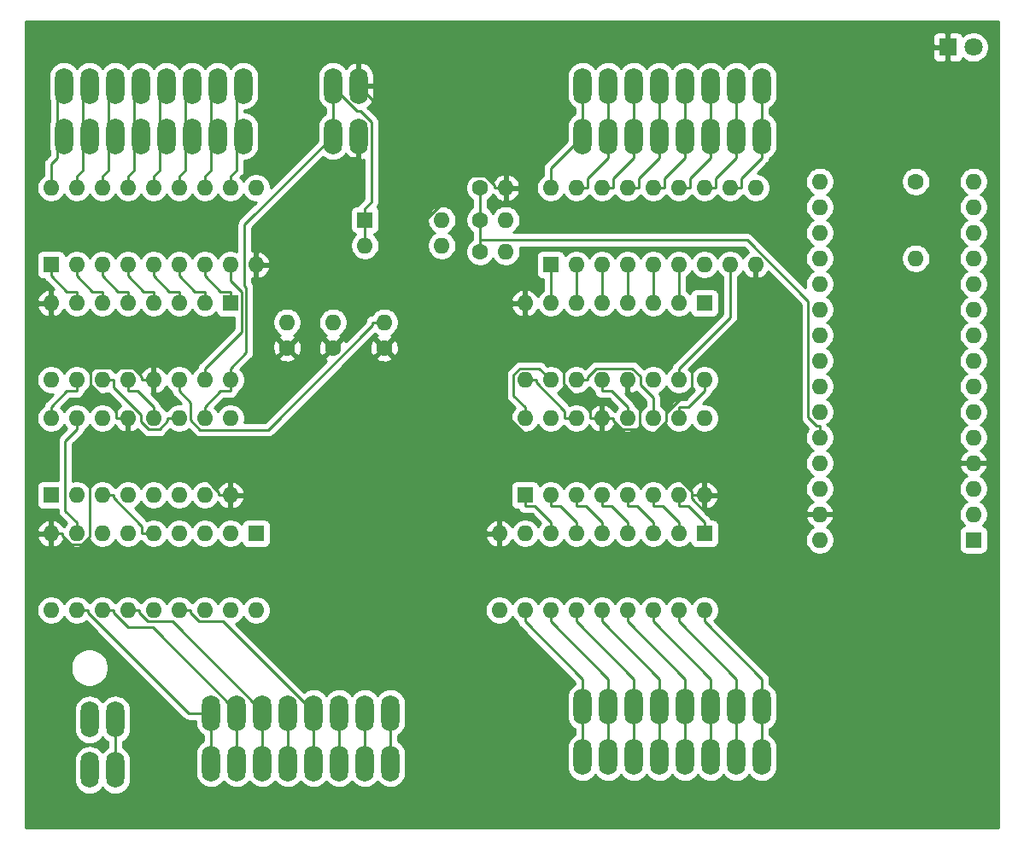
<source format=gbr>
%TF.GenerationSoftware,KiCad,Pcbnew,5.1.8-db9833491~87~ubuntu18.04.1*%
%TF.CreationDate,2020-11-19T23:29:55+01:00*%
%TF.ProjectId,Mqtt32output,4d717474-3332-46f7-9574-7075742e6b69,rev?*%
%TF.SameCoordinates,Original*%
%TF.FileFunction,Copper,L2,Bot*%
%TF.FilePolarity,Positive*%
%FSLAX46Y46*%
G04 Gerber Fmt 4.6, Leading zero omitted, Abs format (unit mm)*
G04 Created by KiCad (PCBNEW 5.1.8-db9833491~87~ubuntu18.04.1) date 2020-11-19 23:29:55*
%MOMM*%
%LPD*%
G01*
G04 APERTURE LIST*
%TA.AperFunction,ComponentPad*%
%ADD10O,1.600000X1.600000*%
%TD*%
%TA.AperFunction,ComponentPad*%
%ADD11R,1.600000X1.600000*%
%TD*%
%TA.AperFunction,ComponentPad*%
%ADD12C,1.600000*%
%TD*%
%TA.AperFunction,ComponentPad*%
%ADD13R,1.800000X1.800000*%
%TD*%
%TA.AperFunction,ComponentPad*%
%ADD14C,1.800000*%
%TD*%
%TA.AperFunction,ComponentPad*%
%ADD15O,1.800000X3.600000*%
%TD*%
%TA.AperFunction,Conductor*%
%ADD16C,0.250000*%
%TD*%
%TA.AperFunction,Conductor*%
%ADD17C,0.254000*%
%TD*%
%TA.AperFunction,Conductor*%
%ADD18C,0.100000*%
%TD*%
G04 APERTURE END LIST*
D10*
%TO.P,UO4,18*%
%TO.N,Net-(J4-PadA8)*%
X126365000Y-81915000D03*
%TO.P,UO4,9*%
%TO.N,Earth*%
X106045000Y-74295000D03*
%TO.P,UO4,17*%
%TO.N,Net-(J4-PadA7)*%
X123825000Y-81915000D03*
%TO.P,UO4,8*%
%TO.N,Net-(U8-Pad15)*%
X108585000Y-74295000D03*
%TO.P,UO4,16*%
%TO.N,Net-(J4-PadA6)*%
X121285000Y-81915000D03*
%TO.P,UO4,7*%
%TO.N,Net-(U8-Pad1)*%
X111125000Y-74295000D03*
%TO.P,UO4,15*%
%TO.N,Net-(J4-PadA5)*%
X118745000Y-81915000D03*
%TO.P,UO4,6*%
%TO.N,Net-(U8-Pad2)*%
X113665000Y-74295000D03*
%TO.P,UO4,14*%
%TO.N,Net-(J4-PadA4)*%
X116205000Y-81915000D03*
%TO.P,UO4,5*%
%TO.N,Net-(U8-Pad3)*%
X116205000Y-74295000D03*
%TO.P,UO4,13*%
%TO.N,Net-(J4-PadA3)*%
X113665000Y-81915000D03*
%TO.P,UO4,4*%
%TO.N,Net-(U8-Pad4)*%
X118745000Y-74295000D03*
%TO.P,UO4,12*%
%TO.N,Net-(J4-PadA2)*%
X111125000Y-81915000D03*
%TO.P,UO4,3*%
%TO.N,Net-(U8-Pad5)*%
X121285000Y-74295000D03*
%TO.P,UO4,11*%
%TO.N,Net-(J4-PadA1)*%
X108585000Y-81915000D03*
%TO.P,UO4,2*%
%TO.N,Net-(U8-Pad6)*%
X123825000Y-74295000D03*
%TO.P,UO4,10*%
%TO.N,+24V*%
X106045000Y-81915000D03*
D11*
%TO.P,UO4,1*%
%TO.N,Net-(U8-Pad7)*%
X126365000Y-74295000D03*
%TD*%
%TO.P,A1,1*%
%TO.N,Net-(A1-Pad1)*%
X197485000Y-74930000D03*
D10*
%TO.P,A1,17*%
%TO.N,Net-(A1-Pad17)*%
X182245000Y-41910000D03*
%TO.P,A1,2*%
%TO.N,Net-(A1-Pad2)*%
X197485000Y-72390000D03*
%TO.P,A1,18*%
%TO.N,Net-(A1-Pad18)*%
X182245000Y-44450000D03*
%TO.P,A1,3*%
%TO.N,Net-(A1-Pad3)*%
X197485000Y-69850000D03*
%TO.P,A1,19*%
%TO.N,Net-(A1-Pad19)*%
X182245000Y-46990000D03*
%TO.P,A1,4*%
%TO.N,Earth*%
X197485000Y-67310000D03*
%TO.P,A1,20*%
%TO.N,Net-(A1-Pad20)*%
X182245000Y-49530000D03*
%TO.P,A1,5*%
%TO.N,Net-(A1-Pad5)*%
X197485000Y-64770000D03*
%TO.P,A1,21*%
%TO.N,Net-(A1-Pad21)*%
X182245000Y-52070000D03*
%TO.P,A1,6*%
%TO.N,Net-(A1-Pad6)*%
X197485000Y-62230000D03*
%TO.P,A1,22*%
%TO.N,Net-(A1-Pad22)*%
X182245000Y-54610000D03*
%TO.P,A1,7*%
%TO.N,Net-(A1-Pad7)*%
X197485000Y-59690000D03*
%TO.P,A1,23*%
%TO.N,Net-(A1-Pad23)*%
X182245000Y-57150000D03*
%TO.P,A1,8*%
%TO.N,Net-(A1-Pad8)*%
X197485000Y-57150000D03*
%TO.P,A1,24*%
%TO.N,Net-(A1-Pad24)*%
X182245000Y-59690000D03*
%TO.P,A1,9*%
%TO.N,Net-(A1-Pad9)*%
X197485000Y-54610000D03*
%TO.P,A1,25*%
%TO.N,Net-(A1-Pad25)*%
X182245000Y-62230000D03*
%TO.P,A1,10*%
%TO.N,Net-(A1-Pad10)*%
X197485000Y-52070000D03*
%TO.P,A1,26*%
%TO.N,Net-(A1-Pad26)*%
X182245000Y-64770000D03*
%TO.P,A1,11*%
%TO.N,Net-(A1-Pad11)*%
X197485000Y-49530000D03*
%TO.P,A1,27*%
%TO.N,+5V*%
X182245000Y-67310000D03*
%TO.P,A1,12*%
%TO.N,Net-(A1-Pad12)*%
X197485000Y-46990000D03*
%TO.P,A1,28*%
%TO.N,Net-(A1-Pad28)*%
X182245000Y-69850000D03*
%TO.P,A1,13*%
%TO.N,Net-(A1-Pad13)*%
X197485000Y-44450000D03*
%TO.P,A1,29*%
%TO.N,Earth*%
X182245000Y-72390000D03*
%TO.P,A1,14*%
%TO.N,Net-(A1-Pad14)*%
X197485000Y-41910000D03*
%TO.P,A1,30*%
%TO.N,Net-(A1-Pad30)*%
X182245000Y-74930000D03*
%TO.P,A1,15*%
%TO.N,Net-(A1-Pad15)*%
X197485000Y-39370000D03*
%TO.P,A1,16*%
%TO.N,Net-(A1-Pad16)*%
X182245000Y-39370000D03*
%TD*%
%TO.P,R1,2*%
%TO.N,Net-(A1-Pad21)*%
X129440000Y-53340000D03*
D12*
%TO.P,R1,1*%
%TO.N,Earth*%
X129440000Y-55880000D03*
%TD*%
%TO.P,R2,1*%
%TO.N,Earth*%
X133985000Y-55880000D03*
D10*
%TO.P,R2,2*%
%TO.N,Net-(A1-Pad20)*%
X133985000Y-53340000D03*
%TD*%
D12*
%TO.P,R3,1*%
%TO.N,Earth*%
X139065000Y-55880000D03*
D10*
%TO.P,R3,2*%
%TO.N,Net-(A1-Pad19)*%
X139065000Y-53340000D03*
%TD*%
D11*
%TO.P,U2,1*%
%TO.N,Net-(U2-Pad1)*%
X123825000Y-51435000D03*
D10*
%TO.P,U2,9*%
%TO.N,Net-(U2-Pad9)*%
X106045000Y-59055000D03*
%TO.P,U2,2*%
%TO.N,Net-(U2-Pad2)*%
X121285000Y-51435000D03*
%TO.P,U2,10*%
%TO.N,+5V*%
X108585000Y-59055000D03*
%TO.P,U2,3*%
%TO.N,Net-(U2-Pad3)*%
X118745000Y-51435000D03*
%TO.P,U2,11*%
%TO.N,Net-(A1-Pad21)*%
X111125000Y-59055000D03*
%TO.P,U2,4*%
%TO.N,Net-(U2-Pad4)*%
X116205000Y-51435000D03*
%TO.P,U2,12*%
%TO.N,Net-(A1-Pad20)*%
X113665000Y-59055000D03*
%TO.P,U2,5*%
%TO.N,Net-(U2-Pad5)*%
X113665000Y-51435000D03*
%TO.P,U2,13*%
%TO.N,Earth*%
X116205000Y-59055000D03*
%TO.P,U2,6*%
%TO.N,Net-(U2-Pad6)*%
X111125000Y-51435000D03*
%TO.P,U2,14*%
%TO.N,Net-(A1-Pad19)*%
X118745000Y-59055000D03*
%TO.P,U2,7*%
%TO.N,Net-(U2-Pad7)*%
X108585000Y-51435000D03*
%TO.P,U2,15*%
%TO.N,Net-(U2-Pad15)*%
X121285000Y-59055000D03*
%TO.P,U2,8*%
%TO.N,Earth*%
X106045000Y-51435000D03*
%TO.P,U2,16*%
%TO.N,+5V*%
X123825000Y-59055000D03*
%TD*%
%TO.P,U4,16*%
%TO.N,+5V*%
X170815000Y-59055000D03*
%TO.P,U4,8*%
%TO.N,Earth*%
X153035000Y-51435000D03*
%TO.P,U4,15*%
%TO.N,Net-(U4-Pad15)*%
X168275000Y-59055000D03*
%TO.P,U4,7*%
%TO.N,Net-(U4-Pad7)*%
X155575000Y-51435000D03*
%TO.P,U4,14*%
%TO.N,Net-(U2-Pad9)*%
X165735000Y-59055000D03*
%TO.P,U4,6*%
%TO.N,Net-(U4-Pad6)*%
X158115000Y-51435000D03*
%TO.P,U4,13*%
%TO.N,Earth*%
X163195000Y-59055000D03*
%TO.P,U4,5*%
%TO.N,Net-(U4-Pad5)*%
X160655000Y-51435000D03*
%TO.P,U4,12*%
%TO.N,Net-(A1-Pad20)*%
X160655000Y-59055000D03*
%TO.P,U4,4*%
%TO.N,Net-(U4-Pad4)*%
X163195000Y-51435000D03*
%TO.P,U4,11*%
%TO.N,Net-(A1-Pad21)*%
X158115000Y-59055000D03*
%TO.P,U4,3*%
%TO.N,Net-(U4-Pad3)*%
X165735000Y-51435000D03*
%TO.P,U4,10*%
%TO.N,+5V*%
X155575000Y-59055000D03*
%TO.P,U4,2*%
%TO.N,Net-(U4-Pad2)*%
X168275000Y-51435000D03*
%TO.P,U4,9*%
%TO.N,Net-(U4-Pad9)*%
X153035000Y-59055000D03*
D11*
%TO.P,U4,1*%
%TO.N,Net-(U4-Pad1)*%
X170815000Y-51435000D03*
%TD*%
%TO.P,U6,1*%
%TO.N,Net-(U6-Pad1)*%
X153035000Y-70485000D03*
D10*
%TO.P,U6,9*%
%TO.N,Net-(U6-Pad9)*%
X170815000Y-62865000D03*
%TO.P,U6,2*%
%TO.N,Net-(U6-Pad2)*%
X155575000Y-70485000D03*
%TO.P,U6,10*%
%TO.N,+5V*%
X168275000Y-62865000D03*
%TO.P,U6,3*%
%TO.N,Net-(U6-Pad3)*%
X158115000Y-70485000D03*
%TO.P,U6,11*%
%TO.N,Net-(A1-Pad21)*%
X165735000Y-62865000D03*
%TO.P,U6,4*%
%TO.N,Net-(U6-Pad4)*%
X160655000Y-70485000D03*
%TO.P,U6,12*%
%TO.N,Net-(A1-Pad20)*%
X163195000Y-62865000D03*
%TO.P,U6,5*%
%TO.N,Net-(U6-Pad5)*%
X163195000Y-70485000D03*
%TO.P,U6,13*%
%TO.N,Earth*%
X160655000Y-62865000D03*
%TO.P,U6,6*%
%TO.N,Net-(U6-Pad6)*%
X165735000Y-70485000D03*
%TO.P,U6,14*%
%TO.N,Net-(U4-Pad9)*%
X158115000Y-62865000D03*
%TO.P,U6,7*%
%TO.N,Net-(U6-Pad7)*%
X168275000Y-70485000D03*
%TO.P,U6,15*%
%TO.N,Net-(U6-Pad15)*%
X155575000Y-62865000D03*
%TO.P,U6,8*%
%TO.N,Earth*%
X170815000Y-70485000D03*
%TO.P,U6,16*%
%TO.N,+5V*%
X153035000Y-62865000D03*
%TD*%
%TO.P,U8,16*%
%TO.N,+5V*%
X106045000Y-62865000D03*
%TO.P,U8,8*%
%TO.N,Earth*%
X123825000Y-70485000D03*
%TO.P,U8,15*%
%TO.N,Net-(U8-Pad15)*%
X108585000Y-62865000D03*
%TO.P,U8,7*%
%TO.N,Net-(U8-Pad7)*%
X121285000Y-70485000D03*
%TO.P,U8,14*%
%TO.N,Net-(U6-Pad9)*%
X111125000Y-62865000D03*
%TO.P,U8,6*%
%TO.N,Net-(U8-Pad6)*%
X118745000Y-70485000D03*
%TO.P,U8,13*%
%TO.N,Earth*%
X113665000Y-62865000D03*
%TO.P,U8,5*%
%TO.N,Net-(U8-Pad5)*%
X116205000Y-70485000D03*
%TO.P,U8,12*%
%TO.N,Net-(A1-Pad20)*%
X116205000Y-62865000D03*
%TO.P,U8,4*%
%TO.N,Net-(U8-Pad4)*%
X113665000Y-70485000D03*
%TO.P,U8,11*%
%TO.N,Net-(A1-Pad21)*%
X118745000Y-62865000D03*
%TO.P,U8,3*%
%TO.N,Net-(U8-Pad3)*%
X111125000Y-70485000D03*
%TO.P,U8,10*%
%TO.N,+5V*%
X121285000Y-62865000D03*
%TO.P,U8,2*%
%TO.N,Net-(U8-Pad2)*%
X108585000Y-70485000D03*
%TO.P,U8,9*%
%TO.N,Net-(U8-Pad9)*%
X123825000Y-62865000D03*
D11*
%TO.P,U8,1*%
%TO.N,Net-(U8-Pad1)*%
X106045000Y-70485000D03*
%TD*%
%TO.P,UO1,1*%
%TO.N,Net-(U2-Pad7)*%
X106045000Y-47625000D03*
D10*
%TO.P,UO1,10*%
%TO.N,+24V*%
X126365000Y-40005000D03*
%TO.P,UO1,2*%
%TO.N,Net-(U2-Pad6)*%
X108585000Y-47625000D03*
%TO.P,UO1,11*%
%TO.N,Net-(J1-PadA1)*%
X123825000Y-40005000D03*
%TO.P,UO1,3*%
%TO.N,Net-(U2-Pad5)*%
X111125000Y-47625000D03*
%TO.P,UO1,12*%
%TO.N,Net-(J1-PadA2)*%
X121285000Y-40005000D03*
%TO.P,UO1,4*%
%TO.N,Net-(U2-Pad4)*%
X113665000Y-47625000D03*
%TO.P,UO1,13*%
%TO.N,Net-(J1-PadA3)*%
X118745000Y-40005000D03*
%TO.P,UO1,5*%
%TO.N,Net-(U2-Pad3)*%
X116205000Y-47625000D03*
%TO.P,UO1,14*%
%TO.N,Net-(J1-PadA4)*%
X116205000Y-40005000D03*
%TO.P,UO1,6*%
%TO.N,Net-(U2-Pad2)*%
X118745000Y-47625000D03*
%TO.P,UO1,15*%
%TO.N,Net-(J1-PadA5)*%
X113665000Y-40005000D03*
%TO.P,UO1,7*%
%TO.N,Net-(U2-Pad1)*%
X121285000Y-47625000D03*
%TO.P,UO1,16*%
%TO.N,Net-(J1-PadA6)*%
X111125000Y-40005000D03*
%TO.P,UO1,8*%
%TO.N,Net-(U2-Pad15)*%
X123825000Y-47625000D03*
%TO.P,UO1,17*%
%TO.N,Net-(J1-PadA7)*%
X108585000Y-40005000D03*
%TO.P,UO1,9*%
%TO.N,Earth*%
X126365000Y-47625000D03*
%TO.P,UO1,18*%
%TO.N,Net-(J1-PadA8)*%
X106045000Y-40005000D03*
%TD*%
%TO.P,UO2,18*%
%TO.N,Net-(J2-PadA8)*%
X155575000Y-40005000D03*
%TO.P,UO2,9*%
%TO.N,Earth*%
X175895000Y-47625000D03*
%TO.P,UO2,17*%
%TO.N,Net-(J2-PadA7)*%
X158115000Y-40005000D03*
%TO.P,UO2,8*%
%TO.N,Net-(U4-Pad15)*%
X173355000Y-47625000D03*
%TO.P,UO2,16*%
%TO.N,Net-(J2-PadA6)*%
X160655000Y-40005000D03*
%TO.P,UO2,7*%
%TO.N,Net-(U4-Pad1)*%
X170815000Y-47625000D03*
%TO.P,UO2,15*%
%TO.N,Net-(J2-PadA5)*%
X163195000Y-40005000D03*
%TO.P,UO2,6*%
%TO.N,Net-(U4-Pad2)*%
X168275000Y-47625000D03*
%TO.P,UO2,14*%
%TO.N,Net-(J2-PadA4)*%
X165735000Y-40005000D03*
%TO.P,UO2,5*%
%TO.N,Net-(U4-Pad3)*%
X165735000Y-47625000D03*
%TO.P,UO2,13*%
%TO.N,Net-(J2-PadA3)*%
X168275000Y-40005000D03*
%TO.P,UO2,4*%
%TO.N,Net-(U4-Pad4)*%
X163195000Y-47625000D03*
%TO.P,UO2,12*%
%TO.N,Net-(J2-PadA2)*%
X170815000Y-40005000D03*
%TO.P,UO2,3*%
%TO.N,Net-(U4-Pad5)*%
X160655000Y-47625000D03*
%TO.P,UO2,11*%
%TO.N,Net-(J2-PadA1)*%
X173355000Y-40005000D03*
%TO.P,UO2,2*%
%TO.N,Net-(U4-Pad6)*%
X158115000Y-47625000D03*
%TO.P,UO2,10*%
%TO.N,+24V*%
X175895000Y-40005000D03*
D11*
%TO.P,UO2,1*%
%TO.N,Net-(U4-Pad7)*%
X155575000Y-47625000D03*
%TD*%
%TO.P,UO3,1*%
%TO.N,Net-(U6-Pad7)*%
X170815000Y-74295000D03*
D10*
%TO.P,UO3,10*%
%TO.N,+24V*%
X150495000Y-81915000D03*
%TO.P,UO3,2*%
%TO.N,Net-(U6-Pad6)*%
X168275000Y-74295000D03*
%TO.P,UO3,11*%
%TO.N,Net-(J3-PadA1)*%
X153035000Y-81915000D03*
%TO.P,UO3,3*%
%TO.N,Net-(U6-Pad5)*%
X165735000Y-74295000D03*
%TO.P,UO3,12*%
%TO.N,Net-(J3-PadA2)*%
X155575000Y-81915000D03*
%TO.P,UO3,4*%
%TO.N,Net-(U6-Pad4)*%
X163195000Y-74295000D03*
%TO.P,UO3,13*%
%TO.N,Net-(J3-PadA3)*%
X158115000Y-81915000D03*
%TO.P,UO3,5*%
%TO.N,Net-(U6-Pad3)*%
X160655000Y-74295000D03*
%TO.P,UO3,14*%
%TO.N,Net-(J3-PadA4)*%
X160655000Y-81915000D03*
%TO.P,UO3,6*%
%TO.N,Net-(U6-Pad2)*%
X158115000Y-74295000D03*
%TO.P,UO3,15*%
%TO.N,Net-(J3-PadA5)*%
X163195000Y-81915000D03*
%TO.P,UO3,7*%
%TO.N,Net-(U6-Pad1)*%
X155575000Y-74295000D03*
%TO.P,UO3,16*%
%TO.N,Net-(J3-PadA6)*%
X165735000Y-81915000D03*
%TO.P,UO3,8*%
%TO.N,Net-(U6-Pad15)*%
X153035000Y-74295000D03*
%TO.P,UO3,17*%
%TO.N,Net-(J3-PadA7)*%
X168275000Y-81915000D03*
%TO.P,UO3,9*%
%TO.N,Earth*%
X150495000Y-74295000D03*
%TO.P,UO3,18*%
%TO.N,Net-(J3-PadA8)*%
X170815000Y-81915000D03*
%TD*%
D12*
%TO.P,R4,1*%
%TO.N,Net-(A1-Pad26)*%
X148590000Y-40005000D03*
D10*
%TO.P,R4,2*%
%TO.N,Earth*%
X151130000Y-40005000D03*
%TD*%
%TO.P,R5,2*%
%TO.N,Net-(R5-Pad2)*%
X151130000Y-43180000D03*
D12*
%TO.P,R5,1*%
%TO.N,Net-(A1-Pad26)*%
X148590000Y-43180000D03*
%TD*%
%TO.P,R6,1*%
%TO.N,Net-(A1-Pad26)*%
X148590000Y-46355000D03*
D10*
%TO.P,R6,2*%
%TO.N,Net-(R6-Pad2)*%
X151130000Y-46355000D03*
%TD*%
D11*
%TO.P,SW1,1*%
%TO.N,+5V*%
X137160000Y-43180000D03*
D10*
%TO.P,SW1,3*%
%TO.N,Net-(R6-Pad2)*%
X144780000Y-45720000D03*
%TO.P,SW1,2*%
%TO.N,+5V*%
X137160000Y-45720000D03*
%TO.P,SW1,4*%
%TO.N,Net-(R5-Pad2)*%
X144780000Y-43180000D03*
%TD*%
D13*
%TO.P,D1,1*%
%TO.N,Earth*%
X194945000Y-26035000D03*
D14*
%TO.P,D1,2*%
%TO.N,Net-(D1-Pad2)*%
X197485000Y-26035000D03*
%TD*%
D15*
%TO.P,J1,B8*%
%TO.N,Net-(J1-PadA8)*%
X107315000Y-29885000D03*
%TO.P,J1,A8*%
X107315000Y-34885000D03*
%TO.P,J1,B7*%
%TO.N,Net-(J1-PadA7)*%
X109855000Y-29885000D03*
%TO.P,J1,A7*%
X109855000Y-34885000D03*
%TO.P,J1,B6*%
%TO.N,Net-(J1-PadA6)*%
X112395000Y-29885000D03*
%TO.P,J1,A6*%
X112395000Y-34885000D03*
%TO.P,J1,B5*%
%TO.N,Net-(J1-PadA5)*%
X114935000Y-29885000D03*
%TO.P,J1,A5*%
X114935000Y-34885000D03*
%TO.P,J1,B4*%
%TO.N,Net-(J1-PadA4)*%
X117475000Y-29885000D03*
%TO.P,J1,A4*%
X117475000Y-34885000D03*
%TO.P,J1,B3*%
%TO.N,Net-(J1-PadA3)*%
X120015000Y-29885000D03*
%TO.P,J1,A3*%
X120015000Y-34885000D03*
%TO.P,J1,B2*%
%TO.N,Net-(J1-PadA2)*%
X122555000Y-29885000D03*
%TO.P,J1,A2*%
X122555000Y-34885000D03*
%TO.P,J1,B1*%
%TO.N,Net-(J1-PadA1)*%
X125095000Y-29885000D03*
%TO.P,J1,A1*%
X125095000Y-34885000D03*
%TD*%
%TO.P,J2,B8*%
%TO.N,Net-(J2-PadA8)*%
X158750000Y-29885000D03*
%TO.P,J2,A8*%
X158750000Y-34885000D03*
%TO.P,J2,B7*%
%TO.N,Net-(J2-PadA7)*%
X161290000Y-29885000D03*
%TO.P,J2,A7*%
X161290000Y-34885000D03*
%TO.P,J2,B6*%
%TO.N,Net-(J2-PadA6)*%
X163830000Y-29885000D03*
%TO.P,J2,A6*%
X163830000Y-34885000D03*
%TO.P,J2,B5*%
%TO.N,Net-(J2-PadA5)*%
X166370000Y-29885000D03*
%TO.P,J2,A5*%
X166370000Y-34885000D03*
%TO.P,J2,B4*%
%TO.N,Net-(J2-PadA4)*%
X168910000Y-29885000D03*
%TO.P,J2,A4*%
X168910000Y-34885000D03*
%TO.P,J2,B3*%
%TO.N,Net-(J2-PadA3)*%
X171450000Y-29885000D03*
%TO.P,J2,A3*%
X171450000Y-34885000D03*
%TO.P,J2,B2*%
%TO.N,Net-(J2-PadA2)*%
X173990000Y-29885000D03*
%TO.P,J2,A2*%
X173990000Y-34885000D03*
%TO.P,J2,B1*%
%TO.N,Net-(J2-PadA1)*%
X176530000Y-29885000D03*
%TO.P,J2,A1*%
X176530000Y-34885000D03*
%TD*%
%TO.P,J3,A1*%
%TO.N,Net-(J3-PadA1)*%
X158750000Y-91480000D03*
%TO.P,J3,B1*%
X158750000Y-96480000D03*
%TO.P,J3,A2*%
%TO.N,Net-(J3-PadA2)*%
X161290000Y-91480000D03*
%TO.P,J3,B2*%
X161290000Y-96480000D03*
%TO.P,J3,A3*%
%TO.N,Net-(J3-PadA3)*%
X163830000Y-91480000D03*
%TO.P,J3,B3*%
X163830000Y-96480000D03*
%TO.P,J3,A4*%
%TO.N,Net-(J3-PadA4)*%
X166370000Y-91480000D03*
%TO.P,J3,B4*%
X166370000Y-96480000D03*
%TO.P,J3,A5*%
%TO.N,Net-(J3-PadA5)*%
X168910000Y-91480000D03*
%TO.P,J3,B5*%
X168910000Y-96480000D03*
%TO.P,J3,A6*%
%TO.N,Net-(J3-PadA6)*%
X171450000Y-91480000D03*
%TO.P,J3,B6*%
X171450000Y-96480000D03*
%TO.P,J3,A7*%
%TO.N,Net-(J3-PadA7)*%
X173990000Y-91480000D03*
%TO.P,J3,B7*%
X173990000Y-96480000D03*
%TO.P,J3,A8*%
%TO.N,Net-(J3-PadA8)*%
X176530000Y-91480000D03*
%TO.P,J3,B8*%
X176530000Y-96480000D03*
%TD*%
%TO.P,J4,A1*%
%TO.N,Net-(J4-PadA1)*%
X121920000Y-92115000D03*
%TO.P,J4,B1*%
X121920000Y-97115000D03*
%TO.P,J4,A2*%
%TO.N,Net-(J4-PadA2)*%
X124460000Y-92115000D03*
%TO.P,J4,B2*%
X124460000Y-97115000D03*
%TO.P,J4,A3*%
%TO.N,Net-(J4-PadA3)*%
X127000000Y-92115000D03*
%TO.P,J4,B3*%
X127000000Y-97115000D03*
%TO.P,J4,A4*%
%TO.N,Net-(J4-PadA4)*%
X129540000Y-92115000D03*
%TO.P,J4,B4*%
X129540000Y-97115000D03*
%TO.P,J4,A5*%
%TO.N,Net-(J4-PadA5)*%
X132080000Y-92115000D03*
%TO.P,J4,B5*%
X132080000Y-97115000D03*
%TO.P,J4,A6*%
%TO.N,Net-(J4-PadA6)*%
X134620000Y-92115000D03*
%TO.P,J4,B6*%
X134620000Y-97115000D03*
%TO.P,J4,A7*%
%TO.N,Net-(J4-PadA7)*%
X137160000Y-92115000D03*
%TO.P,J4,B7*%
X137160000Y-97115000D03*
%TO.P,J4,A8*%
%TO.N,Net-(J4-PadA8)*%
X139700000Y-92115000D03*
%TO.P,J4,B8*%
X139700000Y-97115000D03*
%TD*%
D12*
%TO.P,R7,1*%
%TO.N,Net-(D1-Pad2)*%
X191770000Y-39370000D03*
D10*
%TO.P,R7,2*%
%TO.N,Net-(A1-Pad5)*%
X191770000Y-46990000D03*
%TD*%
D15*
%TO.P,X1,A1*%
%TO.N,Earth*%
X136525000Y-34885000D03*
%TO.P,X1,B1*%
X136525000Y-29885000D03*
%TO.P,X1,A2*%
%TO.N,+5V*%
X133985000Y-34885000D03*
%TO.P,X1,B2*%
X133985000Y-29885000D03*
%TD*%
%TO.P,X2,B2*%
%TO.N,+24V*%
X112395000Y-97750000D03*
%TO.P,X2,A2*%
X112395000Y-92750000D03*
%TO.P,X2,B1*%
X109855000Y-97750000D03*
%TO.P,X2,A1*%
X109855000Y-92750000D03*
%TD*%
D16*
%TO.N,Net-(A1-Pad19)*%
X139065000Y-53340000D02*
X137939700Y-53340000D01*
X118745000Y-59055000D02*
X118745000Y-60180300D01*
X118745000Y-60180300D02*
X119870300Y-61305600D01*
X119870300Y-61305600D02*
X119870300Y-63042100D01*
X119870300Y-63042100D02*
X120829100Y-64000900D01*
X120829100Y-64000900D02*
X127560100Y-64000900D01*
X127560100Y-64000900D02*
X137939700Y-53621300D01*
X137939700Y-53621300D02*
X137939700Y-53340000D01*
%TO.N,Earth*%
X109975600Y-57883000D02*
X109975600Y-59563800D01*
X109975600Y-59563800D02*
X112539700Y-62127900D01*
X112539700Y-62127900D02*
X112539700Y-62865000D01*
X106045000Y-52560300D02*
X109975600Y-56490900D01*
X109975600Y-56490900D02*
X109975600Y-57883000D01*
X109975600Y-57883000D02*
X114189000Y-57883000D01*
X114189000Y-57883000D02*
X115079700Y-58773700D01*
X115079700Y-58773700D02*
X115079700Y-59055000D01*
X116205000Y-59055000D02*
X115079700Y-59055000D01*
X113665000Y-62865000D02*
X112539700Y-62865000D01*
X106045000Y-51435000D02*
X106045000Y-52560300D01*
X113665000Y-62865000D02*
X113665000Y-63427600D01*
X113665000Y-63427600D02*
X113665000Y-63990300D01*
X165837000Y-64381700D02*
X164772400Y-64381700D01*
X164772400Y-64381700D02*
X164380900Y-63990200D01*
X175895000Y-47625000D02*
X175895000Y-51439700D01*
X175895000Y-51439700D02*
X169545000Y-57789700D01*
X169545000Y-57789700D02*
X169545000Y-59794800D01*
X169545000Y-59794800D02*
X167005000Y-62334800D01*
X167005000Y-62334800D02*
X167005000Y-63213700D01*
X167005000Y-63213700D02*
X165837000Y-64381700D01*
X165837000Y-64381700D02*
X170815000Y-69359700D01*
X170815000Y-70485000D02*
X170815000Y-69359700D01*
X164380900Y-63990200D02*
X164372700Y-63998400D01*
X164372700Y-63998400D02*
X162632400Y-63998400D01*
X162632400Y-63998400D02*
X161780300Y-63146300D01*
X161780300Y-63146300D02*
X161780300Y-62865000D01*
X163195000Y-60180300D02*
X164380900Y-61366200D01*
X164380900Y-61366200D02*
X164380900Y-63990200D01*
X160655000Y-62865000D02*
X159529700Y-62865000D01*
X153035000Y-51435000D02*
X153035000Y-52560300D01*
X153035000Y-52560300D02*
X156845000Y-56370300D01*
X156845000Y-56370300D02*
X156845000Y-59463900D01*
X156845000Y-59463900D02*
X159529700Y-62148600D01*
X159529700Y-62148600D02*
X159529700Y-62865000D01*
X163195000Y-59055000D02*
X163195000Y-60180300D01*
X160655000Y-62865000D02*
X161780300Y-62865000D01*
X113665000Y-65501400D02*
X117997400Y-65501400D01*
X117997400Y-65501400D02*
X122699700Y-70203700D01*
X122699700Y-70203700D02*
X122699700Y-70485000D01*
X107170300Y-74295000D02*
X107170300Y-74576400D01*
X107170300Y-74576400D02*
X108014200Y-75420300D01*
X108014200Y-75420300D02*
X109091400Y-75420300D01*
X109091400Y-75420300D02*
X109855000Y-74656700D01*
X109855000Y-74656700D02*
X109855000Y-69311400D01*
X109855000Y-69311400D02*
X113665000Y-65501400D01*
X113665000Y-63990300D02*
X113665000Y-65501400D01*
X123825000Y-70485000D02*
X122699700Y-70485000D01*
X106045000Y-74295000D02*
X107170300Y-74295000D01*
X136525000Y-34885000D02*
X136525000Y-37010300D01*
X126365000Y-47625000D02*
X126365000Y-46499700D01*
X136525000Y-37010300D02*
X135854400Y-37010300D01*
X135854400Y-37010300D02*
X126365000Y-46499700D01*
%TO.N,Net-(A1-Pad20)*%
X160655000Y-59055000D02*
X160655000Y-60180300D01*
X163195000Y-62865000D02*
X163195000Y-61739700D01*
X160655000Y-60180300D02*
X161635600Y-60180300D01*
X161635600Y-60180300D02*
X163195000Y-61739700D01*
X113665000Y-59055000D02*
X113665000Y-60180300D01*
X116205000Y-62865000D02*
X116205000Y-61739700D01*
X116205000Y-61739700D02*
X114645600Y-60180300D01*
X114645600Y-60180300D02*
X113665000Y-60180300D01*
%TO.N,Net-(A1-Pad21)*%
X111125000Y-59055000D02*
X112250300Y-59055000D01*
X118745000Y-62865000D02*
X117619700Y-62865000D01*
X117619700Y-62865000D02*
X117619700Y-63146300D01*
X117619700Y-63146300D02*
X116775600Y-63990400D01*
X116775600Y-63990400D02*
X115732900Y-63990400D01*
X115732900Y-63990400D02*
X114935000Y-63192500D01*
X114935000Y-63192500D02*
X114935000Y-62532000D01*
X114935000Y-62532000D02*
X112250300Y-59847300D01*
X112250300Y-59847300D02*
X112250300Y-59055000D01*
X158115000Y-59055000D02*
X159240300Y-59055000D01*
X165735000Y-62865000D02*
X165735000Y-60848600D01*
X165735000Y-60848600D02*
X164465000Y-59578600D01*
X164465000Y-59578600D02*
X164465000Y-58715600D01*
X164465000Y-58715600D02*
X163679100Y-57929700D01*
X163679100Y-57929700D02*
X160084200Y-57929700D01*
X160084200Y-57929700D02*
X159240300Y-58773600D01*
X159240300Y-58773600D02*
X159240300Y-59055000D01*
%TO.N,Net-(A1-Pad26)*%
X148590000Y-45164400D02*
X148590000Y-43180000D01*
X148590000Y-46355000D02*
X148590000Y-45164400D01*
X148590000Y-45164400D02*
X175045000Y-45164400D01*
X175045000Y-45164400D02*
X181119700Y-51239100D01*
X181119700Y-51239100D02*
X181119700Y-62800800D01*
X181119700Y-62800800D02*
X181963600Y-63644700D01*
X181963600Y-63644700D02*
X182245000Y-63644700D01*
X182245000Y-64770000D02*
X182245000Y-63644700D01*
X148590000Y-40005000D02*
X148590000Y-43180000D01*
%TO.N,+5V*%
X137160000Y-45720000D02*
X137160000Y-43180000D01*
X137160000Y-43180000D02*
X137160000Y-42054700D01*
X133985000Y-29885000D02*
X133985000Y-30020700D01*
X133985000Y-30020700D02*
X136349300Y-32385000D01*
X136349300Y-32385000D02*
X136699700Y-32385000D01*
X136699700Y-32385000D02*
X137801200Y-33486500D01*
X137801200Y-33486500D02*
X137801200Y-41413500D01*
X137801200Y-41413500D02*
X137160000Y-42054700D01*
%TO.N,+24V*%
X112395000Y-97750000D02*
X112395000Y-92750000D01*
%TO.N,Net-(U2-Pad1)*%
X123825000Y-51435000D02*
X123825000Y-50309700D01*
X121285000Y-47625000D02*
X121285000Y-48750300D01*
X121285000Y-48750300D02*
X122844400Y-50309700D01*
X122844400Y-50309700D02*
X123825000Y-50309700D01*
%TO.N,Net-(U2-Pad2)*%
X121285000Y-51435000D02*
X121285000Y-50309700D01*
X118745000Y-47625000D02*
X118745000Y-48750300D01*
X118745000Y-48750300D02*
X120304400Y-50309700D01*
X120304400Y-50309700D02*
X121285000Y-50309700D01*
%TO.N,Net-(U2-Pad3)*%
X118745000Y-51435000D02*
X118745000Y-50309700D01*
X116205000Y-47625000D02*
X116205000Y-48750300D01*
X116205000Y-48750300D02*
X117764400Y-50309700D01*
X117764400Y-50309700D02*
X118745000Y-50309700D01*
%TO.N,Net-(U2-Pad4)*%
X116205000Y-51435000D02*
X116205000Y-50309700D01*
X113665000Y-47625000D02*
X113665000Y-48750300D01*
X113665000Y-48750300D02*
X115224400Y-50309700D01*
X115224400Y-50309700D02*
X116205000Y-50309700D01*
%TO.N,Net-(U2-Pad5)*%
X113665000Y-51435000D02*
X113665000Y-50309700D01*
X111125000Y-47625000D02*
X111125000Y-48750300D01*
X111125000Y-48750300D02*
X112684400Y-50309700D01*
X112684400Y-50309700D02*
X113665000Y-50309700D01*
%TO.N,Net-(U2-Pad6)*%
X111125000Y-51435000D02*
X111125000Y-50309700D01*
X108585000Y-47625000D02*
X108585000Y-48750300D01*
X108585000Y-48750300D02*
X110144400Y-50309700D01*
X110144400Y-50309700D02*
X111125000Y-50309700D01*
%TO.N,Net-(U2-Pad7)*%
X108585000Y-51435000D02*
X108585000Y-50309700D01*
X106045000Y-47625000D02*
X106045000Y-48750300D01*
X106045000Y-48750300D02*
X107604400Y-50309700D01*
X107604400Y-50309700D02*
X108585000Y-50309700D01*
%TO.N,Net-(U2-Pad15)*%
X121285000Y-59055000D02*
X121285000Y-57929700D01*
X121285000Y-57929700D02*
X124950300Y-54264400D01*
X124950300Y-54264400D02*
X124950300Y-50309700D01*
X124950300Y-50309700D02*
X123825000Y-49184400D01*
X123825000Y-49184400D02*
X123825000Y-47625000D01*
%TO.N,Net-(U4-Pad15)*%
X173355000Y-47625000D02*
X173355000Y-52849700D01*
X173355000Y-52849700D02*
X168275000Y-57929700D01*
X168275000Y-59055000D02*
X168275000Y-57929700D01*
%TO.N,Net-(U4-Pad7)*%
X155575000Y-51435000D02*
X155575000Y-47625000D01*
%TO.N,Net-(U4-Pad6)*%
X158115000Y-51435000D02*
X158115000Y-47625000D01*
%TO.N,Net-(U4-Pad5)*%
X160655000Y-51435000D02*
X160655000Y-47625000D01*
%TO.N,Net-(U4-Pad4)*%
X163195000Y-51435000D02*
X163195000Y-47625000D01*
%TO.N,Net-(U4-Pad3)*%
X165735000Y-51435000D02*
X165735000Y-47625000D01*
%TO.N,Net-(U4-Pad2)*%
X168275000Y-51435000D02*
X168275000Y-47625000D01*
%TO.N,Net-(U4-Pad9)*%
X158115000Y-62865000D02*
X156989700Y-62865000D01*
X153035000Y-59055000D02*
X154160300Y-59055000D01*
X154160300Y-59055000D02*
X154160300Y-59336400D01*
X154160300Y-59336400D02*
X156989700Y-62165800D01*
X156989700Y-62165800D02*
X156989700Y-62865000D01*
%TO.N,Net-(U6-Pad1)*%
X153035000Y-70485000D02*
X153035000Y-71610300D01*
X155575000Y-74295000D02*
X155575000Y-73169700D01*
X155575000Y-73169700D02*
X154015600Y-71610300D01*
X154015600Y-71610300D02*
X153035000Y-71610300D01*
%TO.N,Net-(U6-Pad2)*%
X155575000Y-70485000D02*
X155575000Y-71610300D01*
X158115000Y-74295000D02*
X158115000Y-73169700D01*
X158115000Y-73169700D02*
X156555600Y-71610300D01*
X156555600Y-71610300D02*
X155575000Y-71610300D01*
%TO.N,Net-(U6-Pad3)*%
X158115000Y-70485000D02*
X158115000Y-71610300D01*
X160655000Y-74295000D02*
X160655000Y-73169700D01*
X160655000Y-73169700D02*
X159095600Y-71610300D01*
X159095600Y-71610300D02*
X158115000Y-71610300D01*
%TO.N,Net-(U6-Pad4)*%
X160655000Y-70485000D02*
X160655000Y-71610300D01*
X163195000Y-74295000D02*
X163195000Y-73169700D01*
X163195000Y-73169700D02*
X161635600Y-71610300D01*
X161635600Y-71610300D02*
X160655000Y-71610300D01*
%TO.N,Net-(U6-Pad5)*%
X163195000Y-70485000D02*
X163195000Y-71610300D01*
X165735000Y-74295000D02*
X165735000Y-73169700D01*
X165735000Y-73169700D02*
X164175600Y-71610300D01*
X164175600Y-71610300D02*
X163195000Y-71610300D01*
%TO.N,Net-(U6-Pad6)*%
X165735000Y-70485000D02*
X165735000Y-71610300D01*
X168275000Y-74295000D02*
X168275000Y-73169700D01*
X168275000Y-73169700D02*
X166715600Y-71610300D01*
X166715600Y-71610300D02*
X165735000Y-71610300D01*
%TO.N,Net-(U6-Pad7)*%
X168275000Y-70485000D02*
X168275000Y-71610300D01*
X170815000Y-74295000D02*
X170815000Y-73169700D01*
X170815000Y-73169700D02*
X169255600Y-71610300D01*
X169255600Y-71610300D02*
X168275000Y-71610300D01*
%TO.N,Net-(U8-Pad15)*%
X108585000Y-74295000D02*
X108585000Y-73169700D01*
X108585000Y-62865000D02*
X108585000Y-63990300D01*
X108585000Y-63990300D02*
X107459700Y-65115600D01*
X107459700Y-65115600D02*
X107459700Y-72044400D01*
X107459700Y-72044400D02*
X108585000Y-73169700D01*
%TO.N,Net-(U8-Pad3)*%
X116205000Y-74295000D02*
X115079700Y-74295000D01*
X111125000Y-70485000D02*
X112250300Y-70485000D01*
X112250300Y-70485000D02*
X112250300Y-70766400D01*
X112250300Y-70766400D02*
X115079700Y-73595800D01*
X115079700Y-73595800D02*
X115079700Y-74295000D01*
%TO.N,Earth*%
X141755700Y-53189300D02*
X139065000Y-55880000D01*
X146500600Y-39860500D02*
X142022900Y-44338200D01*
X142022900Y-44338200D02*
X142022900Y-52922100D01*
X142022900Y-52922100D02*
X141755700Y-53189300D01*
X141755700Y-53189300D02*
X155270400Y-66704100D01*
X155270400Y-66704100D02*
X166089000Y-66704100D01*
X166089000Y-66704100D02*
X169533000Y-70148100D01*
X169533000Y-70148100D02*
X169533000Y-70800100D01*
X169533000Y-70800100D02*
X171122900Y-72390000D01*
X171122900Y-72390000D02*
X182245000Y-72390000D01*
X150004700Y-40005000D02*
X150004700Y-39723700D01*
X150004700Y-39723700D02*
X149110200Y-38829200D01*
X149110200Y-38829200D02*
X147531900Y-38829200D01*
X147531900Y-38829200D02*
X146500600Y-39860500D01*
X136525000Y-29885000D02*
X146500600Y-39860500D01*
X151130000Y-40005000D02*
X150004700Y-40005000D01*
X169545000Y-70485000D02*
X170815000Y-70485000D01*
%TO.N,Net-(J1-PadA1)*%
X123825000Y-40005000D02*
X123825000Y-38879700D01*
X124460000Y-34885000D02*
X124460000Y-38244700D01*
X124460000Y-38244700D02*
X123825000Y-38879700D01*
X124460000Y-29885000D02*
X124460000Y-34885000D01*
%TO.N,Net-(J1-PadA2)*%
X121285000Y-40005000D02*
X121285000Y-38879700D01*
X121920000Y-34885000D02*
X121920000Y-38244700D01*
X121920000Y-38244700D02*
X121285000Y-38879700D01*
X121920000Y-29885000D02*
X121920000Y-34885000D01*
%TO.N,Net-(J1-PadA3)*%
X118745000Y-40005000D02*
X118745000Y-38879700D01*
X119380000Y-34885000D02*
X119380000Y-38244700D01*
X119380000Y-38244700D02*
X118745000Y-38879700D01*
X119380000Y-29885000D02*
X119380000Y-34885000D01*
%TO.N,Net-(J1-PadA4)*%
X116205000Y-40005000D02*
X116205000Y-38879700D01*
X116840000Y-34885000D02*
X116840000Y-38244700D01*
X116840000Y-38244700D02*
X116205000Y-38879700D01*
X116840000Y-29885000D02*
X116840000Y-34885000D01*
%TO.N,Net-(J1-PadA5)*%
X113665000Y-40005000D02*
X113665000Y-38879700D01*
X114300000Y-34885000D02*
X114300000Y-38244700D01*
X114300000Y-38244700D02*
X113665000Y-38879700D01*
X114300000Y-29885000D02*
X114300000Y-34885000D01*
%TO.N,Net-(J1-PadA6)*%
X111125000Y-40005000D02*
X111125000Y-38879700D01*
X111760000Y-34885000D02*
X111760000Y-38244700D01*
X111760000Y-38244700D02*
X111125000Y-38879700D01*
X111760000Y-29885000D02*
X111760000Y-34885000D01*
%TO.N,Net-(J1-PadA7)*%
X108585000Y-40005000D02*
X108585000Y-38879700D01*
X109220000Y-34885000D02*
X109220000Y-38244700D01*
X109220000Y-38244700D02*
X108585000Y-38879700D01*
X109220000Y-29885000D02*
X109220000Y-34885000D01*
%TO.N,Net-(J1-PadA8)*%
X106680000Y-34885000D02*
X106680000Y-37010300D01*
X106680000Y-37010300D02*
X106045000Y-37645300D01*
X106045000Y-37645300D02*
X106045000Y-40005000D01*
X106680000Y-29885000D02*
X106680000Y-34885000D01*
%TO.N,Net-(J2-PadA8)*%
X158750000Y-34885000D02*
X155575000Y-38060000D01*
X155575000Y-38060000D02*
X155575000Y-40005000D01*
X158750000Y-29885000D02*
X158750000Y-34885000D01*
%TO.N,Net-(J2-PadA7)*%
X158115000Y-40005000D02*
X159240300Y-40005000D01*
X161290000Y-34885000D02*
X161290000Y-37010300D01*
X161290000Y-37010300D02*
X159240300Y-39060000D01*
X159240300Y-39060000D02*
X159240300Y-40005000D01*
X161290000Y-29885000D02*
X161290000Y-34885000D01*
%TO.N,Net-(J2-PadA6)*%
X160655000Y-40005000D02*
X161780300Y-40005000D01*
X163830000Y-34885000D02*
X163830000Y-37010300D01*
X163830000Y-37010300D02*
X161780300Y-39060000D01*
X161780300Y-39060000D02*
X161780300Y-40005000D01*
X163830000Y-29885000D02*
X163830000Y-34885000D01*
%TO.N,Net-(J2-PadA5)*%
X163195000Y-40005000D02*
X164320300Y-40005000D01*
X166370000Y-34885000D02*
X166370000Y-37010300D01*
X166370000Y-37010300D02*
X164320300Y-39060000D01*
X164320300Y-39060000D02*
X164320300Y-40005000D01*
X166370000Y-29885000D02*
X166370000Y-34885000D01*
%TO.N,Net-(J2-PadA4)*%
X165735000Y-40005000D02*
X166860300Y-40005000D01*
X168910000Y-34885000D02*
X168910000Y-37010300D01*
X168910000Y-37010300D02*
X166860300Y-39060000D01*
X166860300Y-39060000D02*
X166860300Y-40005000D01*
X168910000Y-29885000D02*
X168910000Y-34885000D01*
%TO.N,Net-(J2-PadA3)*%
X168275000Y-40005000D02*
X169400300Y-40005000D01*
X171450000Y-34885000D02*
X171450000Y-37010300D01*
X171450000Y-37010300D02*
X169400300Y-39060000D01*
X169400300Y-39060000D02*
X169400300Y-40005000D01*
X171450000Y-29885000D02*
X171450000Y-34885000D01*
%TO.N,Net-(J2-PadA2)*%
X170815000Y-40005000D02*
X171940300Y-40005000D01*
X173990000Y-34885000D02*
X173990000Y-37010300D01*
X173990000Y-37010300D02*
X171940300Y-39060000D01*
X171940300Y-39060000D02*
X171940300Y-40005000D01*
X173990000Y-29885000D02*
X173990000Y-34885000D01*
%TO.N,Net-(J2-PadA1)*%
X173355000Y-40005000D02*
X174480300Y-40005000D01*
X176530000Y-34885000D02*
X176530000Y-37010300D01*
X176530000Y-37010300D02*
X174480300Y-39060000D01*
X174480300Y-39060000D02*
X174480300Y-40005000D01*
X176530000Y-29885000D02*
X176530000Y-34885000D01*
%TO.N,Net-(J3-PadA1)*%
X153035000Y-81915000D02*
X153035000Y-83040300D01*
X158750000Y-91480000D02*
X158750000Y-88755300D01*
X158750000Y-88755300D02*
X153035000Y-83040300D01*
X158750000Y-96480000D02*
X158750000Y-91480000D01*
%TO.N,Net-(J3-PadA2)*%
X155575000Y-81915000D02*
X155575000Y-83040300D01*
X161290000Y-91480000D02*
X161290000Y-88755300D01*
X161290000Y-88755300D02*
X155575000Y-83040300D01*
X161290000Y-96480000D02*
X161290000Y-91480000D01*
%TO.N,Net-(J3-PadA3)*%
X158115000Y-81915000D02*
X158115000Y-83040300D01*
X163830000Y-91480000D02*
X163830000Y-88755300D01*
X163830000Y-88755300D02*
X158115000Y-83040300D01*
X163830000Y-96480000D02*
X163830000Y-91480000D01*
%TO.N,Net-(J3-PadA4)*%
X160655000Y-81915000D02*
X160655000Y-83040300D01*
X166370000Y-91480000D02*
X166370000Y-88755300D01*
X166370000Y-88755300D02*
X160655000Y-83040300D01*
X166370000Y-96480000D02*
X166370000Y-91480000D01*
%TO.N,Net-(J3-PadA5)*%
X163195000Y-81915000D02*
X163195000Y-83040300D01*
X168910000Y-91480000D02*
X168910000Y-88755300D01*
X168910000Y-88755300D02*
X163195000Y-83040300D01*
X168910000Y-96480000D02*
X168910000Y-91480000D01*
%TO.N,Net-(J3-PadA6)*%
X165735000Y-81915000D02*
X165735000Y-83040300D01*
X171450000Y-91480000D02*
X171450000Y-88755300D01*
X171450000Y-88755300D02*
X165735000Y-83040300D01*
X171450000Y-96480000D02*
X171450000Y-91480000D01*
%TO.N,Net-(J3-PadA7)*%
X168275000Y-81915000D02*
X168275000Y-83040300D01*
X173990000Y-91480000D02*
X173990000Y-88755300D01*
X173990000Y-88755300D02*
X168275000Y-83040300D01*
X173990000Y-96480000D02*
X173990000Y-91480000D01*
%TO.N,Net-(J3-PadA8)*%
X170815000Y-81915000D02*
X170815000Y-83040300D01*
X176530000Y-91480000D02*
X176530000Y-88755300D01*
X176530000Y-88755300D02*
X170815000Y-83040300D01*
X176530000Y-96480000D02*
X176530000Y-91480000D01*
%TO.N,Net-(J4-PadA8)*%
X139700000Y-92115000D02*
X139700000Y-97115000D01*
%TO.N,Net-(J4-PadA7)*%
X137160000Y-97115000D02*
X137160000Y-92115000D01*
%TO.N,Net-(J4-PadA6)*%
X134620000Y-92115000D02*
X134620000Y-97115000D01*
%TO.N,Net-(J4-PadA5)*%
X118745000Y-81915000D02*
X119870300Y-81915000D01*
X132080000Y-92115000D02*
X132080000Y-92007400D01*
X132080000Y-92007400D02*
X123112900Y-83040300D01*
X123112900Y-83040300D02*
X120714200Y-83040300D01*
X120714200Y-83040300D02*
X119870300Y-82196400D01*
X119870300Y-82196400D02*
X119870300Y-81915000D01*
X132080000Y-97115000D02*
X132080000Y-92115000D01*
%TO.N,Net-(J4-PadA4)*%
X129540000Y-92115000D02*
X129540000Y-97115000D01*
%TO.N,Net-(J4-PadA3)*%
X113665000Y-81915000D02*
X114790300Y-81915000D01*
X127000000Y-92115000D02*
X127000000Y-91983900D01*
X127000000Y-91983900D02*
X118056400Y-83040300D01*
X118056400Y-83040300D02*
X115634200Y-83040300D01*
X115634200Y-83040300D02*
X114790300Y-82196400D01*
X114790300Y-82196400D02*
X114790300Y-81915000D01*
X127000000Y-97115000D02*
X127000000Y-92115000D01*
%TO.N,Net-(J4-PadA2)*%
X111125000Y-81915000D02*
X112250300Y-81915000D01*
X124460000Y-92115000D02*
X124460000Y-91953900D01*
X124460000Y-91953900D02*
X116098200Y-83592100D01*
X116098200Y-83592100D02*
X113646100Y-83592100D01*
X113646100Y-83592100D02*
X112250300Y-82196300D01*
X112250300Y-82196300D02*
X112250300Y-81915000D01*
X124460000Y-97115000D02*
X124460000Y-92115000D01*
%TO.N,Net-(J4-PadA1)*%
X121920000Y-92115000D02*
X119665200Y-92115000D01*
X119665200Y-92115000D02*
X109710300Y-82160100D01*
X109710300Y-82160100D02*
X109710300Y-81915000D01*
X121920000Y-92115000D02*
X121920000Y-97115000D01*
X108585000Y-81915000D02*
X109710300Y-81915000D01*
%TO.N,+5V*%
X153035000Y-62865000D02*
X153035000Y-61739700D01*
X155575000Y-59055000D02*
X154435900Y-57915900D01*
X154435900Y-57915900D02*
X152566100Y-57915900D01*
X152566100Y-57915900D02*
X151909700Y-58572300D01*
X151909700Y-58572300D02*
X151909700Y-60614400D01*
X151909700Y-60614400D02*
X153035000Y-61739700D01*
X123825000Y-57929700D02*
X125400600Y-56354100D01*
X125400600Y-56354100D02*
X125400600Y-49897800D01*
X125400600Y-49897800D02*
X125231700Y-49728900D01*
X125231700Y-49728900D02*
X125231700Y-43638300D01*
X125231700Y-43638300D02*
X133985000Y-34885000D01*
X168275000Y-62865000D02*
X168275000Y-61739700D01*
X170815000Y-59055000D02*
X170815000Y-60180300D01*
X170815000Y-60180300D02*
X169255600Y-61739700D01*
X169255600Y-61739700D02*
X168275000Y-61739700D01*
X108585000Y-59055000D02*
X108585000Y-60180300D01*
X106045000Y-62865000D02*
X106045000Y-61739700D01*
X106045000Y-61739700D02*
X107604400Y-60180300D01*
X107604400Y-60180300D02*
X108585000Y-60180300D01*
X123825000Y-59055000D02*
X123825000Y-60180300D01*
X121285000Y-62865000D02*
X121285000Y-61739700D01*
X121285000Y-61739700D02*
X122844400Y-60180300D01*
X122844400Y-60180300D02*
X123825000Y-60180300D01*
X123825000Y-59055000D02*
X123825000Y-57929700D01*
X133985000Y-34885000D02*
X133985000Y-29885000D01*
%TD*%
D17*
%TO.N,Earth*%
X200000001Y-103480000D02*
X103530000Y-103480000D01*
X103530000Y-91774593D01*
X108320000Y-91774593D01*
X108320000Y-93725408D01*
X108342211Y-93950913D01*
X108429984Y-94240261D01*
X108572520Y-94506927D01*
X108764340Y-94740661D01*
X108998074Y-94932481D01*
X109264740Y-95075017D01*
X109554088Y-95162790D01*
X109855000Y-95192427D01*
X110155913Y-95162790D01*
X110445261Y-95075017D01*
X110711927Y-94932481D01*
X110945661Y-94740661D01*
X111125001Y-94522135D01*
X111304340Y-94740661D01*
X111538074Y-94932481D01*
X111635001Y-94984289D01*
X111635000Y-95515710D01*
X111538073Y-95567519D01*
X111304339Y-95759339D01*
X111125000Y-95977865D01*
X110945661Y-95759339D01*
X110711926Y-95567519D01*
X110445260Y-95424983D01*
X110155912Y-95337210D01*
X109855000Y-95307573D01*
X109554087Y-95337210D01*
X109264739Y-95424983D01*
X108998073Y-95567519D01*
X108764339Y-95759339D01*
X108572519Y-95993074D01*
X108429983Y-96259740D01*
X108342210Y-96549088D01*
X108320000Y-96774593D01*
X108320000Y-98725408D01*
X108342211Y-98950913D01*
X108429984Y-99240261D01*
X108572520Y-99506927D01*
X108764340Y-99740661D01*
X108998074Y-99932481D01*
X109264740Y-100075017D01*
X109554088Y-100162790D01*
X109855000Y-100192427D01*
X110155913Y-100162790D01*
X110445261Y-100075017D01*
X110711927Y-99932481D01*
X110945661Y-99740661D01*
X111125000Y-99522135D01*
X111304340Y-99740661D01*
X111538074Y-99932481D01*
X111804740Y-100075017D01*
X112094088Y-100162790D01*
X112395000Y-100192427D01*
X112695913Y-100162790D01*
X112985261Y-100075017D01*
X113251927Y-99932481D01*
X113485661Y-99740661D01*
X113677481Y-99506927D01*
X113820017Y-99240261D01*
X113907790Y-98950913D01*
X113930000Y-98725408D01*
X113930000Y-96774592D01*
X113907790Y-96549087D01*
X113820017Y-96259739D01*
X113677481Y-95993073D01*
X113485661Y-95759339D01*
X113251926Y-95567519D01*
X113155000Y-95515711D01*
X113155000Y-94984290D01*
X113251927Y-94932481D01*
X113485661Y-94740661D01*
X113677481Y-94506927D01*
X113820017Y-94240261D01*
X113907790Y-93950913D01*
X113930000Y-93725408D01*
X113930000Y-91774592D01*
X113907790Y-91549087D01*
X113820017Y-91259739D01*
X113677481Y-90993073D01*
X113485661Y-90759339D01*
X113251926Y-90567519D01*
X112985260Y-90424983D01*
X112695912Y-90337210D01*
X112395000Y-90307573D01*
X112094087Y-90337210D01*
X111804739Y-90424983D01*
X111538073Y-90567519D01*
X111304339Y-90759339D01*
X111125000Y-90977865D01*
X110945661Y-90759339D01*
X110711926Y-90567519D01*
X110445260Y-90424983D01*
X110155912Y-90337210D01*
X109855000Y-90307573D01*
X109554087Y-90337210D01*
X109264739Y-90424983D01*
X108998073Y-90567519D01*
X108764339Y-90759339D01*
X108572519Y-90993074D01*
X108429983Y-91259740D01*
X108342210Y-91549088D01*
X108320000Y-91774593D01*
X103530000Y-91774593D01*
X103530000Y-87444344D01*
X107970000Y-87444344D01*
X107970000Y-87815656D01*
X108042439Y-88179834D01*
X108184534Y-88522882D01*
X108390825Y-88831618D01*
X108653382Y-89094175D01*
X108962118Y-89300466D01*
X109305166Y-89442561D01*
X109669344Y-89515000D01*
X110040656Y-89515000D01*
X110404834Y-89442561D01*
X110747882Y-89300466D01*
X111056618Y-89094175D01*
X111319175Y-88831618D01*
X111525466Y-88522882D01*
X111667561Y-88179834D01*
X111740000Y-87815656D01*
X111740000Y-87444344D01*
X111667561Y-87080166D01*
X111525466Y-86737118D01*
X111319175Y-86428382D01*
X111056618Y-86165825D01*
X110747882Y-85959534D01*
X110404834Y-85817439D01*
X110040656Y-85745000D01*
X109669344Y-85745000D01*
X109305166Y-85817439D01*
X108962118Y-85959534D01*
X108653382Y-86165825D01*
X108390825Y-86428382D01*
X108184534Y-86737118D01*
X108042439Y-87080166D01*
X107970000Y-87444344D01*
X103530000Y-87444344D01*
X103530000Y-81773665D01*
X104610000Y-81773665D01*
X104610000Y-82056335D01*
X104665147Y-82333574D01*
X104773320Y-82594727D01*
X104930363Y-82829759D01*
X105130241Y-83029637D01*
X105365273Y-83186680D01*
X105626426Y-83294853D01*
X105903665Y-83350000D01*
X106186335Y-83350000D01*
X106463574Y-83294853D01*
X106724727Y-83186680D01*
X106959759Y-83029637D01*
X107159637Y-82829759D01*
X107315000Y-82597241D01*
X107470363Y-82829759D01*
X107670241Y-83029637D01*
X107905273Y-83186680D01*
X108166426Y-83294853D01*
X108443665Y-83350000D01*
X108726335Y-83350000D01*
X109003574Y-83294853D01*
X109264727Y-83186680D01*
X109499759Y-83029637D01*
X109502397Y-83026999D01*
X119101401Y-92626003D01*
X119125199Y-92655001D01*
X119154197Y-92678799D01*
X119240924Y-92749974D01*
X119372953Y-92820546D01*
X119516214Y-92864003D01*
X119665200Y-92878677D01*
X119702533Y-92875000D01*
X120385000Y-92875000D01*
X120385000Y-93090408D01*
X120407211Y-93315913D01*
X120494984Y-93605261D01*
X120637520Y-93871927D01*
X120829340Y-94105661D01*
X121063074Y-94297481D01*
X121160000Y-94349289D01*
X121160001Y-94880710D01*
X121063073Y-94932519D01*
X120829339Y-95124339D01*
X120637519Y-95358074D01*
X120494983Y-95624740D01*
X120407210Y-95914088D01*
X120385000Y-96139593D01*
X120385000Y-98090408D01*
X120407211Y-98315913D01*
X120494984Y-98605261D01*
X120637520Y-98871927D01*
X120829340Y-99105661D01*
X121063074Y-99297481D01*
X121329740Y-99440017D01*
X121619088Y-99527790D01*
X121920000Y-99557427D01*
X122220913Y-99527790D01*
X122510261Y-99440017D01*
X122776927Y-99297481D01*
X123010661Y-99105661D01*
X123190000Y-98887135D01*
X123369340Y-99105661D01*
X123603074Y-99297481D01*
X123869740Y-99440017D01*
X124159088Y-99527790D01*
X124460000Y-99557427D01*
X124760913Y-99527790D01*
X125050261Y-99440017D01*
X125316927Y-99297481D01*
X125550661Y-99105661D01*
X125730000Y-98887135D01*
X125909340Y-99105661D01*
X126143074Y-99297481D01*
X126409740Y-99440017D01*
X126699088Y-99527790D01*
X127000000Y-99557427D01*
X127300913Y-99527790D01*
X127590261Y-99440017D01*
X127856927Y-99297481D01*
X128090661Y-99105661D01*
X128270000Y-98887135D01*
X128449340Y-99105661D01*
X128683074Y-99297481D01*
X128949740Y-99440017D01*
X129239088Y-99527790D01*
X129540000Y-99557427D01*
X129840913Y-99527790D01*
X130130261Y-99440017D01*
X130396927Y-99297481D01*
X130630661Y-99105661D01*
X130810000Y-98887135D01*
X130989340Y-99105661D01*
X131223074Y-99297481D01*
X131489740Y-99440017D01*
X131779088Y-99527790D01*
X132080000Y-99557427D01*
X132380913Y-99527790D01*
X132670261Y-99440017D01*
X132936927Y-99297481D01*
X133170661Y-99105661D01*
X133350000Y-98887135D01*
X133529340Y-99105661D01*
X133763074Y-99297481D01*
X134029740Y-99440017D01*
X134319088Y-99527790D01*
X134620000Y-99557427D01*
X134920913Y-99527790D01*
X135210261Y-99440017D01*
X135476927Y-99297481D01*
X135710661Y-99105661D01*
X135890001Y-98887135D01*
X136069340Y-99105661D01*
X136303074Y-99297481D01*
X136569740Y-99440017D01*
X136859088Y-99527790D01*
X137160000Y-99557427D01*
X137460913Y-99527790D01*
X137750261Y-99440017D01*
X138016927Y-99297481D01*
X138250661Y-99105661D01*
X138430001Y-98887135D01*
X138609340Y-99105661D01*
X138843074Y-99297481D01*
X139109740Y-99440017D01*
X139399088Y-99527790D01*
X139700000Y-99557427D01*
X140000913Y-99527790D01*
X140290261Y-99440017D01*
X140556927Y-99297481D01*
X140790661Y-99105661D01*
X140982481Y-98871927D01*
X141125017Y-98605261D01*
X141212790Y-98315913D01*
X141235000Y-98090408D01*
X141235000Y-96139592D01*
X141212790Y-95914087D01*
X141125017Y-95624739D01*
X140982481Y-95358073D01*
X140790661Y-95124339D01*
X140556926Y-94932519D01*
X140460000Y-94880711D01*
X140460000Y-94349290D01*
X140556927Y-94297481D01*
X140790661Y-94105661D01*
X140982481Y-93871927D01*
X141125017Y-93605261D01*
X141212790Y-93315913D01*
X141235000Y-93090408D01*
X141235000Y-91139592D01*
X141212790Y-90914087D01*
X141125017Y-90624739D01*
X140982481Y-90358073D01*
X140790661Y-90124339D01*
X140556926Y-89932519D01*
X140290260Y-89789983D01*
X140000912Y-89702210D01*
X139700000Y-89672573D01*
X139399087Y-89702210D01*
X139109739Y-89789983D01*
X138843073Y-89932519D01*
X138609339Y-90124339D01*
X138430000Y-90342865D01*
X138250661Y-90124339D01*
X138016926Y-89932519D01*
X137750260Y-89789983D01*
X137460912Y-89702210D01*
X137160000Y-89672573D01*
X136859087Y-89702210D01*
X136569739Y-89789983D01*
X136303073Y-89932519D01*
X136069339Y-90124339D01*
X135890000Y-90342865D01*
X135710661Y-90124339D01*
X135476926Y-89932519D01*
X135210260Y-89789983D01*
X134920912Y-89702210D01*
X134620000Y-89672573D01*
X134319087Y-89702210D01*
X134029739Y-89789983D01*
X133763073Y-89932519D01*
X133529339Y-90124339D01*
X133350000Y-90342865D01*
X133170661Y-90124339D01*
X132936926Y-89932519D01*
X132670260Y-89789983D01*
X132380912Y-89702210D01*
X132080000Y-89672573D01*
X131779087Y-89702210D01*
X131489739Y-89789983D01*
X131223073Y-89932519D01*
X131144448Y-89997045D01*
X124384062Y-83236661D01*
X124504727Y-83186680D01*
X124739759Y-83029637D01*
X124939637Y-82829759D01*
X125095000Y-82597241D01*
X125250363Y-82829759D01*
X125450241Y-83029637D01*
X125685273Y-83186680D01*
X125946426Y-83294853D01*
X126223665Y-83350000D01*
X126506335Y-83350000D01*
X126783574Y-83294853D01*
X127044727Y-83186680D01*
X127279759Y-83029637D01*
X127479637Y-82829759D01*
X127636680Y-82594727D01*
X127744853Y-82333574D01*
X127800000Y-82056335D01*
X127800000Y-81773665D01*
X149060000Y-81773665D01*
X149060000Y-82056335D01*
X149115147Y-82333574D01*
X149223320Y-82594727D01*
X149380363Y-82829759D01*
X149580241Y-83029637D01*
X149815273Y-83186680D01*
X150076426Y-83294853D01*
X150353665Y-83350000D01*
X150636335Y-83350000D01*
X150913574Y-83294853D01*
X151174727Y-83186680D01*
X151409759Y-83029637D01*
X151609637Y-82829759D01*
X151765000Y-82597241D01*
X151920363Y-82829759D01*
X152120241Y-83029637D01*
X152280843Y-83136948D01*
X152285998Y-83189285D01*
X152329454Y-83332546D01*
X152400026Y-83464576D01*
X152471201Y-83551302D01*
X152495000Y-83580301D01*
X152523998Y-83604099D01*
X157990001Y-89070103D01*
X157990001Y-89245710D01*
X157893073Y-89297519D01*
X157659339Y-89489339D01*
X157467519Y-89723074D01*
X157324983Y-89989740D01*
X157237210Y-90279088D01*
X157215000Y-90504593D01*
X157215000Y-92455408D01*
X157237211Y-92680913D01*
X157324984Y-92970261D01*
X157467520Y-93236927D01*
X157659340Y-93470661D01*
X157893074Y-93662481D01*
X157990001Y-93714289D01*
X157990000Y-94245710D01*
X157893073Y-94297519D01*
X157659339Y-94489339D01*
X157467519Y-94723074D01*
X157324983Y-94989740D01*
X157237210Y-95279088D01*
X157215000Y-95504593D01*
X157215000Y-97455408D01*
X157237211Y-97680913D01*
X157324984Y-97970261D01*
X157467520Y-98236927D01*
X157659340Y-98470661D01*
X157893074Y-98662481D01*
X158159740Y-98805017D01*
X158449088Y-98892790D01*
X158750000Y-98922427D01*
X159050913Y-98892790D01*
X159340261Y-98805017D01*
X159606927Y-98662481D01*
X159840661Y-98470661D01*
X160020001Y-98252135D01*
X160199340Y-98470661D01*
X160433074Y-98662481D01*
X160699740Y-98805017D01*
X160989088Y-98892790D01*
X161290000Y-98922427D01*
X161590913Y-98892790D01*
X161880261Y-98805017D01*
X162146927Y-98662481D01*
X162380661Y-98470661D01*
X162560001Y-98252135D01*
X162739340Y-98470661D01*
X162973074Y-98662481D01*
X163239740Y-98805017D01*
X163529088Y-98892790D01*
X163830000Y-98922427D01*
X164130913Y-98892790D01*
X164420261Y-98805017D01*
X164686927Y-98662481D01*
X164920661Y-98470661D01*
X165100001Y-98252135D01*
X165279340Y-98470661D01*
X165513074Y-98662481D01*
X165779740Y-98805017D01*
X166069088Y-98892790D01*
X166370000Y-98922427D01*
X166670913Y-98892790D01*
X166960261Y-98805017D01*
X167226927Y-98662481D01*
X167460661Y-98470661D01*
X167640001Y-98252135D01*
X167819340Y-98470661D01*
X168053074Y-98662481D01*
X168319740Y-98805017D01*
X168609088Y-98892790D01*
X168910000Y-98922427D01*
X169210913Y-98892790D01*
X169500261Y-98805017D01*
X169766927Y-98662481D01*
X170000661Y-98470661D01*
X170180001Y-98252135D01*
X170359340Y-98470661D01*
X170593074Y-98662481D01*
X170859740Y-98805017D01*
X171149088Y-98892790D01*
X171450000Y-98922427D01*
X171750913Y-98892790D01*
X172040261Y-98805017D01*
X172306927Y-98662481D01*
X172540661Y-98470661D01*
X172720001Y-98252135D01*
X172899340Y-98470661D01*
X173133074Y-98662481D01*
X173399740Y-98805017D01*
X173689088Y-98892790D01*
X173990000Y-98922427D01*
X174290913Y-98892790D01*
X174580261Y-98805017D01*
X174846927Y-98662481D01*
X175080661Y-98470661D01*
X175260001Y-98252135D01*
X175439340Y-98470661D01*
X175673074Y-98662481D01*
X175939740Y-98805017D01*
X176229088Y-98892790D01*
X176530000Y-98922427D01*
X176830913Y-98892790D01*
X177120261Y-98805017D01*
X177386927Y-98662481D01*
X177620661Y-98470661D01*
X177812481Y-98236927D01*
X177955017Y-97970261D01*
X178042790Y-97680913D01*
X178065000Y-97455408D01*
X178065000Y-95504592D01*
X178042790Y-95279087D01*
X177955017Y-94989739D01*
X177812481Y-94723073D01*
X177620661Y-94489339D01*
X177386926Y-94297519D01*
X177290000Y-94245711D01*
X177290000Y-93714290D01*
X177386927Y-93662481D01*
X177620661Y-93470661D01*
X177812481Y-93236927D01*
X177955017Y-92970261D01*
X178042790Y-92680913D01*
X178065000Y-92455408D01*
X178065000Y-90504592D01*
X178042790Y-90279087D01*
X177955017Y-89989739D01*
X177812481Y-89723073D01*
X177620661Y-89489339D01*
X177386926Y-89297519D01*
X177290000Y-89245711D01*
X177290000Y-88792633D01*
X177293677Y-88755300D01*
X177279003Y-88606314D01*
X177235546Y-88463053D01*
X177164974Y-88331024D01*
X177093799Y-88244297D01*
X177070001Y-88215299D01*
X177041003Y-88191501D01*
X171804449Y-82954947D01*
X171929637Y-82829759D01*
X172086680Y-82594727D01*
X172194853Y-82333574D01*
X172250000Y-82056335D01*
X172250000Y-81773665D01*
X172194853Y-81496426D01*
X172086680Y-81235273D01*
X171929637Y-81000241D01*
X171729759Y-80800363D01*
X171494727Y-80643320D01*
X171233574Y-80535147D01*
X170956335Y-80480000D01*
X170673665Y-80480000D01*
X170396426Y-80535147D01*
X170135273Y-80643320D01*
X169900241Y-80800363D01*
X169700363Y-81000241D01*
X169545000Y-81232759D01*
X169389637Y-81000241D01*
X169189759Y-80800363D01*
X168954727Y-80643320D01*
X168693574Y-80535147D01*
X168416335Y-80480000D01*
X168133665Y-80480000D01*
X167856426Y-80535147D01*
X167595273Y-80643320D01*
X167360241Y-80800363D01*
X167160363Y-81000241D01*
X167005000Y-81232759D01*
X166849637Y-81000241D01*
X166649759Y-80800363D01*
X166414727Y-80643320D01*
X166153574Y-80535147D01*
X165876335Y-80480000D01*
X165593665Y-80480000D01*
X165316426Y-80535147D01*
X165055273Y-80643320D01*
X164820241Y-80800363D01*
X164620363Y-81000241D01*
X164465000Y-81232759D01*
X164309637Y-81000241D01*
X164109759Y-80800363D01*
X163874727Y-80643320D01*
X163613574Y-80535147D01*
X163336335Y-80480000D01*
X163053665Y-80480000D01*
X162776426Y-80535147D01*
X162515273Y-80643320D01*
X162280241Y-80800363D01*
X162080363Y-81000241D01*
X161925000Y-81232759D01*
X161769637Y-81000241D01*
X161569759Y-80800363D01*
X161334727Y-80643320D01*
X161073574Y-80535147D01*
X160796335Y-80480000D01*
X160513665Y-80480000D01*
X160236426Y-80535147D01*
X159975273Y-80643320D01*
X159740241Y-80800363D01*
X159540363Y-81000241D01*
X159385000Y-81232759D01*
X159229637Y-81000241D01*
X159029759Y-80800363D01*
X158794727Y-80643320D01*
X158533574Y-80535147D01*
X158256335Y-80480000D01*
X157973665Y-80480000D01*
X157696426Y-80535147D01*
X157435273Y-80643320D01*
X157200241Y-80800363D01*
X157000363Y-81000241D01*
X156845000Y-81232759D01*
X156689637Y-81000241D01*
X156489759Y-80800363D01*
X156254727Y-80643320D01*
X155993574Y-80535147D01*
X155716335Y-80480000D01*
X155433665Y-80480000D01*
X155156426Y-80535147D01*
X154895273Y-80643320D01*
X154660241Y-80800363D01*
X154460363Y-81000241D01*
X154305000Y-81232759D01*
X154149637Y-81000241D01*
X153949759Y-80800363D01*
X153714727Y-80643320D01*
X153453574Y-80535147D01*
X153176335Y-80480000D01*
X152893665Y-80480000D01*
X152616426Y-80535147D01*
X152355273Y-80643320D01*
X152120241Y-80800363D01*
X151920363Y-81000241D01*
X151765000Y-81232759D01*
X151609637Y-81000241D01*
X151409759Y-80800363D01*
X151174727Y-80643320D01*
X150913574Y-80535147D01*
X150636335Y-80480000D01*
X150353665Y-80480000D01*
X150076426Y-80535147D01*
X149815273Y-80643320D01*
X149580241Y-80800363D01*
X149380363Y-81000241D01*
X149223320Y-81235273D01*
X149115147Y-81496426D01*
X149060000Y-81773665D01*
X127800000Y-81773665D01*
X127744853Y-81496426D01*
X127636680Y-81235273D01*
X127479637Y-81000241D01*
X127279759Y-80800363D01*
X127044727Y-80643320D01*
X126783574Y-80535147D01*
X126506335Y-80480000D01*
X126223665Y-80480000D01*
X125946426Y-80535147D01*
X125685273Y-80643320D01*
X125450241Y-80800363D01*
X125250363Y-81000241D01*
X125095000Y-81232759D01*
X124939637Y-81000241D01*
X124739759Y-80800363D01*
X124504727Y-80643320D01*
X124243574Y-80535147D01*
X123966335Y-80480000D01*
X123683665Y-80480000D01*
X123406426Y-80535147D01*
X123145273Y-80643320D01*
X122910241Y-80800363D01*
X122710363Y-81000241D01*
X122555000Y-81232759D01*
X122399637Y-81000241D01*
X122199759Y-80800363D01*
X121964727Y-80643320D01*
X121703574Y-80535147D01*
X121426335Y-80480000D01*
X121143665Y-80480000D01*
X120866426Y-80535147D01*
X120605273Y-80643320D01*
X120370241Y-80800363D01*
X120170363Y-81000241D01*
X120052813Y-81176167D01*
X120019286Y-81165997D01*
X119966947Y-81160842D01*
X119859637Y-81000241D01*
X119659759Y-80800363D01*
X119424727Y-80643320D01*
X119163574Y-80535147D01*
X118886335Y-80480000D01*
X118603665Y-80480000D01*
X118326426Y-80535147D01*
X118065273Y-80643320D01*
X117830241Y-80800363D01*
X117630363Y-81000241D01*
X117475000Y-81232759D01*
X117319637Y-81000241D01*
X117119759Y-80800363D01*
X116884727Y-80643320D01*
X116623574Y-80535147D01*
X116346335Y-80480000D01*
X116063665Y-80480000D01*
X115786426Y-80535147D01*
X115525273Y-80643320D01*
X115290241Y-80800363D01*
X115090363Y-81000241D01*
X114972813Y-81176167D01*
X114939286Y-81165997D01*
X114886947Y-81160842D01*
X114779637Y-81000241D01*
X114579759Y-80800363D01*
X114344727Y-80643320D01*
X114083574Y-80535147D01*
X113806335Y-80480000D01*
X113523665Y-80480000D01*
X113246426Y-80535147D01*
X112985273Y-80643320D01*
X112750241Y-80800363D01*
X112550363Y-81000241D01*
X112432813Y-81176167D01*
X112399286Y-81165997D01*
X112346947Y-81160842D01*
X112239637Y-81000241D01*
X112039759Y-80800363D01*
X111804727Y-80643320D01*
X111543574Y-80535147D01*
X111266335Y-80480000D01*
X110983665Y-80480000D01*
X110706426Y-80535147D01*
X110445273Y-80643320D01*
X110210241Y-80800363D01*
X110010363Y-81000241D01*
X109892813Y-81176167D01*
X109859286Y-81165997D01*
X109806947Y-81160842D01*
X109699637Y-81000241D01*
X109499759Y-80800363D01*
X109264727Y-80643320D01*
X109003574Y-80535147D01*
X108726335Y-80480000D01*
X108443665Y-80480000D01*
X108166426Y-80535147D01*
X107905273Y-80643320D01*
X107670241Y-80800363D01*
X107470363Y-81000241D01*
X107315000Y-81232759D01*
X107159637Y-81000241D01*
X106959759Y-80800363D01*
X106724727Y-80643320D01*
X106463574Y-80535147D01*
X106186335Y-80480000D01*
X105903665Y-80480000D01*
X105626426Y-80535147D01*
X105365273Y-80643320D01*
X105130241Y-80800363D01*
X104930363Y-81000241D01*
X104773320Y-81235273D01*
X104665147Y-81496426D01*
X104610000Y-81773665D01*
X103530000Y-81773665D01*
X103530000Y-74644040D01*
X104653091Y-74644040D01*
X104747930Y-74908881D01*
X104892615Y-75150131D01*
X105081586Y-75358519D01*
X105307580Y-75526037D01*
X105561913Y-75646246D01*
X105695961Y-75686904D01*
X105918000Y-75564915D01*
X105918000Y-74422000D01*
X104774376Y-74422000D01*
X104653091Y-74644040D01*
X103530000Y-74644040D01*
X103530000Y-73945960D01*
X104653091Y-73945960D01*
X104774376Y-74168000D01*
X105918000Y-74168000D01*
X105918000Y-73025085D01*
X105695961Y-72903096D01*
X105561913Y-72943754D01*
X105307580Y-73063963D01*
X105081586Y-73231481D01*
X104892615Y-73439869D01*
X104747930Y-73681119D01*
X104653091Y-73945960D01*
X103530000Y-73945960D01*
X103530000Y-51784040D01*
X104653091Y-51784040D01*
X104747930Y-52048881D01*
X104892615Y-52290131D01*
X105081586Y-52498519D01*
X105307580Y-52666037D01*
X105561913Y-52786246D01*
X105695961Y-52826904D01*
X105918000Y-52704915D01*
X105918000Y-51562000D01*
X104774376Y-51562000D01*
X104653091Y-51784040D01*
X103530000Y-51784040D01*
X103530000Y-51085960D01*
X104653091Y-51085960D01*
X104774376Y-51308000D01*
X105918000Y-51308000D01*
X105918000Y-50165085D01*
X105695961Y-50043096D01*
X105561913Y-50083754D01*
X105307580Y-50203963D01*
X105081586Y-50371481D01*
X104892615Y-50579869D01*
X104747930Y-50821119D01*
X104653091Y-51085960D01*
X103530000Y-51085960D01*
X103530000Y-46825000D01*
X104606928Y-46825000D01*
X104606928Y-48425000D01*
X104619188Y-48549482D01*
X104655498Y-48669180D01*
X104714463Y-48779494D01*
X104793815Y-48876185D01*
X104890506Y-48955537D01*
X105000820Y-49014502D01*
X105120518Y-49050812D01*
X105245000Y-49063072D01*
X105350425Y-49063072D01*
X105410026Y-49174576D01*
X105481201Y-49261302D01*
X105505000Y-49290301D01*
X105533998Y-49314099D01*
X106309462Y-50089563D01*
X106172000Y-50165085D01*
X106172000Y-51308000D01*
X106192000Y-51308000D01*
X106192000Y-51562000D01*
X106172000Y-51562000D01*
X106172000Y-52704915D01*
X106394039Y-52826904D01*
X106528087Y-52786246D01*
X106782420Y-52666037D01*
X107008414Y-52498519D01*
X107197385Y-52290131D01*
X107308933Y-52104135D01*
X107313320Y-52114727D01*
X107470363Y-52349759D01*
X107670241Y-52549637D01*
X107905273Y-52706680D01*
X108166426Y-52814853D01*
X108443665Y-52870000D01*
X108726335Y-52870000D01*
X109003574Y-52814853D01*
X109264727Y-52706680D01*
X109499759Y-52549637D01*
X109699637Y-52349759D01*
X109855000Y-52117241D01*
X110010363Y-52349759D01*
X110210241Y-52549637D01*
X110445273Y-52706680D01*
X110706426Y-52814853D01*
X110983665Y-52870000D01*
X111266335Y-52870000D01*
X111543574Y-52814853D01*
X111804727Y-52706680D01*
X112039759Y-52549637D01*
X112239637Y-52349759D01*
X112395000Y-52117241D01*
X112550363Y-52349759D01*
X112750241Y-52549637D01*
X112985273Y-52706680D01*
X113246426Y-52814853D01*
X113523665Y-52870000D01*
X113806335Y-52870000D01*
X114083574Y-52814853D01*
X114344727Y-52706680D01*
X114579759Y-52549637D01*
X114779637Y-52349759D01*
X114935000Y-52117241D01*
X115090363Y-52349759D01*
X115290241Y-52549637D01*
X115525273Y-52706680D01*
X115786426Y-52814853D01*
X116063665Y-52870000D01*
X116346335Y-52870000D01*
X116623574Y-52814853D01*
X116884727Y-52706680D01*
X117119759Y-52549637D01*
X117319637Y-52349759D01*
X117475000Y-52117241D01*
X117630363Y-52349759D01*
X117830241Y-52549637D01*
X118065273Y-52706680D01*
X118326426Y-52814853D01*
X118603665Y-52870000D01*
X118886335Y-52870000D01*
X119163574Y-52814853D01*
X119424727Y-52706680D01*
X119659759Y-52549637D01*
X119859637Y-52349759D01*
X120015000Y-52117241D01*
X120170363Y-52349759D01*
X120370241Y-52549637D01*
X120605273Y-52706680D01*
X120866426Y-52814853D01*
X121143665Y-52870000D01*
X121426335Y-52870000D01*
X121703574Y-52814853D01*
X121964727Y-52706680D01*
X122199759Y-52549637D01*
X122398357Y-52351039D01*
X122399188Y-52359482D01*
X122435498Y-52479180D01*
X122494463Y-52589494D01*
X122573815Y-52686185D01*
X122670506Y-52765537D01*
X122780820Y-52824502D01*
X122900518Y-52860812D01*
X123025000Y-52873072D01*
X124190300Y-52873072D01*
X124190300Y-53949598D01*
X120773998Y-57365901D01*
X120745000Y-57389699D01*
X120721202Y-57418697D01*
X120721201Y-57418698D01*
X120650026Y-57505424D01*
X120579454Y-57637454D01*
X120559343Y-57703754D01*
X120535998Y-57780714D01*
X120533249Y-57808623D01*
X120530843Y-57833052D01*
X120370241Y-57940363D01*
X120170363Y-58140241D01*
X120015000Y-58372759D01*
X119859637Y-58140241D01*
X119659759Y-57940363D01*
X119424727Y-57783320D01*
X119163574Y-57675147D01*
X118886335Y-57620000D01*
X118603665Y-57620000D01*
X118326426Y-57675147D01*
X118065273Y-57783320D01*
X117830241Y-57940363D01*
X117630363Y-58140241D01*
X117473320Y-58375273D01*
X117468933Y-58385865D01*
X117357385Y-58199869D01*
X117168414Y-57991481D01*
X116942420Y-57823963D01*
X116688087Y-57703754D01*
X116554039Y-57663096D01*
X116332000Y-57785085D01*
X116332000Y-58928000D01*
X116352000Y-58928000D01*
X116352000Y-59182000D01*
X116332000Y-59182000D01*
X116332000Y-60324915D01*
X116554039Y-60446904D01*
X116688087Y-60406246D01*
X116942420Y-60286037D01*
X117168414Y-60118519D01*
X117357385Y-59910131D01*
X117468933Y-59724135D01*
X117473320Y-59734727D01*
X117630363Y-59969759D01*
X117830241Y-60169637D01*
X117990843Y-60276948D01*
X117995568Y-60324915D01*
X117995998Y-60329285D01*
X118039454Y-60472546D01*
X118110026Y-60604576D01*
X118181201Y-60691302D01*
X118205000Y-60720301D01*
X118233998Y-60744099D01*
X118928232Y-61438334D01*
X118886335Y-61430000D01*
X118603665Y-61430000D01*
X118326426Y-61485147D01*
X118065273Y-61593320D01*
X117830241Y-61750363D01*
X117630363Y-61950241D01*
X117523053Y-62110842D01*
X117470714Y-62115997D01*
X117437187Y-62126167D01*
X117319637Y-61950241D01*
X117119759Y-61750363D01*
X116959158Y-61643053D01*
X116954003Y-61590714D01*
X116910546Y-61447453D01*
X116839974Y-61315424D01*
X116768799Y-61228697D01*
X116745001Y-61199699D01*
X116716003Y-61175901D01*
X115940538Y-60400437D01*
X116078000Y-60324915D01*
X116078000Y-59182000D01*
X116058000Y-59182000D01*
X116058000Y-58928000D01*
X116078000Y-58928000D01*
X116078000Y-57785085D01*
X115855961Y-57663096D01*
X115721913Y-57703754D01*
X115467580Y-57823963D01*
X115241586Y-57991481D01*
X115052615Y-58199869D01*
X114941067Y-58385865D01*
X114936680Y-58375273D01*
X114779637Y-58140241D01*
X114579759Y-57940363D01*
X114344727Y-57783320D01*
X114083574Y-57675147D01*
X113806335Y-57620000D01*
X113523665Y-57620000D01*
X113246426Y-57675147D01*
X112985273Y-57783320D01*
X112750241Y-57940363D01*
X112550363Y-58140241D01*
X112432813Y-58316167D01*
X112399286Y-58305997D01*
X112346947Y-58300842D01*
X112239637Y-58140241D01*
X112039759Y-57940363D01*
X111804727Y-57783320D01*
X111543574Y-57675147D01*
X111266335Y-57620000D01*
X110983665Y-57620000D01*
X110706426Y-57675147D01*
X110445273Y-57783320D01*
X110210241Y-57940363D01*
X110010363Y-58140241D01*
X109855000Y-58372759D01*
X109699637Y-58140241D01*
X109499759Y-57940363D01*
X109264727Y-57783320D01*
X109003574Y-57675147D01*
X108726335Y-57620000D01*
X108443665Y-57620000D01*
X108166426Y-57675147D01*
X107905273Y-57783320D01*
X107670241Y-57940363D01*
X107470363Y-58140241D01*
X107315000Y-58372759D01*
X107159637Y-58140241D01*
X106959759Y-57940363D01*
X106724727Y-57783320D01*
X106463574Y-57675147D01*
X106186335Y-57620000D01*
X105903665Y-57620000D01*
X105626426Y-57675147D01*
X105365273Y-57783320D01*
X105130241Y-57940363D01*
X104930363Y-58140241D01*
X104773320Y-58375273D01*
X104665147Y-58636426D01*
X104610000Y-58913665D01*
X104610000Y-59196335D01*
X104665147Y-59473574D01*
X104773320Y-59734727D01*
X104930363Y-59969759D01*
X105130241Y-60169637D01*
X105365273Y-60326680D01*
X105626426Y-60434853D01*
X105903665Y-60490000D01*
X106186335Y-60490000D01*
X106228233Y-60481666D01*
X105533998Y-61175901D01*
X105505000Y-61199699D01*
X105481202Y-61228697D01*
X105481201Y-61228698D01*
X105410026Y-61315424D01*
X105339454Y-61447454D01*
X105309180Y-61547258D01*
X105295998Y-61590714D01*
X105295320Y-61597602D01*
X105290843Y-61643052D01*
X105130241Y-61750363D01*
X104930363Y-61950241D01*
X104773320Y-62185273D01*
X104665147Y-62446426D01*
X104610000Y-62723665D01*
X104610000Y-63006335D01*
X104665147Y-63283574D01*
X104773320Y-63544727D01*
X104930363Y-63779759D01*
X105130241Y-63979637D01*
X105365273Y-64136680D01*
X105626426Y-64244853D01*
X105903665Y-64300000D01*
X106186335Y-64300000D01*
X106463574Y-64244853D01*
X106724727Y-64136680D01*
X106959759Y-63979637D01*
X107159637Y-63779759D01*
X107315000Y-63547241D01*
X107470363Y-63779759D01*
X107595551Y-63904947D01*
X106948702Y-64551796D01*
X106919699Y-64575599D01*
X106878932Y-64625274D01*
X106824726Y-64691324D01*
X106754155Y-64823353D01*
X106754154Y-64823354D01*
X106710697Y-64966615D01*
X106699700Y-65078268D01*
X106699700Y-65078278D01*
X106696024Y-65115600D01*
X106699700Y-65152923D01*
X106699701Y-69046928D01*
X105245000Y-69046928D01*
X105120518Y-69059188D01*
X105000820Y-69095498D01*
X104890506Y-69154463D01*
X104793815Y-69233815D01*
X104714463Y-69330506D01*
X104655498Y-69440820D01*
X104619188Y-69560518D01*
X104606928Y-69685000D01*
X104606928Y-71285000D01*
X104619188Y-71409482D01*
X104655498Y-71529180D01*
X104714463Y-71639494D01*
X104793815Y-71736185D01*
X104890506Y-71815537D01*
X105000820Y-71874502D01*
X105120518Y-71910812D01*
X105245000Y-71923072D01*
X106699701Y-71923072D01*
X106699701Y-72007068D01*
X106696024Y-72044400D01*
X106699701Y-72081733D01*
X106706455Y-72150301D01*
X106710698Y-72193385D01*
X106754154Y-72336646D01*
X106824726Y-72468676D01*
X106895901Y-72555402D01*
X106919700Y-72584401D01*
X106948698Y-72608199D01*
X107595551Y-73255053D01*
X107470363Y-73380241D01*
X107313320Y-73615273D01*
X107308933Y-73625865D01*
X107197385Y-73439869D01*
X107008414Y-73231481D01*
X106782420Y-73063963D01*
X106528087Y-72943754D01*
X106394039Y-72903096D01*
X106172000Y-73025085D01*
X106172000Y-74168000D01*
X106192000Y-74168000D01*
X106192000Y-74422000D01*
X106172000Y-74422000D01*
X106172000Y-75564915D01*
X106394039Y-75686904D01*
X106528087Y-75646246D01*
X106782420Y-75526037D01*
X107008414Y-75358519D01*
X107197385Y-75150131D01*
X107308933Y-74964135D01*
X107313320Y-74974727D01*
X107470363Y-75209759D01*
X107670241Y-75409637D01*
X107905273Y-75566680D01*
X108166426Y-75674853D01*
X108443665Y-75730000D01*
X108726335Y-75730000D01*
X109003574Y-75674853D01*
X109264727Y-75566680D01*
X109499759Y-75409637D01*
X109699637Y-75209759D01*
X109855000Y-74977241D01*
X110010363Y-75209759D01*
X110210241Y-75409637D01*
X110445273Y-75566680D01*
X110706426Y-75674853D01*
X110983665Y-75730000D01*
X111266335Y-75730000D01*
X111543574Y-75674853D01*
X111804727Y-75566680D01*
X112039759Y-75409637D01*
X112239637Y-75209759D01*
X112395000Y-74977241D01*
X112550363Y-75209759D01*
X112750241Y-75409637D01*
X112985273Y-75566680D01*
X113246426Y-75674853D01*
X113523665Y-75730000D01*
X113806335Y-75730000D01*
X114083574Y-75674853D01*
X114344727Y-75566680D01*
X114579759Y-75409637D01*
X114779637Y-75209759D01*
X114897187Y-75033833D01*
X114930714Y-75044003D01*
X114983053Y-75049158D01*
X115090363Y-75209759D01*
X115290241Y-75409637D01*
X115525273Y-75566680D01*
X115786426Y-75674853D01*
X116063665Y-75730000D01*
X116346335Y-75730000D01*
X116623574Y-75674853D01*
X116884727Y-75566680D01*
X117119759Y-75409637D01*
X117319637Y-75209759D01*
X117475000Y-74977241D01*
X117630363Y-75209759D01*
X117830241Y-75409637D01*
X118065273Y-75566680D01*
X118326426Y-75674853D01*
X118603665Y-75730000D01*
X118886335Y-75730000D01*
X119163574Y-75674853D01*
X119424727Y-75566680D01*
X119659759Y-75409637D01*
X119859637Y-75209759D01*
X120015000Y-74977241D01*
X120170363Y-75209759D01*
X120370241Y-75409637D01*
X120605273Y-75566680D01*
X120866426Y-75674853D01*
X121143665Y-75730000D01*
X121426335Y-75730000D01*
X121703574Y-75674853D01*
X121964727Y-75566680D01*
X122199759Y-75409637D01*
X122399637Y-75209759D01*
X122555000Y-74977241D01*
X122710363Y-75209759D01*
X122910241Y-75409637D01*
X123145273Y-75566680D01*
X123406426Y-75674853D01*
X123683665Y-75730000D01*
X123966335Y-75730000D01*
X124243574Y-75674853D01*
X124504727Y-75566680D01*
X124739759Y-75409637D01*
X124938357Y-75211039D01*
X124939188Y-75219482D01*
X124975498Y-75339180D01*
X125034463Y-75449494D01*
X125113815Y-75546185D01*
X125210506Y-75625537D01*
X125320820Y-75684502D01*
X125440518Y-75720812D01*
X125565000Y-75733072D01*
X127165000Y-75733072D01*
X127289482Y-75720812D01*
X127409180Y-75684502D01*
X127519494Y-75625537D01*
X127616185Y-75546185D01*
X127695537Y-75449494D01*
X127754502Y-75339180D01*
X127790812Y-75219482D01*
X127803072Y-75095000D01*
X127803072Y-74644040D01*
X149103091Y-74644040D01*
X149197930Y-74908881D01*
X149342615Y-75150131D01*
X149531586Y-75358519D01*
X149757580Y-75526037D01*
X150011913Y-75646246D01*
X150145961Y-75686904D01*
X150368000Y-75564915D01*
X150368000Y-74422000D01*
X149224376Y-74422000D01*
X149103091Y-74644040D01*
X127803072Y-74644040D01*
X127803072Y-73945960D01*
X149103091Y-73945960D01*
X149224376Y-74168000D01*
X150368000Y-74168000D01*
X150368000Y-73025085D01*
X150622000Y-73025085D01*
X150622000Y-74168000D01*
X150642000Y-74168000D01*
X150642000Y-74422000D01*
X150622000Y-74422000D01*
X150622000Y-75564915D01*
X150844039Y-75686904D01*
X150978087Y-75646246D01*
X151232420Y-75526037D01*
X151458414Y-75358519D01*
X151647385Y-75150131D01*
X151758933Y-74964135D01*
X151763320Y-74974727D01*
X151920363Y-75209759D01*
X152120241Y-75409637D01*
X152355273Y-75566680D01*
X152616426Y-75674853D01*
X152893665Y-75730000D01*
X153176335Y-75730000D01*
X153453574Y-75674853D01*
X153714727Y-75566680D01*
X153949759Y-75409637D01*
X154149637Y-75209759D01*
X154305000Y-74977241D01*
X154460363Y-75209759D01*
X154660241Y-75409637D01*
X154895273Y-75566680D01*
X155156426Y-75674853D01*
X155433665Y-75730000D01*
X155716335Y-75730000D01*
X155993574Y-75674853D01*
X156254727Y-75566680D01*
X156489759Y-75409637D01*
X156689637Y-75209759D01*
X156845000Y-74977241D01*
X157000363Y-75209759D01*
X157200241Y-75409637D01*
X157435273Y-75566680D01*
X157696426Y-75674853D01*
X157973665Y-75730000D01*
X158256335Y-75730000D01*
X158533574Y-75674853D01*
X158794727Y-75566680D01*
X159029759Y-75409637D01*
X159229637Y-75209759D01*
X159385000Y-74977241D01*
X159540363Y-75209759D01*
X159740241Y-75409637D01*
X159975273Y-75566680D01*
X160236426Y-75674853D01*
X160513665Y-75730000D01*
X160796335Y-75730000D01*
X161073574Y-75674853D01*
X161334727Y-75566680D01*
X161569759Y-75409637D01*
X161769637Y-75209759D01*
X161925000Y-74977241D01*
X162080363Y-75209759D01*
X162280241Y-75409637D01*
X162515273Y-75566680D01*
X162776426Y-75674853D01*
X163053665Y-75730000D01*
X163336335Y-75730000D01*
X163613574Y-75674853D01*
X163874727Y-75566680D01*
X164109759Y-75409637D01*
X164309637Y-75209759D01*
X164465000Y-74977241D01*
X164620363Y-75209759D01*
X164820241Y-75409637D01*
X165055273Y-75566680D01*
X165316426Y-75674853D01*
X165593665Y-75730000D01*
X165876335Y-75730000D01*
X166153574Y-75674853D01*
X166414727Y-75566680D01*
X166649759Y-75409637D01*
X166849637Y-75209759D01*
X167005000Y-74977241D01*
X167160363Y-75209759D01*
X167360241Y-75409637D01*
X167595273Y-75566680D01*
X167856426Y-75674853D01*
X168133665Y-75730000D01*
X168416335Y-75730000D01*
X168693574Y-75674853D01*
X168954727Y-75566680D01*
X169189759Y-75409637D01*
X169388357Y-75211039D01*
X169389188Y-75219482D01*
X169425498Y-75339180D01*
X169484463Y-75449494D01*
X169563815Y-75546185D01*
X169660506Y-75625537D01*
X169770820Y-75684502D01*
X169890518Y-75720812D01*
X170015000Y-75733072D01*
X171615000Y-75733072D01*
X171739482Y-75720812D01*
X171859180Y-75684502D01*
X171969494Y-75625537D01*
X172066185Y-75546185D01*
X172145537Y-75449494D01*
X172204502Y-75339180D01*
X172240812Y-75219482D01*
X172253072Y-75095000D01*
X172253072Y-74788665D01*
X180810000Y-74788665D01*
X180810000Y-75071335D01*
X180865147Y-75348574D01*
X180973320Y-75609727D01*
X181130363Y-75844759D01*
X181330241Y-76044637D01*
X181565273Y-76201680D01*
X181826426Y-76309853D01*
X182103665Y-76365000D01*
X182386335Y-76365000D01*
X182663574Y-76309853D01*
X182924727Y-76201680D01*
X183159759Y-76044637D01*
X183359637Y-75844759D01*
X183516680Y-75609727D01*
X183624853Y-75348574D01*
X183680000Y-75071335D01*
X183680000Y-74788665D01*
X183624853Y-74511426D01*
X183516680Y-74250273D01*
X183436317Y-74130000D01*
X196046928Y-74130000D01*
X196046928Y-75730000D01*
X196059188Y-75854482D01*
X196095498Y-75974180D01*
X196154463Y-76084494D01*
X196233815Y-76181185D01*
X196330506Y-76260537D01*
X196440820Y-76319502D01*
X196560518Y-76355812D01*
X196685000Y-76368072D01*
X198285000Y-76368072D01*
X198409482Y-76355812D01*
X198529180Y-76319502D01*
X198639494Y-76260537D01*
X198736185Y-76181185D01*
X198815537Y-76084494D01*
X198874502Y-75974180D01*
X198910812Y-75854482D01*
X198923072Y-75730000D01*
X198923072Y-74130000D01*
X198910812Y-74005518D01*
X198874502Y-73885820D01*
X198815537Y-73775506D01*
X198736185Y-73678815D01*
X198639494Y-73599463D01*
X198529180Y-73540498D01*
X198409482Y-73504188D01*
X198401039Y-73503357D01*
X198599637Y-73304759D01*
X198756680Y-73069727D01*
X198864853Y-72808574D01*
X198920000Y-72531335D01*
X198920000Y-72248665D01*
X198864853Y-71971426D01*
X198756680Y-71710273D01*
X198599637Y-71475241D01*
X198399759Y-71275363D01*
X198167241Y-71120000D01*
X198399759Y-70964637D01*
X198599637Y-70764759D01*
X198756680Y-70529727D01*
X198864853Y-70268574D01*
X198920000Y-69991335D01*
X198920000Y-69708665D01*
X198864853Y-69431426D01*
X198756680Y-69170273D01*
X198599637Y-68935241D01*
X198399759Y-68735363D01*
X198164727Y-68578320D01*
X198154135Y-68573933D01*
X198340131Y-68462385D01*
X198548519Y-68273414D01*
X198716037Y-68047420D01*
X198836246Y-67793087D01*
X198876904Y-67659039D01*
X198754915Y-67437000D01*
X197612000Y-67437000D01*
X197612000Y-67457000D01*
X197358000Y-67457000D01*
X197358000Y-67437000D01*
X196215085Y-67437000D01*
X196093096Y-67659039D01*
X196133754Y-67793087D01*
X196253963Y-68047420D01*
X196421481Y-68273414D01*
X196629869Y-68462385D01*
X196815865Y-68573933D01*
X196805273Y-68578320D01*
X196570241Y-68735363D01*
X196370363Y-68935241D01*
X196213320Y-69170273D01*
X196105147Y-69431426D01*
X196050000Y-69708665D01*
X196050000Y-69991335D01*
X196105147Y-70268574D01*
X196213320Y-70529727D01*
X196370363Y-70764759D01*
X196570241Y-70964637D01*
X196802759Y-71120000D01*
X196570241Y-71275363D01*
X196370363Y-71475241D01*
X196213320Y-71710273D01*
X196105147Y-71971426D01*
X196050000Y-72248665D01*
X196050000Y-72531335D01*
X196105147Y-72808574D01*
X196213320Y-73069727D01*
X196370363Y-73304759D01*
X196568961Y-73503357D01*
X196560518Y-73504188D01*
X196440820Y-73540498D01*
X196330506Y-73599463D01*
X196233815Y-73678815D01*
X196154463Y-73775506D01*
X196095498Y-73885820D01*
X196059188Y-74005518D01*
X196046928Y-74130000D01*
X183436317Y-74130000D01*
X183359637Y-74015241D01*
X183159759Y-73815363D01*
X182924727Y-73658320D01*
X182914135Y-73653933D01*
X183100131Y-73542385D01*
X183308519Y-73353414D01*
X183476037Y-73127420D01*
X183596246Y-72873087D01*
X183636904Y-72739039D01*
X183514915Y-72517000D01*
X182372000Y-72517000D01*
X182372000Y-72537000D01*
X182118000Y-72537000D01*
X182118000Y-72517000D01*
X180975085Y-72517000D01*
X180853096Y-72739039D01*
X180893754Y-72873087D01*
X181013963Y-73127420D01*
X181181481Y-73353414D01*
X181389869Y-73542385D01*
X181575865Y-73653933D01*
X181565273Y-73658320D01*
X181330241Y-73815363D01*
X181130363Y-74015241D01*
X180973320Y-74250273D01*
X180865147Y-74511426D01*
X180810000Y-74788665D01*
X172253072Y-74788665D01*
X172253072Y-73495000D01*
X172240812Y-73370518D01*
X172204502Y-73250820D01*
X172145537Y-73140506D01*
X172066185Y-73043815D01*
X171969494Y-72964463D01*
X171859180Y-72905498D01*
X171739482Y-72869188D01*
X171615000Y-72856928D01*
X171509575Y-72856928D01*
X171449974Y-72745424D01*
X171378799Y-72658697D01*
X171355001Y-72629699D01*
X171326003Y-72605901D01*
X170550538Y-71830437D01*
X170688000Y-71754915D01*
X170688000Y-70612000D01*
X170942000Y-70612000D01*
X170942000Y-71754915D01*
X171164039Y-71876904D01*
X171298087Y-71836246D01*
X171552420Y-71716037D01*
X171778414Y-71548519D01*
X171967385Y-71340131D01*
X172112070Y-71098881D01*
X172206909Y-70834040D01*
X172085624Y-70612000D01*
X170942000Y-70612000D01*
X170688000Y-70612000D01*
X170668000Y-70612000D01*
X170668000Y-70358000D01*
X170688000Y-70358000D01*
X170688000Y-69215085D01*
X170942000Y-69215085D01*
X170942000Y-70358000D01*
X172085624Y-70358000D01*
X172206909Y-70135960D01*
X172112070Y-69871119D01*
X171967385Y-69629869D01*
X171778414Y-69421481D01*
X171552420Y-69253963D01*
X171298087Y-69133754D01*
X171164039Y-69093096D01*
X170942000Y-69215085D01*
X170688000Y-69215085D01*
X170465961Y-69093096D01*
X170331913Y-69133754D01*
X170077580Y-69253963D01*
X169851586Y-69421481D01*
X169662615Y-69629869D01*
X169551067Y-69815865D01*
X169546680Y-69805273D01*
X169389637Y-69570241D01*
X169189759Y-69370363D01*
X168954727Y-69213320D01*
X168693574Y-69105147D01*
X168416335Y-69050000D01*
X168133665Y-69050000D01*
X167856426Y-69105147D01*
X167595273Y-69213320D01*
X167360241Y-69370363D01*
X167160363Y-69570241D01*
X167005000Y-69802759D01*
X166849637Y-69570241D01*
X166649759Y-69370363D01*
X166414727Y-69213320D01*
X166153574Y-69105147D01*
X165876335Y-69050000D01*
X165593665Y-69050000D01*
X165316426Y-69105147D01*
X165055273Y-69213320D01*
X164820241Y-69370363D01*
X164620363Y-69570241D01*
X164465000Y-69802759D01*
X164309637Y-69570241D01*
X164109759Y-69370363D01*
X163874727Y-69213320D01*
X163613574Y-69105147D01*
X163336335Y-69050000D01*
X163053665Y-69050000D01*
X162776426Y-69105147D01*
X162515273Y-69213320D01*
X162280241Y-69370363D01*
X162080363Y-69570241D01*
X161925000Y-69802759D01*
X161769637Y-69570241D01*
X161569759Y-69370363D01*
X161334727Y-69213320D01*
X161073574Y-69105147D01*
X160796335Y-69050000D01*
X160513665Y-69050000D01*
X160236426Y-69105147D01*
X159975273Y-69213320D01*
X159740241Y-69370363D01*
X159540363Y-69570241D01*
X159385000Y-69802759D01*
X159229637Y-69570241D01*
X159029759Y-69370363D01*
X158794727Y-69213320D01*
X158533574Y-69105147D01*
X158256335Y-69050000D01*
X157973665Y-69050000D01*
X157696426Y-69105147D01*
X157435273Y-69213320D01*
X157200241Y-69370363D01*
X157000363Y-69570241D01*
X156845000Y-69802759D01*
X156689637Y-69570241D01*
X156489759Y-69370363D01*
X156254727Y-69213320D01*
X155993574Y-69105147D01*
X155716335Y-69050000D01*
X155433665Y-69050000D01*
X155156426Y-69105147D01*
X154895273Y-69213320D01*
X154660241Y-69370363D01*
X154461643Y-69568961D01*
X154460812Y-69560518D01*
X154424502Y-69440820D01*
X154365537Y-69330506D01*
X154286185Y-69233815D01*
X154189494Y-69154463D01*
X154079180Y-69095498D01*
X153959482Y-69059188D01*
X153835000Y-69046928D01*
X152235000Y-69046928D01*
X152110518Y-69059188D01*
X151990820Y-69095498D01*
X151880506Y-69154463D01*
X151783815Y-69233815D01*
X151704463Y-69330506D01*
X151645498Y-69440820D01*
X151609188Y-69560518D01*
X151596928Y-69685000D01*
X151596928Y-71285000D01*
X151609188Y-71409482D01*
X151645498Y-71529180D01*
X151704463Y-71639494D01*
X151783815Y-71736185D01*
X151880506Y-71815537D01*
X151990820Y-71874502D01*
X152110518Y-71910812D01*
X152235000Y-71923072D01*
X152340425Y-71923072D01*
X152400026Y-72034576D01*
X152494999Y-72150301D01*
X152610724Y-72245274D01*
X152742753Y-72315846D01*
X152886014Y-72359303D01*
X152997667Y-72370300D01*
X153035000Y-72373977D01*
X153072333Y-72370300D01*
X153700799Y-72370300D01*
X154585551Y-73255053D01*
X154460363Y-73380241D01*
X154305000Y-73612759D01*
X154149637Y-73380241D01*
X153949759Y-73180363D01*
X153714727Y-73023320D01*
X153453574Y-72915147D01*
X153176335Y-72860000D01*
X152893665Y-72860000D01*
X152616426Y-72915147D01*
X152355273Y-73023320D01*
X152120241Y-73180363D01*
X151920363Y-73380241D01*
X151763320Y-73615273D01*
X151758933Y-73625865D01*
X151647385Y-73439869D01*
X151458414Y-73231481D01*
X151232420Y-73063963D01*
X150978087Y-72943754D01*
X150844039Y-72903096D01*
X150622000Y-73025085D01*
X150368000Y-73025085D01*
X150145961Y-72903096D01*
X150011913Y-72943754D01*
X149757580Y-73063963D01*
X149531586Y-73231481D01*
X149342615Y-73439869D01*
X149197930Y-73681119D01*
X149103091Y-73945960D01*
X127803072Y-73945960D01*
X127803072Y-73495000D01*
X127790812Y-73370518D01*
X127754502Y-73250820D01*
X127695537Y-73140506D01*
X127616185Y-73043815D01*
X127519494Y-72964463D01*
X127409180Y-72905498D01*
X127289482Y-72869188D01*
X127165000Y-72856928D01*
X125565000Y-72856928D01*
X125440518Y-72869188D01*
X125320820Y-72905498D01*
X125210506Y-72964463D01*
X125113815Y-73043815D01*
X125034463Y-73140506D01*
X124975498Y-73250820D01*
X124939188Y-73370518D01*
X124938357Y-73378961D01*
X124739759Y-73180363D01*
X124504727Y-73023320D01*
X124243574Y-72915147D01*
X123966335Y-72860000D01*
X123683665Y-72860000D01*
X123406426Y-72915147D01*
X123145273Y-73023320D01*
X122910241Y-73180363D01*
X122710363Y-73380241D01*
X122555000Y-73612759D01*
X122399637Y-73380241D01*
X122199759Y-73180363D01*
X121964727Y-73023320D01*
X121703574Y-72915147D01*
X121426335Y-72860000D01*
X121143665Y-72860000D01*
X120866426Y-72915147D01*
X120605273Y-73023320D01*
X120370241Y-73180363D01*
X120170363Y-73380241D01*
X120015000Y-73612759D01*
X119859637Y-73380241D01*
X119659759Y-73180363D01*
X119424727Y-73023320D01*
X119163574Y-72915147D01*
X118886335Y-72860000D01*
X118603665Y-72860000D01*
X118326426Y-72915147D01*
X118065273Y-73023320D01*
X117830241Y-73180363D01*
X117630363Y-73380241D01*
X117475000Y-73612759D01*
X117319637Y-73380241D01*
X117119759Y-73180363D01*
X116884727Y-73023320D01*
X116623574Y-72915147D01*
X116346335Y-72860000D01*
X116063665Y-72860000D01*
X115786426Y-72915147D01*
X115565401Y-73006699D01*
X114323977Y-71765275D01*
X114344727Y-71756680D01*
X114579759Y-71599637D01*
X114779637Y-71399759D01*
X114935000Y-71167241D01*
X115090363Y-71399759D01*
X115290241Y-71599637D01*
X115525273Y-71756680D01*
X115786426Y-71864853D01*
X116063665Y-71920000D01*
X116346335Y-71920000D01*
X116623574Y-71864853D01*
X116884727Y-71756680D01*
X117119759Y-71599637D01*
X117319637Y-71399759D01*
X117475000Y-71167241D01*
X117630363Y-71399759D01*
X117830241Y-71599637D01*
X118065273Y-71756680D01*
X118326426Y-71864853D01*
X118603665Y-71920000D01*
X118886335Y-71920000D01*
X119163574Y-71864853D01*
X119424727Y-71756680D01*
X119659759Y-71599637D01*
X119859637Y-71399759D01*
X120015000Y-71167241D01*
X120170363Y-71399759D01*
X120370241Y-71599637D01*
X120605273Y-71756680D01*
X120866426Y-71864853D01*
X121143665Y-71920000D01*
X121426335Y-71920000D01*
X121703574Y-71864853D01*
X121964727Y-71756680D01*
X122199759Y-71599637D01*
X122399637Y-71399759D01*
X122556680Y-71164727D01*
X122561067Y-71154135D01*
X122672615Y-71340131D01*
X122861586Y-71548519D01*
X123087580Y-71716037D01*
X123341913Y-71836246D01*
X123475961Y-71876904D01*
X123698000Y-71754915D01*
X123698000Y-70612000D01*
X123952000Y-70612000D01*
X123952000Y-71754915D01*
X124174039Y-71876904D01*
X124308087Y-71836246D01*
X124562420Y-71716037D01*
X124788414Y-71548519D01*
X124977385Y-71340131D01*
X125122070Y-71098881D01*
X125216909Y-70834040D01*
X125095624Y-70612000D01*
X123952000Y-70612000D01*
X123698000Y-70612000D01*
X123678000Y-70612000D01*
X123678000Y-70358000D01*
X123698000Y-70358000D01*
X123698000Y-69215085D01*
X123952000Y-69215085D01*
X123952000Y-70358000D01*
X125095624Y-70358000D01*
X125216909Y-70135960D01*
X125122070Y-69871119D01*
X124977385Y-69629869D01*
X124788414Y-69421481D01*
X124562420Y-69253963D01*
X124308087Y-69133754D01*
X124174039Y-69093096D01*
X123952000Y-69215085D01*
X123698000Y-69215085D01*
X123475961Y-69093096D01*
X123341913Y-69133754D01*
X123087580Y-69253963D01*
X122861586Y-69421481D01*
X122672615Y-69629869D01*
X122561067Y-69815865D01*
X122556680Y-69805273D01*
X122399637Y-69570241D01*
X122199759Y-69370363D01*
X121964727Y-69213320D01*
X121703574Y-69105147D01*
X121426335Y-69050000D01*
X121143665Y-69050000D01*
X120866426Y-69105147D01*
X120605273Y-69213320D01*
X120370241Y-69370363D01*
X120170363Y-69570241D01*
X120015000Y-69802759D01*
X119859637Y-69570241D01*
X119659759Y-69370363D01*
X119424727Y-69213320D01*
X119163574Y-69105147D01*
X118886335Y-69050000D01*
X118603665Y-69050000D01*
X118326426Y-69105147D01*
X118065273Y-69213320D01*
X117830241Y-69370363D01*
X117630363Y-69570241D01*
X117475000Y-69802759D01*
X117319637Y-69570241D01*
X117119759Y-69370363D01*
X116884727Y-69213320D01*
X116623574Y-69105147D01*
X116346335Y-69050000D01*
X116063665Y-69050000D01*
X115786426Y-69105147D01*
X115525273Y-69213320D01*
X115290241Y-69370363D01*
X115090363Y-69570241D01*
X114935000Y-69802759D01*
X114779637Y-69570241D01*
X114579759Y-69370363D01*
X114344727Y-69213320D01*
X114083574Y-69105147D01*
X113806335Y-69050000D01*
X113523665Y-69050000D01*
X113246426Y-69105147D01*
X112985273Y-69213320D01*
X112750241Y-69370363D01*
X112550363Y-69570241D01*
X112432813Y-69746167D01*
X112399286Y-69735997D01*
X112346947Y-69730842D01*
X112239637Y-69570241D01*
X112039759Y-69370363D01*
X111804727Y-69213320D01*
X111543574Y-69105147D01*
X111266335Y-69050000D01*
X110983665Y-69050000D01*
X110706426Y-69105147D01*
X110445273Y-69213320D01*
X110210241Y-69370363D01*
X110010363Y-69570241D01*
X109855000Y-69802759D01*
X109699637Y-69570241D01*
X109499759Y-69370363D01*
X109264727Y-69213320D01*
X109003574Y-69105147D01*
X108726335Y-69050000D01*
X108443665Y-69050000D01*
X108219700Y-69094550D01*
X108219700Y-65430401D01*
X109096003Y-64554099D01*
X109125001Y-64530301D01*
X109219974Y-64414576D01*
X109290546Y-64282547D01*
X109334003Y-64139286D01*
X109339158Y-64086947D01*
X109499759Y-63979637D01*
X109699637Y-63779759D01*
X109855000Y-63547241D01*
X110010363Y-63779759D01*
X110210241Y-63979637D01*
X110445273Y-64136680D01*
X110706426Y-64244853D01*
X110983665Y-64300000D01*
X111266335Y-64300000D01*
X111543574Y-64244853D01*
X111804727Y-64136680D01*
X112039759Y-63979637D01*
X112239637Y-63779759D01*
X112396680Y-63544727D01*
X112401067Y-63534135D01*
X112512615Y-63720131D01*
X112701586Y-63928519D01*
X112927580Y-64096037D01*
X113181913Y-64216246D01*
X113315961Y-64256904D01*
X113538000Y-64134915D01*
X113538000Y-62992000D01*
X113518000Y-62992000D01*
X113518000Y-62738000D01*
X113538000Y-62738000D01*
X113538000Y-62718000D01*
X113792000Y-62718000D01*
X113792000Y-62738000D01*
X113812000Y-62738000D01*
X113812000Y-62992000D01*
X113792000Y-62992000D01*
X113792000Y-64134915D01*
X114014039Y-64256904D01*
X114148087Y-64216246D01*
X114402420Y-64096037D01*
X114609924Y-63942225D01*
X115169101Y-64501402D01*
X115192899Y-64530401D01*
X115221897Y-64554199D01*
X115308623Y-64625374D01*
X115432006Y-64691324D01*
X115440653Y-64695946D01*
X115583914Y-64739403D01*
X115695567Y-64750400D01*
X115695577Y-64750400D01*
X115732899Y-64754076D01*
X115770222Y-64750400D01*
X116738278Y-64750400D01*
X116775600Y-64754076D01*
X116812922Y-64750400D01*
X116812933Y-64750400D01*
X116924586Y-64739403D01*
X117067847Y-64695946D01*
X117199876Y-64625374D01*
X117315601Y-64530401D01*
X117339403Y-64501398D01*
X117848778Y-63992023D01*
X118065273Y-64136680D01*
X118326426Y-64244853D01*
X118603665Y-64300000D01*
X118886335Y-64300000D01*
X119163574Y-64244853D01*
X119424727Y-64136680D01*
X119659759Y-63979637D01*
X119696397Y-63942999D01*
X120265301Y-64511903D01*
X120289099Y-64540901D01*
X120318097Y-64564699D01*
X120404823Y-64635874D01*
X120508562Y-64691324D01*
X120536853Y-64706446D01*
X120680114Y-64749903D01*
X120791767Y-64760900D01*
X120791777Y-64760900D01*
X120829100Y-64764576D01*
X120866423Y-64760900D01*
X127522778Y-64760900D01*
X127560100Y-64764576D01*
X127597422Y-64760900D01*
X127597433Y-64760900D01*
X127709086Y-64749903D01*
X127852347Y-64706446D01*
X127984376Y-64635874D01*
X128100101Y-64540901D01*
X128123904Y-64511897D01*
X135763099Y-56872702D01*
X138251903Y-56872702D01*
X138323486Y-57116671D01*
X138578996Y-57237571D01*
X138853184Y-57306300D01*
X139135512Y-57320217D01*
X139415130Y-57278787D01*
X139681292Y-57183603D01*
X139806514Y-57116671D01*
X139878097Y-56872702D01*
X139065000Y-56059605D01*
X138251903Y-56872702D01*
X135763099Y-56872702D01*
X136685289Y-55950512D01*
X137624783Y-55950512D01*
X137666213Y-56230130D01*
X137761397Y-56496292D01*
X137828329Y-56621514D01*
X138072298Y-56693097D01*
X138885395Y-55880000D01*
X139244605Y-55880000D01*
X140057702Y-56693097D01*
X140301671Y-56621514D01*
X140422571Y-56366004D01*
X140491300Y-56091816D01*
X140505217Y-55809488D01*
X140463787Y-55529870D01*
X140368603Y-55263708D01*
X140301671Y-55138486D01*
X140057702Y-55066903D01*
X139244605Y-55880000D01*
X138885395Y-55880000D01*
X138072298Y-55066903D01*
X137828329Y-55138486D01*
X137707429Y-55393996D01*
X137638700Y-55668184D01*
X137624783Y-55950512D01*
X136685289Y-55950512D01*
X138168779Y-54467023D01*
X138384128Y-54610915D01*
X138323486Y-54643329D01*
X138251903Y-54887298D01*
X139065000Y-55700395D01*
X139878097Y-54887298D01*
X139806514Y-54643329D01*
X139742008Y-54612806D01*
X139744727Y-54611680D01*
X139979759Y-54454637D01*
X140179637Y-54254759D01*
X140336680Y-54019727D01*
X140444853Y-53758574D01*
X140500000Y-53481335D01*
X140500000Y-53198665D01*
X140444853Y-52921426D01*
X140336680Y-52660273D01*
X140179637Y-52425241D01*
X139979759Y-52225363D01*
X139744727Y-52068320D01*
X139483574Y-51960147D01*
X139206335Y-51905000D01*
X138923665Y-51905000D01*
X138646426Y-51960147D01*
X138385273Y-52068320D01*
X138150241Y-52225363D01*
X137950363Y-52425241D01*
X137843053Y-52585842D01*
X137790714Y-52590997D01*
X137647453Y-52634454D01*
X137515424Y-52705026D01*
X137399699Y-52799999D01*
X137304726Y-52915724D01*
X137234154Y-53047753D01*
X137190697Y-53191014D01*
X137179281Y-53306917D01*
X135265574Y-55220624D01*
X135221671Y-55138486D01*
X134977702Y-55066903D01*
X134164605Y-55880000D01*
X134178748Y-55894143D01*
X133999143Y-56073748D01*
X133985000Y-56059605D01*
X133171903Y-56872702D01*
X133243486Y-57116671D01*
X133329044Y-57157155D01*
X127245299Y-63240900D01*
X125213341Y-63240900D01*
X125260000Y-63006335D01*
X125260000Y-62723665D01*
X125204853Y-62446426D01*
X125096680Y-62185273D01*
X124939637Y-61950241D01*
X124739759Y-61750363D01*
X124504727Y-61593320D01*
X124243574Y-61485147D01*
X123966335Y-61430000D01*
X123683665Y-61430000D01*
X123406426Y-61485147D01*
X123145273Y-61593320D01*
X122910241Y-61750363D01*
X122710363Y-61950241D01*
X122555000Y-62182759D01*
X122399637Y-61950241D01*
X122274449Y-61825053D01*
X123159202Y-60940300D01*
X123787667Y-60940300D01*
X123825000Y-60943977D01*
X123973986Y-60929303D01*
X124117247Y-60885846D01*
X124249276Y-60815274D01*
X124365001Y-60720301D01*
X124459974Y-60604576D01*
X124530546Y-60472547D01*
X124574003Y-60329286D01*
X124579158Y-60276947D01*
X124739759Y-60169637D01*
X124939637Y-59969759D01*
X125096680Y-59734727D01*
X125204853Y-59473574D01*
X125260000Y-59196335D01*
X125260000Y-58913665D01*
X125204853Y-58636426D01*
X125096680Y-58375273D01*
X124939637Y-58140241D01*
X124814449Y-58015053D01*
X125911604Y-56917898D01*
X125940601Y-56894101D01*
X125958162Y-56872702D01*
X128626903Y-56872702D01*
X128698486Y-57116671D01*
X128953996Y-57237571D01*
X129228184Y-57306300D01*
X129510512Y-57320217D01*
X129790130Y-57278787D01*
X130056292Y-57183603D01*
X130181514Y-57116671D01*
X130253097Y-56872702D01*
X129440000Y-56059605D01*
X128626903Y-56872702D01*
X125958162Y-56872702D01*
X125966932Y-56862017D01*
X126035574Y-56778377D01*
X126106146Y-56646347D01*
X126113679Y-56621514D01*
X126149603Y-56503086D01*
X126160600Y-56391433D01*
X126160600Y-56391423D01*
X126164276Y-56354100D01*
X126160600Y-56316777D01*
X126160600Y-55950512D01*
X127999783Y-55950512D01*
X128041213Y-56230130D01*
X128136397Y-56496292D01*
X128203329Y-56621514D01*
X128447298Y-56693097D01*
X129260395Y-55880000D01*
X129619605Y-55880000D01*
X130432702Y-56693097D01*
X130676671Y-56621514D01*
X130797571Y-56366004D01*
X130866300Y-56091816D01*
X130873265Y-55950512D01*
X132544783Y-55950512D01*
X132586213Y-56230130D01*
X132681397Y-56496292D01*
X132748329Y-56621514D01*
X132992298Y-56693097D01*
X133805395Y-55880000D01*
X132992298Y-55066903D01*
X132748329Y-55138486D01*
X132627429Y-55393996D01*
X132558700Y-55668184D01*
X132544783Y-55950512D01*
X130873265Y-55950512D01*
X130880217Y-55809488D01*
X130838787Y-55529870D01*
X130743603Y-55263708D01*
X130676671Y-55138486D01*
X130432702Y-55066903D01*
X129619605Y-55880000D01*
X129260395Y-55880000D01*
X128447298Y-55066903D01*
X128203329Y-55138486D01*
X128082429Y-55393996D01*
X128013700Y-55668184D01*
X127999783Y-55950512D01*
X126160600Y-55950512D01*
X126160600Y-53198665D01*
X128005000Y-53198665D01*
X128005000Y-53481335D01*
X128060147Y-53758574D01*
X128168320Y-54019727D01*
X128325363Y-54254759D01*
X128525241Y-54454637D01*
X128759128Y-54610915D01*
X128698486Y-54643329D01*
X128626903Y-54887298D01*
X129440000Y-55700395D01*
X130253097Y-54887298D01*
X130181514Y-54643329D01*
X130117008Y-54612806D01*
X130119727Y-54611680D01*
X130354759Y-54454637D01*
X130554637Y-54254759D01*
X130711680Y-54019727D01*
X130819853Y-53758574D01*
X130875000Y-53481335D01*
X130875000Y-53198665D01*
X132550000Y-53198665D01*
X132550000Y-53481335D01*
X132605147Y-53758574D01*
X132713320Y-54019727D01*
X132870363Y-54254759D01*
X133070241Y-54454637D01*
X133304128Y-54610915D01*
X133243486Y-54643329D01*
X133171903Y-54887298D01*
X133985000Y-55700395D01*
X134798097Y-54887298D01*
X134726514Y-54643329D01*
X134662008Y-54612806D01*
X134664727Y-54611680D01*
X134899759Y-54454637D01*
X135099637Y-54254759D01*
X135256680Y-54019727D01*
X135364853Y-53758574D01*
X135420000Y-53481335D01*
X135420000Y-53198665D01*
X135364853Y-52921426D01*
X135256680Y-52660273D01*
X135099637Y-52425241D01*
X134899759Y-52225363D01*
X134664727Y-52068320D01*
X134403574Y-51960147D01*
X134126335Y-51905000D01*
X133843665Y-51905000D01*
X133566426Y-51960147D01*
X133305273Y-52068320D01*
X133070241Y-52225363D01*
X132870363Y-52425241D01*
X132713320Y-52660273D01*
X132605147Y-52921426D01*
X132550000Y-53198665D01*
X130875000Y-53198665D01*
X130819853Y-52921426D01*
X130711680Y-52660273D01*
X130554637Y-52425241D01*
X130354759Y-52225363D01*
X130119727Y-52068320D01*
X129858574Y-51960147D01*
X129581335Y-51905000D01*
X129298665Y-51905000D01*
X129021426Y-51960147D01*
X128760273Y-52068320D01*
X128525241Y-52225363D01*
X128325363Y-52425241D01*
X128168320Y-52660273D01*
X128060147Y-52921426D01*
X128005000Y-53198665D01*
X126160600Y-53198665D01*
X126160600Y-51784040D01*
X151643091Y-51784040D01*
X151737930Y-52048881D01*
X151882615Y-52290131D01*
X152071586Y-52498519D01*
X152297580Y-52666037D01*
X152551913Y-52786246D01*
X152685961Y-52826904D01*
X152908000Y-52704915D01*
X152908000Y-51562000D01*
X151764376Y-51562000D01*
X151643091Y-51784040D01*
X126160600Y-51784040D01*
X126160600Y-51085960D01*
X151643091Y-51085960D01*
X151764376Y-51308000D01*
X152908000Y-51308000D01*
X152908000Y-50165085D01*
X152685961Y-50043096D01*
X152551913Y-50083754D01*
X152297580Y-50203963D01*
X152071586Y-50371481D01*
X151882615Y-50579869D01*
X151737930Y-50821119D01*
X151643091Y-51085960D01*
X126160600Y-51085960D01*
X126160600Y-49935125D01*
X126164276Y-49897800D01*
X126160600Y-49860475D01*
X126160600Y-49860467D01*
X126149603Y-49748814D01*
X126106146Y-49605553D01*
X126035574Y-49473524D01*
X125991700Y-49420063D01*
X125991700Y-49009545D01*
X126015961Y-49016904D01*
X126238000Y-48894915D01*
X126238000Y-47752000D01*
X126492000Y-47752000D01*
X126492000Y-48894915D01*
X126714039Y-49016904D01*
X126848087Y-48976246D01*
X127102420Y-48856037D01*
X127328414Y-48688519D01*
X127517385Y-48480131D01*
X127662070Y-48238881D01*
X127756909Y-47974040D01*
X127635624Y-47752000D01*
X126492000Y-47752000D01*
X126238000Y-47752000D01*
X126218000Y-47752000D01*
X126218000Y-47498000D01*
X126238000Y-47498000D01*
X126238000Y-46355085D01*
X126492000Y-46355085D01*
X126492000Y-47498000D01*
X127635624Y-47498000D01*
X127756909Y-47275960D01*
X127662070Y-47011119D01*
X127517385Y-46769869D01*
X127328414Y-46561481D01*
X127102420Y-46393963D01*
X126848087Y-46273754D01*
X126714039Y-46233096D01*
X126492000Y-46355085D01*
X126238000Y-46355085D01*
X126015961Y-46233096D01*
X125991700Y-46240455D01*
X125991700Y-43953101D01*
X132990348Y-36954454D01*
X133128073Y-37067481D01*
X133394739Y-37210017D01*
X133684087Y-37297790D01*
X133985000Y-37327427D01*
X134285912Y-37297790D01*
X134575260Y-37210017D01*
X134841926Y-37067481D01*
X135075661Y-36875661D01*
X135259781Y-36651309D01*
X135319252Y-36743396D01*
X135529394Y-36960210D01*
X135777796Y-37131862D01*
X136054913Y-37251755D01*
X136160260Y-37276036D01*
X136398000Y-37155378D01*
X136398000Y-35012000D01*
X136378000Y-35012000D01*
X136378000Y-34758000D01*
X136398000Y-34758000D01*
X136398000Y-34738000D01*
X136652000Y-34738000D01*
X136652000Y-34758000D01*
X136672000Y-34758000D01*
X136672000Y-35012000D01*
X136652000Y-35012000D01*
X136652000Y-37155378D01*
X136889740Y-37276036D01*
X136995087Y-37251755D01*
X137041200Y-37231804D01*
X137041201Y-41098697D01*
X136648998Y-41490901D01*
X136620000Y-41514699D01*
X136596202Y-41543697D01*
X136596201Y-41543698D01*
X136525026Y-41630424D01*
X136465425Y-41741928D01*
X136360000Y-41741928D01*
X136235518Y-41754188D01*
X136115820Y-41790498D01*
X136005506Y-41849463D01*
X135908815Y-41928815D01*
X135829463Y-42025506D01*
X135770498Y-42135820D01*
X135734188Y-42255518D01*
X135721928Y-42380000D01*
X135721928Y-43980000D01*
X135734188Y-44104482D01*
X135770498Y-44224180D01*
X135829463Y-44334494D01*
X135908815Y-44431185D01*
X136005506Y-44510537D01*
X136115820Y-44569502D01*
X136235518Y-44605812D01*
X136243961Y-44606643D01*
X136045363Y-44805241D01*
X135888320Y-45040273D01*
X135780147Y-45301426D01*
X135725000Y-45578665D01*
X135725000Y-45861335D01*
X135780147Y-46138574D01*
X135888320Y-46399727D01*
X136045363Y-46634759D01*
X136245241Y-46834637D01*
X136480273Y-46991680D01*
X136741426Y-47099853D01*
X137018665Y-47155000D01*
X137301335Y-47155000D01*
X137578574Y-47099853D01*
X137839727Y-46991680D01*
X138074759Y-46834637D01*
X138274637Y-46634759D01*
X138431680Y-46399727D01*
X138539853Y-46138574D01*
X138595000Y-45861335D01*
X138595000Y-45578665D01*
X138539853Y-45301426D01*
X138431680Y-45040273D01*
X138274637Y-44805241D01*
X138076039Y-44606643D01*
X138084482Y-44605812D01*
X138204180Y-44569502D01*
X138314494Y-44510537D01*
X138411185Y-44431185D01*
X138490537Y-44334494D01*
X138549502Y-44224180D01*
X138585812Y-44104482D01*
X138598072Y-43980000D01*
X138598072Y-43038665D01*
X143345000Y-43038665D01*
X143345000Y-43321335D01*
X143400147Y-43598574D01*
X143508320Y-43859727D01*
X143665363Y-44094759D01*
X143865241Y-44294637D01*
X144097759Y-44450000D01*
X143865241Y-44605363D01*
X143665363Y-44805241D01*
X143508320Y-45040273D01*
X143400147Y-45301426D01*
X143345000Y-45578665D01*
X143345000Y-45861335D01*
X143400147Y-46138574D01*
X143508320Y-46399727D01*
X143665363Y-46634759D01*
X143865241Y-46834637D01*
X144100273Y-46991680D01*
X144361426Y-47099853D01*
X144638665Y-47155000D01*
X144921335Y-47155000D01*
X145198574Y-47099853D01*
X145459727Y-46991680D01*
X145694759Y-46834637D01*
X145894637Y-46634759D01*
X146051680Y-46399727D01*
X146159853Y-46138574D01*
X146215000Y-45861335D01*
X146215000Y-45578665D01*
X146159853Y-45301426D01*
X146051680Y-45040273D01*
X145894637Y-44805241D01*
X145694759Y-44605363D01*
X145462241Y-44450000D01*
X145694759Y-44294637D01*
X145894637Y-44094759D01*
X146051680Y-43859727D01*
X146159853Y-43598574D01*
X146215000Y-43321335D01*
X146215000Y-43038665D01*
X146159853Y-42761426D01*
X146051680Y-42500273D01*
X145894637Y-42265241D01*
X145694759Y-42065363D01*
X145459727Y-41908320D01*
X145198574Y-41800147D01*
X144921335Y-41745000D01*
X144638665Y-41745000D01*
X144361426Y-41800147D01*
X144100273Y-41908320D01*
X143865241Y-42065363D01*
X143665363Y-42265241D01*
X143508320Y-42500273D01*
X143400147Y-42761426D01*
X143345000Y-43038665D01*
X138598072Y-43038665D01*
X138598072Y-42380000D01*
X138585812Y-42255518D01*
X138549502Y-42135820D01*
X138490537Y-42025506D01*
X138411185Y-41928815D01*
X138381472Y-41904430D01*
X138436174Y-41837776D01*
X138506746Y-41705747D01*
X138550203Y-41562486D01*
X138561200Y-41450833D01*
X138561200Y-41450825D01*
X138564876Y-41413500D01*
X138561200Y-41376175D01*
X138561200Y-39863665D01*
X147155000Y-39863665D01*
X147155000Y-40146335D01*
X147210147Y-40423574D01*
X147318320Y-40684727D01*
X147475363Y-40919759D01*
X147675241Y-41119637D01*
X147830000Y-41223044D01*
X147830001Y-41961956D01*
X147675241Y-42065363D01*
X147475363Y-42265241D01*
X147318320Y-42500273D01*
X147210147Y-42761426D01*
X147155000Y-43038665D01*
X147155000Y-43321335D01*
X147210147Y-43598574D01*
X147318320Y-43859727D01*
X147475363Y-44094759D01*
X147675241Y-44294637D01*
X147830000Y-44398044D01*
X147830000Y-45127067D01*
X147828957Y-45137653D01*
X147675241Y-45240363D01*
X147475363Y-45440241D01*
X147318320Y-45675273D01*
X147210147Y-45936426D01*
X147155000Y-46213665D01*
X147155000Y-46496335D01*
X147210147Y-46773574D01*
X147318320Y-47034727D01*
X147475363Y-47269759D01*
X147675241Y-47469637D01*
X147910273Y-47626680D01*
X148171426Y-47734853D01*
X148448665Y-47790000D01*
X148731335Y-47790000D01*
X149008574Y-47734853D01*
X149269727Y-47626680D01*
X149504759Y-47469637D01*
X149704637Y-47269759D01*
X149860000Y-47037241D01*
X150015363Y-47269759D01*
X150215241Y-47469637D01*
X150450273Y-47626680D01*
X150711426Y-47734853D01*
X150988665Y-47790000D01*
X151271335Y-47790000D01*
X151548574Y-47734853D01*
X151809727Y-47626680D01*
X152044759Y-47469637D01*
X152244637Y-47269759D01*
X152401680Y-47034727D01*
X152509853Y-46773574D01*
X152565000Y-46496335D01*
X152565000Y-46213665D01*
X152509853Y-45936426D01*
X152504872Y-45924400D01*
X174730199Y-45924400D01*
X175186224Y-46380425D01*
X175157580Y-46393963D01*
X174931586Y-46561481D01*
X174742615Y-46769869D01*
X174631067Y-46955865D01*
X174626680Y-46945273D01*
X174469637Y-46710241D01*
X174269759Y-46510363D01*
X174034727Y-46353320D01*
X173773574Y-46245147D01*
X173496335Y-46190000D01*
X173213665Y-46190000D01*
X172936426Y-46245147D01*
X172675273Y-46353320D01*
X172440241Y-46510363D01*
X172240363Y-46710241D01*
X172085000Y-46942759D01*
X171929637Y-46710241D01*
X171729759Y-46510363D01*
X171494727Y-46353320D01*
X171233574Y-46245147D01*
X170956335Y-46190000D01*
X170673665Y-46190000D01*
X170396426Y-46245147D01*
X170135273Y-46353320D01*
X169900241Y-46510363D01*
X169700363Y-46710241D01*
X169545000Y-46942759D01*
X169389637Y-46710241D01*
X169189759Y-46510363D01*
X168954727Y-46353320D01*
X168693574Y-46245147D01*
X168416335Y-46190000D01*
X168133665Y-46190000D01*
X167856426Y-46245147D01*
X167595273Y-46353320D01*
X167360241Y-46510363D01*
X167160363Y-46710241D01*
X167005000Y-46942759D01*
X166849637Y-46710241D01*
X166649759Y-46510363D01*
X166414727Y-46353320D01*
X166153574Y-46245147D01*
X165876335Y-46190000D01*
X165593665Y-46190000D01*
X165316426Y-46245147D01*
X165055273Y-46353320D01*
X164820241Y-46510363D01*
X164620363Y-46710241D01*
X164465000Y-46942759D01*
X164309637Y-46710241D01*
X164109759Y-46510363D01*
X163874727Y-46353320D01*
X163613574Y-46245147D01*
X163336335Y-46190000D01*
X163053665Y-46190000D01*
X162776426Y-46245147D01*
X162515273Y-46353320D01*
X162280241Y-46510363D01*
X162080363Y-46710241D01*
X161925000Y-46942759D01*
X161769637Y-46710241D01*
X161569759Y-46510363D01*
X161334727Y-46353320D01*
X161073574Y-46245147D01*
X160796335Y-46190000D01*
X160513665Y-46190000D01*
X160236426Y-46245147D01*
X159975273Y-46353320D01*
X159740241Y-46510363D01*
X159540363Y-46710241D01*
X159385000Y-46942759D01*
X159229637Y-46710241D01*
X159029759Y-46510363D01*
X158794727Y-46353320D01*
X158533574Y-46245147D01*
X158256335Y-46190000D01*
X157973665Y-46190000D01*
X157696426Y-46245147D01*
X157435273Y-46353320D01*
X157200241Y-46510363D01*
X157001643Y-46708961D01*
X157000812Y-46700518D01*
X156964502Y-46580820D01*
X156905537Y-46470506D01*
X156826185Y-46373815D01*
X156729494Y-46294463D01*
X156619180Y-46235498D01*
X156499482Y-46199188D01*
X156375000Y-46186928D01*
X154775000Y-46186928D01*
X154650518Y-46199188D01*
X154530820Y-46235498D01*
X154420506Y-46294463D01*
X154323815Y-46373815D01*
X154244463Y-46470506D01*
X154185498Y-46580820D01*
X154149188Y-46700518D01*
X154136928Y-46825000D01*
X154136928Y-48425000D01*
X154149188Y-48549482D01*
X154185498Y-48669180D01*
X154244463Y-48779494D01*
X154323815Y-48876185D01*
X154420506Y-48955537D01*
X154530820Y-49014502D01*
X154650518Y-49050812D01*
X154775000Y-49063072D01*
X154815001Y-49063072D01*
X154815000Y-50216956D01*
X154660241Y-50320363D01*
X154460363Y-50520241D01*
X154303320Y-50755273D01*
X154298933Y-50765865D01*
X154187385Y-50579869D01*
X153998414Y-50371481D01*
X153772420Y-50203963D01*
X153518087Y-50083754D01*
X153384039Y-50043096D01*
X153162000Y-50165085D01*
X153162000Y-51308000D01*
X153182000Y-51308000D01*
X153182000Y-51562000D01*
X153162000Y-51562000D01*
X153162000Y-52704915D01*
X153384039Y-52826904D01*
X153518087Y-52786246D01*
X153772420Y-52666037D01*
X153998414Y-52498519D01*
X154187385Y-52290131D01*
X154298933Y-52104135D01*
X154303320Y-52114727D01*
X154460363Y-52349759D01*
X154660241Y-52549637D01*
X154895273Y-52706680D01*
X155156426Y-52814853D01*
X155433665Y-52870000D01*
X155716335Y-52870000D01*
X155993574Y-52814853D01*
X156254727Y-52706680D01*
X156489759Y-52549637D01*
X156689637Y-52349759D01*
X156845000Y-52117241D01*
X157000363Y-52349759D01*
X157200241Y-52549637D01*
X157435273Y-52706680D01*
X157696426Y-52814853D01*
X157973665Y-52870000D01*
X158256335Y-52870000D01*
X158533574Y-52814853D01*
X158794727Y-52706680D01*
X159029759Y-52549637D01*
X159229637Y-52349759D01*
X159385000Y-52117241D01*
X159540363Y-52349759D01*
X159740241Y-52549637D01*
X159975273Y-52706680D01*
X160236426Y-52814853D01*
X160513665Y-52870000D01*
X160796335Y-52870000D01*
X161073574Y-52814853D01*
X161334727Y-52706680D01*
X161569759Y-52549637D01*
X161769637Y-52349759D01*
X161925000Y-52117241D01*
X162080363Y-52349759D01*
X162280241Y-52549637D01*
X162515273Y-52706680D01*
X162776426Y-52814853D01*
X163053665Y-52870000D01*
X163336335Y-52870000D01*
X163613574Y-52814853D01*
X163874727Y-52706680D01*
X164109759Y-52549637D01*
X164309637Y-52349759D01*
X164465000Y-52117241D01*
X164620363Y-52349759D01*
X164820241Y-52549637D01*
X165055273Y-52706680D01*
X165316426Y-52814853D01*
X165593665Y-52870000D01*
X165876335Y-52870000D01*
X166153574Y-52814853D01*
X166414727Y-52706680D01*
X166649759Y-52549637D01*
X166849637Y-52349759D01*
X167005000Y-52117241D01*
X167160363Y-52349759D01*
X167360241Y-52549637D01*
X167595273Y-52706680D01*
X167856426Y-52814853D01*
X168133665Y-52870000D01*
X168416335Y-52870000D01*
X168693574Y-52814853D01*
X168954727Y-52706680D01*
X169189759Y-52549637D01*
X169388357Y-52351039D01*
X169389188Y-52359482D01*
X169425498Y-52479180D01*
X169484463Y-52589494D01*
X169563815Y-52686185D01*
X169660506Y-52765537D01*
X169770820Y-52824502D01*
X169890518Y-52860812D01*
X170015000Y-52873072D01*
X171615000Y-52873072D01*
X171739482Y-52860812D01*
X171859180Y-52824502D01*
X171969494Y-52765537D01*
X172066185Y-52686185D01*
X172145537Y-52589494D01*
X172204502Y-52479180D01*
X172240812Y-52359482D01*
X172253072Y-52235000D01*
X172253072Y-50635000D01*
X172240812Y-50510518D01*
X172204502Y-50390820D01*
X172145537Y-50280506D01*
X172066185Y-50183815D01*
X171969494Y-50104463D01*
X171859180Y-50045498D01*
X171739482Y-50009188D01*
X171615000Y-49996928D01*
X170015000Y-49996928D01*
X169890518Y-50009188D01*
X169770820Y-50045498D01*
X169660506Y-50104463D01*
X169563815Y-50183815D01*
X169484463Y-50280506D01*
X169425498Y-50390820D01*
X169389188Y-50510518D01*
X169388357Y-50518961D01*
X169189759Y-50320363D01*
X169035000Y-50216957D01*
X169035000Y-48843043D01*
X169189759Y-48739637D01*
X169389637Y-48539759D01*
X169545000Y-48307241D01*
X169700363Y-48539759D01*
X169900241Y-48739637D01*
X170135273Y-48896680D01*
X170396426Y-49004853D01*
X170673665Y-49060000D01*
X170956335Y-49060000D01*
X171233574Y-49004853D01*
X171494727Y-48896680D01*
X171729759Y-48739637D01*
X171929637Y-48539759D01*
X172085000Y-48307241D01*
X172240363Y-48539759D01*
X172440241Y-48739637D01*
X172595000Y-48843044D01*
X172595001Y-52534897D01*
X167763998Y-57365901D01*
X167735000Y-57389699D01*
X167711202Y-57418697D01*
X167711201Y-57418698D01*
X167640026Y-57505424D01*
X167569454Y-57637454D01*
X167549343Y-57703754D01*
X167525998Y-57780714D01*
X167523249Y-57808623D01*
X167520843Y-57833052D01*
X167360241Y-57940363D01*
X167160363Y-58140241D01*
X167005000Y-58372759D01*
X166849637Y-58140241D01*
X166649759Y-57940363D01*
X166414727Y-57783320D01*
X166153574Y-57675147D01*
X165876335Y-57620000D01*
X165593665Y-57620000D01*
X165316426Y-57675147D01*
X165055273Y-57783320D01*
X164820241Y-57940363D01*
X164792403Y-57968201D01*
X164242903Y-57418702D01*
X164219101Y-57389699D01*
X164103376Y-57294726D01*
X163971347Y-57224154D01*
X163828086Y-57180697D01*
X163716433Y-57169700D01*
X163716422Y-57169700D01*
X163679100Y-57166024D01*
X163641778Y-57169700D01*
X160121523Y-57169700D01*
X160084200Y-57166024D01*
X160046877Y-57169700D01*
X160046867Y-57169700D01*
X159935214Y-57180697D01*
X159791953Y-57224154D01*
X159659924Y-57294726D01*
X159544199Y-57389699D01*
X159520401Y-57418697D01*
X159011162Y-57927937D01*
X158794727Y-57783320D01*
X158533574Y-57675147D01*
X158256335Y-57620000D01*
X157973665Y-57620000D01*
X157696426Y-57675147D01*
X157435273Y-57783320D01*
X157200241Y-57940363D01*
X157000363Y-58140241D01*
X156845000Y-58372759D01*
X156689637Y-58140241D01*
X156489759Y-57940363D01*
X156254727Y-57783320D01*
X155993574Y-57675147D01*
X155716335Y-57620000D01*
X155433665Y-57620000D01*
X155251113Y-57656312D01*
X154999704Y-57404902D01*
X154975901Y-57375899D01*
X154860176Y-57280926D01*
X154728147Y-57210354D01*
X154584886Y-57166897D01*
X154473233Y-57155900D01*
X154473222Y-57155900D01*
X154435900Y-57152224D01*
X154398578Y-57155900D01*
X152603425Y-57155900D01*
X152566100Y-57152224D01*
X152528775Y-57155900D01*
X152528767Y-57155900D01*
X152417114Y-57166897D01*
X152273853Y-57210354D01*
X152141824Y-57280926D01*
X152026099Y-57375899D01*
X152002300Y-57404898D01*
X151398702Y-58008497D01*
X151369699Y-58032299D01*
X151314571Y-58099474D01*
X151274726Y-58148024D01*
X151212395Y-58264637D01*
X151204154Y-58280054D01*
X151160697Y-58423315D01*
X151149700Y-58534968D01*
X151149700Y-58534978D01*
X151146024Y-58572300D01*
X151149700Y-58609623D01*
X151149701Y-60577068D01*
X151146024Y-60614400D01*
X151149701Y-60651733D01*
X151160698Y-60763386D01*
X151170166Y-60794597D01*
X151204154Y-60906646D01*
X151274726Y-61038676D01*
X151337662Y-61115363D01*
X151369700Y-61154401D01*
X151398698Y-61178199D01*
X152045551Y-61825053D01*
X151920363Y-61950241D01*
X151763320Y-62185273D01*
X151655147Y-62446426D01*
X151600000Y-62723665D01*
X151600000Y-63006335D01*
X151655147Y-63283574D01*
X151763320Y-63544727D01*
X151920363Y-63779759D01*
X152120241Y-63979637D01*
X152355273Y-64136680D01*
X152616426Y-64244853D01*
X152893665Y-64300000D01*
X153176335Y-64300000D01*
X153453574Y-64244853D01*
X153714727Y-64136680D01*
X153949759Y-63979637D01*
X154149637Y-63779759D01*
X154305000Y-63547241D01*
X154460363Y-63779759D01*
X154660241Y-63979637D01*
X154895273Y-64136680D01*
X155156426Y-64244853D01*
X155433665Y-64300000D01*
X155716335Y-64300000D01*
X155993574Y-64244853D01*
X156254727Y-64136680D01*
X156489759Y-63979637D01*
X156689637Y-63779759D01*
X156807187Y-63603833D01*
X156840714Y-63614003D01*
X156893053Y-63619158D01*
X157000363Y-63779759D01*
X157200241Y-63979637D01*
X157435273Y-64136680D01*
X157696426Y-64244853D01*
X157973665Y-64300000D01*
X158256335Y-64300000D01*
X158533574Y-64244853D01*
X158794727Y-64136680D01*
X159029759Y-63979637D01*
X159229637Y-63779759D01*
X159386680Y-63544727D01*
X159391067Y-63534135D01*
X159502615Y-63720131D01*
X159691586Y-63928519D01*
X159917580Y-64096037D01*
X160171913Y-64216246D01*
X160305961Y-64256904D01*
X160528000Y-64134915D01*
X160528000Y-62992000D01*
X160508000Y-62992000D01*
X160508000Y-62738000D01*
X160528000Y-62738000D01*
X160528000Y-61595085D01*
X160305961Y-61473096D01*
X160171913Y-61513754D01*
X159917580Y-61633963D01*
X159691586Y-61801481D01*
X159502615Y-62009869D01*
X159391067Y-62195865D01*
X159386680Y-62185273D01*
X159229637Y-61950241D01*
X159029759Y-61750363D01*
X158794727Y-61593320D01*
X158533574Y-61485147D01*
X158256335Y-61430000D01*
X157973665Y-61430000D01*
X157696426Y-61485147D01*
X157475401Y-61576699D01*
X156233977Y-60335275D01*
X156254727Y-60326680D01*
X156489759Y-60169637D01*
X156689637Y-59969759D01*
X156845000Y-59737241D01*
X157000363Y-59969759D01*
X157200241Y-60169637D01*
X157435273Y-60326680D01*
X157696426Y-60434853D01*
X157973665Y-60490000D01*
X158256335Y-60490000D01*
X158533574Y-60434853D01*
X158794727Y-60326680D01*
X159029759Y-60169637D01*
X159229637Y-59969759D01*
X159336947Y-59809158D01*
X159389286Y-59804003D01*
X159422813Y-59793833D01*
X159540363Y-59969759D01*
X159740241Y-60169637D01*
X159900842Y-60276947D01*
X159905997Y-60329286D01*
X159949454Y-60472547D01*
X160020026Y-60604576D01*
X160114999Y-60720301D01*
X160230724Y-60815274D01*
X160362753Y-60885846D01*
X160506014Y-60929303D01*
X160617667Y-60940300D01*
X160655000Y-60943977D01*
X160692333Y-60940300D01*
X161320799Y-60940300D01*
X162205551Y-61825053D01*
X162080363Y-61950241D01*
X161923320Y-62185273D01*
X161918933Y-62195865D01*
X161807385Y-62009869D01*
X161618414Y-61801481D01*
X161392420Y-61633963D01*
X161138087Y-61513754D01*
X161004039Y-61473096D01*
X160782000Y-61595085D01*
X160782000Y-62738000D01*
X160802000Y-62738000D01*
X160802000Y-62992000D01*
X160782000Y-62992000D01*
X160782000Y-64134915D01*
X161004039Y-64256904D01*
X161138087Y-64216246D01*
X161392420Y-64096037D01*
X161618414Y-63928519D01*
X161807385Y-63720131D01*
X161918933Y-63534135D01*
X161923320Y-63544727D01*
X162080363Y-63779759D01*
X162280241Y-63979637D01*
X162515273Y-64136680D01*
X162776426Y-64244853D01*
X163053665Y-64300000D01*
X163336335Y-64300000D01*
X163613574Y-64244853D01*
X163874727Y-64136680D01*
X164109759Y-63979637D01*
X164309637Y-63779759D01*
X164465000Y-63547241D01*
X164620363Y-63779759D01*
X164820241Y-63979637D01*
X165055273Y-64136680D01*
X165316426Y-64244853D01*
X165593665Y-64300000D01*
X165876335Y-64300000D01*
X166153574Y-64244853D01*
X166414727Y-64136680D01*
X166649759Y-63979637D01*
X166849637Y-63779759D01*
X167005000Y-63547241D01*
X167160363Y-63779759D01*
X167360241Y-63979637D01*
X167595273Y-64136680D01*
X167856426Y-64244853D01*
X168133665Y-64300000D01*
X168416335Y-64300000D01*
X168693574Y-64244853D01*
X168954727Y-64136680D01*
X169189759Y-63979637D01*
X169389637Y-63779759D01*
X169545000Y-63547241D01*
X169700363Y-63779759D01*
X169900241Y-63979637D01*
X170135273Y-64136680D01*
X170396426Y-64244853D01*
X170673665Y-64300000D01*
X170956335Y-64300000D01*
X171233574Y-64244853D01*
X171494727Y-64136680D01*
X171729759Y-63979637D01*
X171929637Y-63779759D01*
X172086680Y-63544727D01*
X172194853Y-63283574D01*
X172250000Y-63006335D01*
X172250000Y-62723665D01*
X172194853Y-62446426D01*
X172086680Y-62185273D01*
X171929637Y-61950241D01*
X171729759Y-61750363D01*
X171494727Y-61593320D01*
X171233574Y-61485147D01*
X170956335Y-61430000D01*
X170673665Y-61430000D01*
X170631767Y-61438334D01*
X171326003Y-60744099D01*
X171355001Y-60720301D01*
X171449974Y-60604576D01*
X171520546Y-60472547D01*
X171564003Y-60329286D01*
X171569158Y-60276947D01*
X171729759Y-60169637D01*
X171929637Y-59969759D01*
X172086680Y-59734727D01*
X172194853Y-59473574D01*
X172250000Y-59196335D01*
X172250000Y-58913665D01*
X172194853Y-58636426D01*
X172086680Y-58375273D01*
X171929637Y-58140241D01*
X171729759Y-57940363D01*
X171494727Y-57783320D01*
X171233574Y-57675147D01*
X170956335Y-57620000D01*
X170673665Y-57620000D01*
X170396426Y-57675147D01*
X170135273Y-57783320D01*
X169900241Y-57940363D01*
X169700363Y-58140241D01*
X169545000Y-58372759D01*
X169389637Y-58140241D01*
X169264449Y-58015053D01*
X173866003Y-53413499D01*
X173895001Y-53389701D01*
X173944773Y-53329054D01*
X173989974Y-53273977D01*
X174060546Y-53141947D01*
X174078943Y-53081299D01*
X174104003Y-52998686D01*
X174115000Y-52887033D01*
X174115000Y-52887023D01*
X174118676Y-52849700D01*
X174115000Y-52812377D01*
X174115000Y-48843043D01*
X174269759Y-48739637D01*
X174469637Y-48539759D01*
X174626680Y-48304727D01*
X174631067Y-48294135D01*
X174742615Y-48480131D01*
X174931586Y-48688519D01*
X175157580Y-48856037D01*
X175411913Y-48976246D01*
X175545961Y-49016904D01*
X175768000Y-48894915D01*
X175768000Y-47752000D01*
X175748000Y-47752000D01*
X175748000Y-47498000D01*
X175768000Y-47498000D01*
X175768000Y-47478000D01*
X176022000Y-47478000D01*
X176022000Y-47498000D01*
X176042000Y-47498000D01*
X176042000Y-47752000D01*
X176022000Y-47752000D01*
X176022000Y-48894915D01*
X176244039Y-49016904D01*
X176378087Y-48976246D01*
X176632420Y-48856037D01*
X176858414Y-48688519D01*
X177047385Y-48480131D01*
X177136814Y-48331016D01*
X180359700Y-51553902D01*
X180359701Y-62763468D01*
X180356024Y-62800800D01*
X180359701Y-62838133D01*
X180370698Y-62949786D01*
X180383503Y-62992000D01*
X180414154Y-63093046D01*
X180484726Y-63225076D01*
X180542667Y-63295676D01*
X180579700Y-63340801D01*
X180608698Y-63364599D01*
X181117937Y-63873838D01*
X180973320Y-64090273D01*
X180865147Y-64351426D01*
X180810000Y-64628665D01*
X180810000Y-64911335D01*
X180865147Y-65188574D01*
X180973320Y-65449727D01*
X181130363Y-65684759D01*
X181330241Y-65884637D01*
X181562759Y-66040000D01*
X181330241Y-66195363D01*
X181130363Y-66395241D01*
X180973320Y-66630273D01*
X180865147Y-66891426D01*
X180810000Y-67168665D01*
X180810000Y-67451335D01*
X180865147Y-67728574D01*
X180973320Y-67989727D01*
X181130363Y-68224759D01*
X181330241Y-68424637D01*
X181562759Y-68580000D01*
X181330241Y-68735363D01*
X181130363Y-68935241D01*
X180973320Y-69170273D01*
X180865147Y-69431426D01*
X180810000Y-69708665D01*
X180810000Y-69991335D01*
X180865147Y-70268574D01*
X180973320Y-70529727D01*
X181130363Y-70764759D01*
X181330241Y-70964637D01*
X181565273Y-71121680D01*
X181575865Y-71126067D01*
X181389869Y-71237615D01*
X181181481Y-71426586D01*
X181013963Y-71652580D01*
X180893754Y-71906913D01*
X180853096Y-72040961D01*
X180975085Y-72263000D01*
X182118000Y-72263000D01*
X182118000Y-72243000D01*
X182372000Y-72243000D01*
X182372000Y-72263000D01*
X183514915Y-72263000D01*
X183636904Y-72040961D01*
X183596246Y-71906913D01*
X183476037Y-71652580D01*
X183308519Y-71426586D01*
X183100131Y-71237615D01*
X182914135Y-71126067D01*
X182924727Y-71121680D01*
X183159759Y-70964637D01*
X183359637Y-70764759D01*
X183516680Y-70529727D01*
X183624853Y-70268574D01*
X183680000Y-69991335D01*
X183680000Y-69708665D01*
X183624853Y-69431426D01*
X183516680Y-69170273D01*
X183359637Y-68935241D01*
X183159759Y-68735363D01*
X182927241Y-68580000D01*
X183159759Y-68424637D01*
X183359637Y-68224759D01*
X183516680Y-67989727D01*
X183624853Y-67728574D01*
X183680000Y-67451335D01*
X183680000Y-67168665D01*
X183624853Y-66891426D01*
X183516680Y-66630273D01*
X183359637Y-66395241D01*
X183159759Y-66195363D01*
X182927241Y-66040000D01*
X183159759Y-65884637D01*
X183359637Y-65684759D01*
X183516680Y-65449727D01*
X183624853Y-65188574D01*
X183680000Y-64911335D01*
X183680000Y-64628665D01*
X183624853Y-64351426D01*
X183516680Y-64090273D01*
X183359637Y-63855241D01*
X183159759Y-63655363D01*
X182999158Y-63548053D01*
X182994003Y-63495714D01*
X182983833Y-63462187D01*
X183159759Y-63344637D01*
X183359637Y-63144759D01*
X183516680Y-62909727D01*
X183624853Y-62648574D01*
X183680000Y-62371335D01*
X183680000Y-62088665D01*
X183624853Y-61811426D01*
X183516680Y-61550273D01*
X183359637Y-61315241D01*
X183159759Y-61115363D01*
X182927241Y-60960000D01*
X183159759Y-60804637D01*
X183359637Y-60604759D01*
X183516680Y-60369727D01*
X183624853Y-60108574D01*
X183680000Y-59831335D01*
X183680000Y-59548665D01*
X183624853Y-59271426D01*
X183516680Y-59010273D01*
X183359637Y-58775241D01*
X183159759Y-58575363D01*
X182927241Y-58420000D01*
X183159759Y-58264637D01*
X183359637Y-58064759D01*
X183516680Y-57829727D01*
X183624853Y-57568574D01*
X183680000Y-57291335D01*
X183680000Y-57008665D01*
X183624853Y-56731426D01*
X183516680Y-56470273D01*
X183359637Y-56235241D01*
X183159759Y-56035363D01*
X182927241Y-55880000D01*
X183159759Y-55724637D01*
X183359637Y-55524759D01*
X183516680Y-55289727D01*
X183624853Y-55028574D01*
X183680000Y-54751335D01*
X183680000Y-54468665D01*
X183624853Y-54191426D01*
X183516680Y-53930273D01*
X183359637Y-53695241D01*
X183159759Y-53495363D01*
X182927241Y-53340000D01*
X183159759Y-53184637D01*
X183359637Y-52984759D01*
X183516680Y-52749727D01*
X183624853Y-52488574D01*
X183680000Y-52211335D01*
X183680000Y-51928665D01*
X183624853Y-51651426D01*
X183516680Y-51390273D01*
X183359637Y-51155241D01*
X183159759Y-50955363D01*
X182927241Y-50800000D01*
X183159759Y-50644637D01*
X183359637Y-50444759D01*
X183516680Y-50209727D01*
X183624853Y-49948574D01*
X183680000Y-49671335D01*
X183680000Y-49388665D01*
X183624853Y-49111426D01*
X183516680Y-48850273D01*
X183359637Y-48615241D01*
X183159759Y-48415363D01*
X182927241Y-48260000D01*
X183159759Y-48104637D01*
X183359637Y-47904759D01*
X183516680Y-47669727D01*
X183624853Y-47408574D01*
X183680000Y-47131335D01*
X183680000Y-46848665D01*
X190335000Y-46848665D01*
X190335000Y-47131335D01*
X190390147Y-47408574D01*
X190498320Y-47669727D01*
X190655363Y-47904759D01*
X190855241Y-48104637D01*
X191090273Y-48261680D01*
X191351426Y-48369853D01*
X191628665Y-48425000D01*
X191911335Y-48425000D01*
X192188574Y-48369853D01*
X192449727Y-48261680D01*
X192684759Y-48104637D01*
X192884637Y-47904759D01*
X193041680Y-47669727D01*
X193149853Y-47408574D01*
X193205000Y-47131335D01*
X193205000Y-46848665D01*
X193149853Y-46571426D01*
X193041680Y-46310273D01*
X192884637Y-46075241D01*
X192684759Y-45875363D01*
X192449727Y-45718320D01*
X192188574Y-45610147D01*
X191911335Y-45555000D01*
X191628665Y-45555000D01*
X191351426Y-45610147D01*
X191090273Y-45718320D01*
X190855241Y-45875363D01*
X190655363Y-46075241D01*
X190498320Y-46310273D01*
X190390147Y-46571426D01*
X190335000Y-46848665D01*
X183680000Y-46848665D01*
X183624853Y-46571426D01*
X183516680Y-46310273D01*
X183359637Y-46075241D01*
X183159759Y-45875363D01*
X182927241Y-45720000D01*
X183159759Y-45564637D01*
X183359637Y-45364759D01*
X183516680Y-45129727D01*
X183624853Y-44868574D01*
X183680000Y-44591335D01*
X183680000Y-44308665D01*
X183624853Y-44031426D01*
X183516680Y-43770273D01*
X183359637Y-43535241D01*
X183159759Y-43335363D01*
X182927241Y-43180000D01*
X183159759Y-43024637D01*
X183359637Y-42824759D01*
X183516680Y-42589727D01*
X183624853Y-42328574D01*
X183680000Y-42051335D01*
X183680000Y-41768665D01*
X183624853Y-41491426D01*
X183516680Y-41230273D01*
X183359637Y-40995241D01*
X183159759Y-40795363D01*
X182927241Y-40640000D01*
X183159759Y-40484637D01*
X183359637Y-40284759D01*
X183516680Y-40049727D01*
X183624853Y-39788574D01*
X183680000Y-39511335D01*
X183680000Y-39228665D01*
X190335000Y-39228665D01*
X190335000Y-39511335D01*
X190390147Y-39788574D01*
X190498320Y-40049727D01*
X190655363Y-40284759D01*
X190855241Y-40484637D01*
X191090273Y-40641680D01*
X191351426Y-40749853D01*
X191628665Y-40805000D01*
X191911335Y-40805000D01*
X192188574Y-40749853D01*
X192449727Y-40641680D01*
X192684759Y-40484637D01*
X192884637Y-40284759D01*
X193041680Y-40049727D01*
X193149853Y-39788574D01*
X193205000Y-39511335D01*
X193205000Y-39228665D01*
X196050000Y-39228665D01*
X196050000Y-39511335D01*
X196105147Y-39788574D01*
X196213320Y-40049727D01*
X196370363Y-40284759D01*
X196570241Y-40484637D01*
X196802759Y-40640000D01*
X196570241Y-40795363D01*
X196370363Y-40995241D01*
X196213320Y-41230273D01*
X196105147Y-41491426D01*
X196050000Y-41768665D01*
X196050000Y-42051335D01*
X196105147Y-42328574D01*
X196213320Y-42589727D01*
X196370363Y-42824759D01*
X196570241Y-43024637D01*
X196802759Y-43180000D01*
X196570241Y-43335363D01*
X196370363Y-43535241D01*
X196213320Y-43770273D01*
X196105147Y-44031426D01*
X196050000Y-44308665D01*
X196050000Y-44591335D01*
X196105147Y-44868574D01*
X196213320Y-45129727D01*
X196370363Y-45364759D01*
X196570241Y-45564637D01*
X196802759Y-45720000D01*
X196570241Y-45875363D01*
X196370363Y-46075241D01*
X196213320Y-46310273D01*
X196105147Y-46571426D01*
X196050000Y-46848665D01*
X196050000Y-47131335D01*
X196105147Y-47408574D01*
X196213320Y-47669727D01*
X196370363Y-47904759D01*
X196570241Y-48104637D01*
X196802759Y-48260000D01*
X196570241Y-48415363D01*
X196370363Y-48615241D01*
X196213320Y-48850273D01*
X196105147Y-49111426D01*
X196050000Y-49388665D01*
X196050000Y-49671335D01*
X196105147Y-49948574D01*
X196213320Y-50209727D01*
X196370363Y-50444759D01*
X196570241Y-50644637D01*
X196802759Y-50800000D01*
X196570241Y-50955363D01*
X196370363Y-51155241D01*
X196213320Y-51390273D01*
X196105147Y-51651426D01*
X196050000Y-51928665D01*
X196050000Y-52211335D01*
X196105147Y-52488574D01*
X196213320Y-52749727D01*
X196370363Y-52984759D01*
X196570241Y-53184637D01*
X196802759Y-53340000D01*
X196570241Y-53495363D01*
X196370363Y-53695241D01*
X196213320Y-53930273D01*
X196105147Y-54191426D01*
X196050000Y-54468665D01*
X196050000Y-54751335D01*
X196105147Y-55028574D01*
X196213320Y-55289727D01*
X196370363Y-55524759D01*
X196570241Y-55724637D01*
X196802759Y-55880000D01*
X196570241Y-56035363D01*
X196370363Y-56235241D01*
X196213320Y-56470273D01*
X196105147Y-56731426D01*
X196050000Y-57008665D01*
X196050000Y-57291335D01*
X196105147Y-57568574D01*
X196213320Y-57829727D01*
X196370363Y-58064759D01*
X196570241Y-58264637D01*
X196802759Y-58420000D01*
X196570241Y-58575363D01*
X196370363Y-58775241D01*
X196213320Y-59010273D01*
X196105147Y-59271426D01*
X196050000Y-59548665D01*
X196050000Y-59831335D01*
X196105147Y-60108574D01*
X196213320Y-60369727D01*
X196370363Y-60604759D01*
X196570241Y-60804637D01*
X196802759Y-60960000D01*
X196570241Y-61115363D01*
X196370363Y-61315241D01*
X196213320Y-61550273D01*
X196105147Y-61811426D01*
X196050000Y-62088665D01*
X196050000Y-62371335D01*
X196105147Y-62648574D01*
X196213320Y-62909727D01*
X196370363Y-63144759D01*
X196570241Y-63344637D01*
X196802759Y-63500000D01*
X196570241Y-63655363D01*
X196370363Y-63855241D01*
X196213320Y-64090273D01*
X196105147Y-64351426D01*
X196050000Y-64628665D01*
X196050000Y-64911335D01*
X196105147Y-65188574D01*
X196213320Y-65449727D01*
X196370363Y-65684759D01*
X196570241Y-65884637D01*
X196805273Y-66041680D01*
X196815865Y-66046067D01*
X196629869Y-66157615D01*
X196421481Y-66346586D01*
X196253963Y-66572580D01*
X196133754Y-66826913D01*
X196093096Y-66960961D01*
X196215085Y-67183000D01*
X197358000Y-67183000D01*
X197358000Y-67163000D01*
X197612000Y-67163000D01*
X197612000Y-67183000D01*
X198754915Y-67183000D01*
X198876904Y-66960961D01*
X198836246Y-66826913D01*
X198716037Y-66572580D01*
X198548519Y-66346586D01*
X198340131Y-66157615D01*
X198154135Y-66046067D01*
X198164727Y-66041680D01*
X198399759Y-65884637D01*
X198599637Y-65684759D01*
X198756680Y-65449727D01*
X198864853Y-65188574D01*
X198920000Y-64911335D01*
X198920000Y-64628665D01*
X198864853Y-64351426D01*
X198756680Y-64090273D01*
X198599637Y-63855241D01*
X198399759Y-63655363D01*
X198167241Y-63500000D01*
X198399759Y-63344637D01*
X198599637Y-63144759D01*
X198756680Y-62909727D01*
X198864853Y-62648574D01*
X198920000Y-62371335D01*
X198920000Y-62088665D01*
X198864853Y-61811426D01*
X198756680Y-61550273D01*
X198599637Y-61315241D01*
X198399759Y-61115363D01*
X198167241Y-60960000D01*
X198399759Y-60804637D01*
X198599637Y-60604759D01*
X198756680Y-60369727D01*
X198864853Y-60108574D01*
X198920000Y-59831335D01*
X198920000Y-59548665D01*
X198864853Y-59271426D01*
X198756680Y-59010273D01*
X198599637Y-58775241D01*
X198399759Y-58575363D01*
X198167241Y-58420000D01*
X198399759Y-58264637D01*
X198599637Y-58064759D01*
X198756680Y-57829727D01*
X198864853Y-57568574D01*
X198920000Y-57291335D01*
X198920000Y-57008665D01*
X198864853Y-56731426D01*
X198756680Y-56470273D01*
X198599637Y-56235241D01*
X198399759Y-56035363D01*
X198167241Y-55880000D01*
X198399759Y-55724637D01*
X198599637Y-55524759D01*
X198756680Y-55289727D01*
X198864853Y-55028574D01*
X198920000Y-54751335D01*
X198920000Y-54468665D01*
X198864853Y-54191426D01*
X198756680Y-53930273D01*
X198599637Y-53695241D01*
X198399759Y-53495363D01*
X198167241Y-53340000D01*
X198399759Y-53184637D01*
X198599637Y-52984759D01*
X198756680Y-52749727D01*
X198864853Y-52488574D01*
X198920000Y-52211335D01*
X198920000Y-51928665D01*
X198864853Y-51651426D01*
X198756680Y-51390273D01*
X198599637Y-51155241D01*
X198399759Y-50955363D01*
X198167241Y-50800000D01*
X198399759Y-50644637D01*
X198599637Y-50444759D01*
X198756680Y-50209727D01*
X198864853Y-49948574D01*
X198920000Y-49671335D01*
X198920000Y-49388665D01*
X198864853Y-49111426D01*
X198756680Y-48850273D01*
X198599637Y-48615241D01*
X198399759Y-48415363D01*
X198167241Y-48260000D01*
X198399759Y-48104637D01*
X198599637Y-47904759D01*
X198756680Y-47669727D01*
X198864853Y-47408574D01*
X198920000Y-47131335D01*
X198920000Y-46848665D01*
X198864853Y-46571426D01*
X198756680Y-46310273D01*
X198599637Y-46075241D01*
X198399759Y-45875363D01*
X198167241Y-45720000D01*
X198399759Y-45564637D01*
X198599637Y-45364759D01*
X198756680Y-45129727D01*
X198864853Y-44868574D01*
X198920000Y-44591335D01*
X198920000Y-44308665D01*
X198864853Y-44031426D01*
X198756680Y-43770273D01*
X198599637Y-43535241D01*
X198399759Y-43335363D01*
X198167241Y-43180000D01*
X198399759Y-43024637D01*
X198599637Y-42824759D01*
X198756680Y-42589727D01*
X198864853Y-42328574D01*
X198920000Y-42051335D01*
X198920000Y-41768665D01*
X198864853Y-41491426D01*
X198756680Y-41230273D01*
X198599637Y-40995241D01*
X198399759Y-40795363D01*
X198167241Y-40640000D01*
X198399759Y-40484637D01*
X198599637Y-40284759D01*
X198756680Y-40049727D01*
X198864853Y-39788574D01*
X198920000Y-39511335D01*
X198920000Y-39228665D01*
X198864853Y-38951426D01*
X198756680Y-38690273D01*
X198599637Y-38455241D01*
X198399759Y-38255363D01*
X198164727Y-38098320D01*
X197903574Y-37990147D01*
X197626335Y-37935000D01*
X197343665Y-37935000D01*
X197066426Y-37990147D01*
X196805273Y-38098320D01*
X196570241Y-38255363D01*
X196370363Y-38455241D01*
X196213320Y-38690273D01*
X196105147Y-38951426D01*
X196050000Y-39228665D01*
X193205000Y-39228665D01*
X193149853Y-38951426D01*
X193041680Y-38690273D01*
X192884637Y-38455241D01*
X192684759Y-38255363D01*
X192449727Y-38098320D01*
X192188574Y-37990147D01*
X191911335Y-37935000D01*
X191628665Y-37935000D01*
X191351426Y-37990147D01*
X191090273Y-38098320D01*
X190855241Y-38255363D01*
X190655363Y-38455241D01*
X190498320Y-38690273D01*
X190390147Y-38951426D01*
X190335000Y-39228665D01*
X183680000Y-39228665D01*
X183624853Y-38951426D01*
X183516680Y-38690273D01*
X183359637Y-38455241D01*
X183159759Y-38255363D01*
X182924727Y-38098320D01*
X182663574Y-37990147D01*
X182386335Y-37935000D01*
X182103665Y-37935000D01*
X181826426Y-37990147D01*
X181565273Y-38098320D01*
X181330241Y-38255363D01*
X181130363Y-38455241D01*
X180973320Y-38690273D01*
X180865147Y-38951426D01*
X180810000Y-39228665D01*
X180810000Y-39511335D01*
X180865147Y-39788574D01*
X180973320Y-40049727D01*
X181130363Y-40284759D01*
X181330241Y-40484637D01*
X181562759Y-40640000D01*
X181330241Y-40795363D01*
X181130363Y-40995241D01*
X180973320Y-41230273D01*
X180865147Y-41491426D01*
X180810000Y-41768665D01*
X180810000Y-42051335D01*
X180865147Y-42328574D01*
X180973320Y-42589727D01*
X181130363Y-42824759D01*
X181330241Y-43024637D01*
X181562759Y-43180000D01*
X181330241Y-43335363D01*
X181130363Y-43535241D01*
X180973320Y-43770273D01*
X180865147Y-44031426D01*
X180810000Y-44308665D01*
X180810000Y-44591335D01*
X180865147Y-44868574D01*
X180973320Y-45129727D01*
X181130363Y-45364759D01*
X181330241Y-45564637D01*
X181562759Y-45720000D01*
X181330241Y-45875363D01*
X181130363Y-46075241D01*
X180973320Y-46310273D01*
X180865147Y-46571426D01*
X180810000Y-46848665D01*
X180810000Y-47131335D01*
X180865147Y-47408574D01*
X180973320Y-47669727D01*
X181130363Y-47904759D01*
X181330241Y-48104637D01*
X181562759Y-48260000D01*
X181330241Y-48415363D01*
X181130363Y-48615241D01*
X180973320Y-48850273D01*
X180865147Y-49111426D01*
X180810000Y-49388665D01*
X180810000Y-49671335D01*
X180855506Y-49900104D01*
X175608804Y-44653403D01*
X175585001Y-44624399D01*
X175469276Y-44529426D01*
X175337247Y-44458854D01*
X175193986Y-44415397D01*
X175082333Y-44404400D01*
X175082322Y-44404400D01*
X175045000Y-44400724D01*
X175007678Y-44404400D01*
X151880487Y-44404400D01*
X152044759Y-44294637D01*
X152244637Y-44094759D01*
X152401680Y-43859727D01*
X152509853Y-43598574D01*
X152565000Y-43321335D01*
X152565000Y-43038665D01*
X152509853Y-42761426D01*
X152401680Y-42500273D01*
X152244637Y-42265241D01*
X152044759Y-42065363D01*
X151809727Y-41908320D01*
X151548574Y-41800147D01*
X151271335Y-41745000D01*
X150988665Y-41745000D01*
X150711426Y-41800147D01*
X150450273Y-41908320D01*
X150215241Y-42065363D01*
X150015363Y-42265241D01*
X149860000Y-42497759D01*
X149704637Y-42265241D01*
X149504759Y-42065363D01*
X149350000Y-41961957D01*
X149350000Y-41223043D01*
X149504759Y-41119637D01*
X149704637Y-40919759D01*
X149861680Y-40684727D01*
X149866357Y-40673435D01*
X149898963Y-40742420D01*
X150066481Y-40968414D01*
X150274869Y-41157385D01*
X150516119Y-41302070D01*
X150780960Y-41396909D01*
X151003000Y-41275624D01*
X151003000Y-40132000D01*
X151257000Y-40132000D01*
X151257000Y-41275624D01*
X151479040Y-41396909D01*
X151743881Y-41302070D01*
X151985131Y-41157385D01*
X152193519Y-40968414D01*
X152361037Y-40742420D01*
X152481246Y-40488087D01*
X152521904Y-40354039D01*
X152399915Y-40132000D01*
X151257000Y-40132000D01*
X151003000Y-40132000D01*
X150983000Y-40132000D01*
X150983000Y-39878000D01*
X151003000Y-39878000D01*
X151003000Y-38734376D01*
X151257000Y-38734376D01*
X151257000Y-39878000D01*
X152399915Y-39878000D01*
X152407790Y-39863665D01*
X154140000Y-39863665D01*
X154140000Y-40146335D01*
X154195147Y-40423574D01*
X154303320Y-40684727D01*
X154460363Y-40919759D01*
X154660241Y-41119637D01*
X154895273Y-41276680D01*
X155156426Y-41384853D01*
X155433665Y-41440000D01*
X155716335Y-41440000D01*
X155993574Y-41384853D01*
X156254727Y-41276680D01*
X156489759Y-41119637D01*
X156689637Y-40919759D01*
X156845000Y-40687241D01*
X157000363Y-40919759D01*
X157200241Y-41119637D01*
X157435273Y-41276680D01*
X157696426Y-41384853D01*
X157973665Y-41440000D01*
X158256335Y-41440000D01*
X158533574Y-41384853D01*
X158794727Y-41276680D01*
X159029759Y-41119637D01*
X159229637Y-40919759D01*
X159336947Y-40759158D01*
X159389286Y-40754003D01*
X159422813Y-40743833D01*
X159540363Y-40919759D01*
X159740241Y-41119637D01*
X159975273Y-41276680D01*
X160236426Y-41384853D01*
X160513665Y-41440000D01*
X160796335Y-41440000D01*
X161073574Y-41384853D01*
X161334727Y-41276680D01*
X161569759Y-41119637D01*
X161769637Y-40919759D01*
X161876947Y-40759158D01*
X161929286Y-40754003D01*
X161962813Y-40743833D01*
X162080363Y-40919759D01*
X162280241Y-41119637D01*
X162515273Y-41276680D01*
X162776426Y-41384853D01*
X163053665Y-41440000D01*
X163336335Y-41440000D01*
X163613574Y-41384853D01*
X163874727Y-41276680D01*
X164109759Y-41119637D01*
X164309637Y-40919759D01*
X164416947Y-40759158D01*
X164469286Y-40754003D01*
X164502813Y-40743833D01*
X164620363Y-40919759D01*
X164820241Y-41119637D01*
X165055273Y-41276680D01*
X165316426Y-41384853D01*
X165593665Y-41440000D01*
X165876335Y-41440000D01*
X166153574Y-41384853D01*
X166414727Y-41276680D01*
X166649759Y-41119637D01*
X166849637Y-40919759D01*
X166956947Y-40759158D01*
X167009286Y-40754003D01*
X167042813Y-40743833D01*
X167160363Y-40919759D01*
X167360241Y-41119637D01*
X167595273Y-41276680D01*
X167856426Y-41384853D01*
X168133665Y-41440000D01*
X168416335Y-41440000D01*
X168693574Y-41384853D01*
X168954727Y-41276680D01*
X169189759Y-41119637D01*
X169389637Y-40919759D01*
X169496947Y-40759158D01*
X169549286Y-40754003D01*
X169582813Y-40743833D01*
X169700363Y-40919759D01*
X169900241Y-41119637D01*
X170135273Y-41276680D01*
X170396426Y-41384853D01*
X170673665Y-41440000D01*
X170956335Y-41440000D01*
X171233574Y-41384853D01*
X171494727Y-41276680D01*
X171729759Y-41119637D01*
X171929637Y-40919759D01*
X172036947Y-40759158D01*
X172089286Y-40754003D01*
X172122813Y-40743833D01*
X172240363Y-40919759D01*
X172440241Y-41119637D01*
X172675273Y-41276680D01*
X172936426Y-41384853D01*
X173213665Y-41440000D01*
X173496335Y-41440000D01*
X173773574Y-41384853D01*
X174034727Y-41276680D01*
X174269759Y-41119637D01*
X174469637Y-40919759D01*
X174576947Y-40759158D01*
X174629286Y-40754003D01*
X174662813Y-40743833D01*
X174780363Y-40919759D01*
X174980241Y-41119637D01*
X175215273Y-41276680D01*
X175476426Y-41384853D01*
X175753665Y-41440000D01*
X176036335Y-41440000D01*
X176313574Y-41384853D01*
X176574727Y-41276680D01*
X176809759Y-41119637D01*
X177009637Y-40919759D01*
X177166680Y-40684727D01*
X177274853Y-40423574D01*
X177330000Y-40146335D01*
X177330000Y-39863665D01*
X177274853Y-39586426D01*
X177166680Y-39325273D01*
X177009637Y-39090241D01*
X176809759Y-38890363D01*
X176574727Y-38733320D01*
X176313574Y-38625147D01*
X176043647Y-38571454D01*
X177041003Y-37574099D01*
X177070001Y-37550301D01*
X177164974Y-37434576D01*
X177235546Y-37302547D01*
X177279003Y-37159286D01*
X177282550Y-37123271D01*
X177386926Y-37067481D01*
X177620661Y-36875661D01*
X177812481Y-36641927D01*
X177955017Y-36375261D01*
X178042790Y-36085913D01*
X178065000Y-35860408D01*
X178065000Y-33909592D01*
X178042790Y-33684087D01*
X177955017Y-33394739D01*
X177812481Y-33128073D01*
X177620661Y-32894339D01*
X177386927Y-32702519D01*
X177290000Y-32650710D01*
X177290000Y-32119289D01*
X177386926Y-32067481D01*
X177620661Y-31875661D01*
X177812481Y-31641927D01*
X177955017Y-31375261D01*
X178042790Y-31085913D01*
X178065000Y-30860408D01*
X178065000Y-28909592D01*
X178042790Y-28684087D01*
X177955017Y-28394739D01*
X177812481Y-28128073D01*
X177620661Y-27894339D01*
X177386927Y-27702519D01*
X177120261Y-27559983D01*
X176830913Y-27472210D01*
X176530000Y-27442573D01*
X176229088Y-27472210D01*
X175939740Y-27559983D01*
X175673074Y-27702519D01*
X175439340Y-27894339D01*
X175260001Y-28112865D01*
X175080661Y-27894339D01*
X174846927Y-27702519D01*
X174580261Y-27559983D01*
X174290913Y-27472210D01*
X173990000Y-27442573D01*
X173689088Y-27472210D01*
X173399740Y-27559983D01*
X173133074Y-27702519D01*
X172899340Y-27894339D01*
X172720001Y-28112865D01*
X172540661Y-27894339D01*
X172306927Y-27702519D01*
X172040261Y-27559983D01*
X171750913Y-27472210D01*
X171450000Y-27442573D01*
X171149088Y-27472210D01*
X170859740Y-27559983D01*
X170593074Y-27702519D01*
X170359340Y-27894339D01*
X170180001Y-28112865D01*
X170000661Y-27894339D01*
X169766927Y-27702519D01*
X169500261Y-27559983D01*
X169210913Y-27472210D01*
X168910000Y-27442573D01*
X168609088Y-27472210D01*
X168319740Y-27559983D01*
X168053074Y-27702519D01*
X167819340Y-27894339D01*
X167640001Y-28112865D01*
X167460661Y-27894339D01*
X167226927Y-27702519D01*
X166960261Y-27559983D01*
X166670913Y-27472210D01*
X166370000Y-27442573D01*
X166069088Y-27472210D01*
X165779740Y-27559983D01*
X165513074Y-27702519D01*
X165279340Y-27894339D01*
X165100001Y-28112865D01*
X164920661Y-27894339D01*
X164686927Y-27702519D01*
X164420261Y-27559983D01*
X164130913Y-27472210D01*
X163830000Y-27442573D01*
X163529088Y-27472210D01*
X163239740Y-27559983D01*
X162973074Y-27702519D01*
X162739340Y-27894339D01*
X162560001Y-28112865D01*
X162380661Y-27894339D01*
X162146927Y-27702519D01*
X161880261Y-27559983D01*
X161590913Y-27472210D01*
X161290000Y-27442573D01*
X160989088Y-27472210D01*
X160699740Y-27559983D01*
X160433074Y-27702519D01*
X160199340Y-27894339D01*
X160020001Y-28112865D01*
X159840661Y-27894339D01*
X159606927Y-27702519D01*
X159340261Y-27559983D01*
X159050913Y-27472210D01*
X158750000Y-27442573D01*
X158449088Y-27472210D01*
X158159740Y-27559983D01*
X157893074Y-27702519D01*
X157659340Y-27894339D01*
X157467520Y-28128073D01*
X157324984Y-28394739D01*
X157237211Y-28684087D01*
X157215000Y-28909592D01*
X157215000Y-30860407D01*
X157237210Y-31085912D01*
X157324983Y-31375260D01*
X157467519Y-31641926D01*
X157659339Y-31875661D01*
X157893073Y-32067481D01*
X157990000Y-32119290D01*
X157990001Y-32650711D01*
X157893074Y-32702519D01*
X157659340Y-32894339D01*
X157467520Y-33128073D01*
X157324984Y-33394739D01*
X157237211Y-33684087D01*
X157215000Y-33909592D01*
X157215000Y-35345198D01*
X155064003Y-37496196D01*
X155034999Y-37519999D01*
X154979871Y-37587174D01*
X154940026Y-37635724D01*
X154903158Y-37704699D01*
X154869454Y-37767754D01*
X154825997Y-37911015D01*
X154815000Y-38022668D01*
X154815000Y-38022678D01*
X154811324Y-38060000D01*
X154815000Y-38097323D01*
X154815000Y-38786956D01*
X154660241Y-38890363D01*
X154460363Y-39090241D01*
X154303320Y-39325273D01*
X154195147Y-39586426D01*
X154140000Y-39863665D01*
X152407790Y-39863665D01*
X152521904Y-39655961D01*
X152481246Y-39521913D01*
X152361037Y-39267580D01*
X152193519Y-39041586D01*
X151985131Y-38852615D01*
X151743881Y-38707930D01*
X151479040Y-38613091D01*
X151257000Y-38734376D01*
X151003000Y-38734376D01*
X150780960Y-38613091D01*
X150516119Y-38707930D01*
X150274869Y-38852615D01*
X150066481Y-39041586D01*
X149898963Y-39267580D01*
X149866357Y-39336565D01*
X149861680Y-39325273D01*
X149704637Y-39090241D01*
X149504759Y-38890363D01*
X149269727Y-38733320D01*
X149008574Y-38625147D01*
X148731335Y-38570000D01*
X148448665Y-38570000D01*
X148171426Y-38625147D01*
X147910273Y-38733320D01*
X147675241Y-38890363D01*
X147475363Y-39090241D01*
X147318320Y-39325273D01*
X147210147Y-39586426D01*
X147155000Y-39863665D01*
X138561200Y-39863665D01*
X138561200Y-33523822D01*
X138564876Y-33486499D01*
X138561200Y-33449176D01*
X138561200Y-33449167D01*
X138550203Y-33337514D01*
X138506746Y-33194253D01*
X138436174Y-33062224D01*
X138341201Y-32946499D01*
X138312204Y-32922702D01*
X137419546Y-32030045D01*
X137520606Y-31960210D01*
X137730748Y-31743396D01*
X137894554Y-31489751D01*
X138005729Y-31209023D01*
X138060000Y-30912000D01*
X138060000Y-30012000D01*
X136652000Y-30012000D01*
X136652000Y-30032000D01*
X136398000Y-30032000D01*
X136398000Y-30012000D01*
X136378000Y-30012000D01*
X136378000Y-29758000D01*
X136398000Y-29758000D01*
X136398000Y-27614622D01*
X136652000Y-27614622D01*
X136652000Y-29758000D01*
X138060000Y-29758000D01*
X138060000Y-28858000D01*
X138005729Y-28560977D01*
X137894554Y-28280249D01*
X137730748Y-28026604D01*
X137520606Y-27809790D01*
X137272204Y-27638138D01*
X136995087Y-27518245D01*
X136889740Y-27493964D01*
X136652000Y-27614622D01*
X136398000Y-27614622D01*
X136160260Y-27493964D01*
X136054913Y-27518245D01*
X135777796Y-27638138D01*
X135529394Y-27809790D01*
X135319252Y-28026604D01*
X135259781Y-28118691D01*
X135075661Y-27894339D01*
X134841927Y-27702519D01*
X134575261Y-27559983D01*
X134285913Y-27472210D01*
X133985000Y-27442573D01*
X133684088Y-27472210D01*
X133394740Y-27559983D01*
X133128074Y-27702519D01*
X132894340Y-27894339D01*
X132702520Y-28128073D01*
X132559984Y-28394739D01*
X132472211Y-28684087D01*
X132450000Y-28909592D01*
X132450000Y-30860407D01*
X132472210Y-31085912D01*
X132559983Y-31375260D01*
X132702519Y-31641926D01*
X132894339Y-31875661D01*
X133128073Y-32067481D01*
X133225001Y-32119290D01*
X133225000Y-32650711D01*
X133128074Y-32702519D01*
X132894340Y-32894339D01*
X132702520Y-33128073D01*
X132559984Y-33394739D01*
X132472211Y-33684087D01*
X132450000Y-33909592D01*
X132450000Y-35345198D01*
X127800000Y-39995199D01*
X127800000Y-39863665D01*
X127744853Y-39586426D01*
X127636680Y-39325273D01*
X127479637Y-39090241D01*
X127279759Y-38890363D01*
X127044727Y-38733320D01*
X126783574Y-38625147D01*
X126506335Y-38570000D01*
X126223665Y-38570000D01*
X125946426Y-38625147D01*
X125685273Y-38733320D01*
X125450241Y-38890363D01*
X125250363Y-39090241D01*
X125095000Y-39322759D01*
X124939637Y-39090241D01*
X124814449Y-38965053D01*
X124971002Y-38808500D01*
X125000001Y-38784701D01*
X125094974Y-38668976D01*
X125165546Y-38536947D01*
X125209003Y-38393686D01*
X125220000Y-38282033D01*
X125223677Y-38244700D01*
X125220000Y-38207367D01*
X125220000Y-37315116D01*
X125395912Y-37297790D01*
X125685260Y-37210017D01*
X125951926Y-37067481D01*
X126185661Y-36875661D01*
X126377481Y-36641927D01*
X126520017Y-36375261D01*
X126607790Y-36085913D01*
X126630000Y-35860408D01*
X126630000Y-33909592D01*
X126607790Y-33684087D01*
X126520017Y-33394739D01*
X126377481Y-33128073D01*
X126185661Y-32894339D01*
X125951927Y-32702519D01*
X125685261Y-32559983D01*
X125395913Y-32472210D01*
X125220000Y-32454884D01*
X125220000Y-32315116D01*
X125395912Y-32297790D01*
X125685260Y-32210017D01*
X125951926Y-32067481D01*
X126185661Y-31875661D01*
X126377481Y-31641927D01*
X126520017Y-31375261D01*
X126607790Y-31085913D01*
X126630000Y-30860408D01*
X126630000Y-28909592D01*
X126607790Y-28684087D01*
X126520017Y-28394739D01*
X126377481Y-28128073D01*
X126185661Y-27894339D01*
X125951927Y-27702519D01*
X125685261Y-27559983D01*
X125395913Y-27472210D01*
X125095000Y-27442573D01*
X124794088Y-27472210D01*
X124504740Y-27559983D01*
X124238074Y-27702519D01*
X124004340Y-27894339D01*
X123825001Y-28112865D01*
X123645661Y-27894339D01*
X123411927Y-27702519D01*
X123145261Y-27559983D01*
X122855913Y-27472210D01*
X122555000Y-27442573D01*
X122254088Y-27472210D01*
X121964740Y-27559983D01*
X121698074Y-27702519D01*
X121464340Y-27894339D01*
X121285001Y-28112865D01*
X121105661Y-27894339D01*
X120871927Y-27702519D01*
X120605261Y-27559983D01*
X120315913Y-27472210D01*
X120015000Y-27442573D01*
X119714088Y-27472210D01*
X119424740Y-27559983D01*
X119158074Y-27702519D01*
X118924340Y-27894339D01*
X118745001Y-28112865D01*
X118565661Y-27894339D01*
X118331927Y-27702519D01*
X118065261Y-27559983D01*
X117775913Y-27472210D01*
X117475000Y-27442573D01*
X117174088Y-27472210D01*
X116884740Y-27559983D01*
X116618074Y-27702519D01*
X116384340Y-27894339D01*
X116205001Y-28112865D01*
X116025661Y-27894339D01*
X115791927Y-27702519D01*
X115525261Y-27559983D01*
X115235913Y-27472210D01*
X114935000Y-27442573D01*
X114634088Y-27472210D01*
X114344740Y-27559983D01*
X114078074Y-27702519D01*
X113844340Y-27894339D01*
X113665001Y-28112865D01*
X113485661Y-27894339D01*
X113251927Y-27702519D01*
X112985261Y-27559983D01*
X112695913Y-27472210D01*
X112395000Y-27442573D01*
X112094088Y-27472210D01*
X111804740Y-27559983D01*
X111538074Y-27702519D01*
X111304340Y-27894339D01*
X111125001Y-28112865D01*
X110945661Y-27894339D01*
X110711927Y-27702519D01*
X110445261Y-27559983D01*
X110155913Y-27472210D01*
X109855000Y-27442573D01*
X109554088Y-27472210D01*
X109264740Y-27559983D01*
X108998074Y-27702519D01*
X108764340Y-27894339D01*
X108585001Y-28112865D01*
X108405661Y-27894339D01*
X108171927Y-27702519D01*
X107905261Y-27559983D01*
X107615913Y-27472210D01*
X107315000Y-27442573D01*
X107014088Y-27472210D01*
X106724740Y-27559983D01*
X106458074Y-27702519D01*
X106224340Y-27894339D01*
X106032520Y-28128073D01*
X105889984Y-28394739D01*
X105802211Y-28684087D01*
X105780000Y-28909592D01*
X105780000Y-30860407D01*
X105802210Y-31085912D01*
X105889983Y-31375260D01*
X105920000Y-31431418D01*
X105920001Y-33338582D01*
X105889984Y-33394739D01*
X105802211Y-33684087D01*
X105780000Y-33909592D01*
X105780000Y-35860407D01*
X105802210Y-36085912D01*
X105889983Y-36375260D01*
X105920001Y-36431419D01*
X105920001Y-36695498D01*
X105534002Y-37081497D01*
X105504999Y-37105299D01*
X105449871Y-37172474D01*
X105410026Y-37221024D01*
X105366451Y-37302547D01*
X105339454Y-37353054D01*
X105295997Y-37496315D01*
X105285000Y-37607968D01*
X105285000Y-37607978D01*
X105281324Y-37645300D01*
X105285000Y-37682623D01*
X105285000Y-38786956D01*
X105130241Y-38890363D01*
X104930363Y-39090241D01*
X104773320Y-39325273D01*
X104665147Y-39586426D01*
X104610000Y-39863665D01*
X104610000Y-40146335D01*
X104665147Y-40423574D01*
X104773320Y-40684727D01*
X104930363Y-40919759D01*
X105130241Y-41119637D01*
X105365273Y-41276680D01*
X105626426Y-41384853D01*
X105903665Y-41440000D01*
X106186335Y-41440000D01*
X106463574Y-41384853D01*
X106724727Y-41276680D01*
X106959759Y-41119637D01*
X107159637Y-40919759D01*
X107315000Y-40687241D01*
X107470363Y-40919759D01*
X107670241Y-41119637D01*
X107905273Y-41276680D01*
X108166426Y-41384853D01*
X108443665Y-41440000D01*
X108726335Y-41440000D01*
X109003574Y-41384853D01*
X109264727Y-41276680D01*
X109499759Y-41119637D01*
X109699637Y-40919759D01*
X109855000Y-40687241D01*
X110010363Y-40919759D01*
X110210241Y-41119637D01*
X110445273Y-41276680D01*
X110706426Y-41384853D01*
X110983665Y-41440000D01*
X111266335Y-41440000D01*
X111543574Y-41384853D01*
X111804727Y-41276680D01*
X112039759Y-41119637D01*
X112239637Y-40919759D01*
X112395000Y-40687241D01*
X112550363Y-40919759D01*
X112750241Y-41119637D01*
X112985273Y-41276680D01*
X113246426Y-41384853D01*
X113523665Y-41440000D01*
X113806335Y-41440000D01*
X114083574Y-41384853D01*
X114344727Y-41276680D01*
X114579759Y-41119637D01*
X114779637Y-40919759D01*
X114935000Y-40687241D01*
X115090363Y-40919759D01*
X115290241Y-41119637D01*
X115525273Y-41276680D01*
X115786426Y-41384853D01*
X116063665Y-41440000D01*
X116346335Y-41440000D01*
X116623574Y-41384853D01*
X116884727Y-41276680D01*
X117119759Y-41119637D01*
X117319637Y-40919759D01*
X117475000Y-40687241D01*
X117630363Y-40919759D01*
X117830241Y-41119637D01*
X118065273Y-41276680D01*
X118326426Y-41384853D01*
X118603665Y-41440000D01*
X118886335Y-41440000D01*
X119163574Y-41384853D01*
X119424727Y-41276680D01*
X119659759Y-41119637D01*
X119859637Y-40919759D01*
X120015000Y-40687241D01*
X120170363Y-40919759D01*
X120370241Y-41119637D01*
X120605273Y-41276680D01*
X120866426Y-41384853D01*
X121143665Y-41440000D01*
X121426335Y-41440000D01*
X121703574Y-41384853D01*
X121964727Y-41276680D01*
X122199759Y-41119637D01*
X122399637Y-40919759D01*
X122555000Y-40687241D01*
X122710363Y-40919759D01*
X122910241Y-41119637D01*
X123145273Y-41276680D01*
X123406426Y-41384853D01*
X123683665Y-41440000D01*
X123966335Y-41440000D01*
X124243574Y-41384853D01*
X124504727Y-41276680D01*
X124739759Y-41119637D01*
X124939637Y-40919759D01*
X125095000Y-40687241D01*
X125250363Y-40919759D01*
X125450241Y-41119637D01*
X125685273Y-41276680D01*
X125946426Y-41384853D01*
X126223665Y-41440000D01*
X126355199Y-41440000D01*
X124720698Y-43074501D01*
X124691700Y-43098299D01*
X124667902Y-43127297D01*
X124667901Y-43127298D01*
X124596726Y-43214024D01*
X124526154Y-43346054D01*
X124495880Y-43445858D01*
X124487876Y-43472246D01*
X124482698Y-43489315D01*
X124468024Y-43638300D01*
X124471701Y-43675632D01*
X124471701Y-46339640D01*
X124243574Y-46245147D01*
X123966335Y-46190000D01*
X123683665Y-46190000D01*
X123406426Y-46245147D01*
X123145273Y-46353320D01*
X122910241Y-46510363D01*
X122710363Y-46710241D01*
X122555000Y-46942759D01*
X122399637Y-46710241D01*
X122199759Y-46510363D01*
X121964727Y-46353320D01*
X121703574Y-46245147D01*
X121426335Y-46190000D01*
X121143665Y-46190000D01*
X120866426Y-46245147D01*
X120605273Y-46353320D01*
X120370241Y-46510363D01*
X120170363Y-46710241D01*
X120015000Y-46942759D01*
X119859637Y-46710241D01*
X119659759Y-46510363D01*
X119424727Y-46353320D01*
X119163574Y-46245147D01*
X118886335Y-46190000D01*
X118603665Y-46190000D01*
X118326426Y-46245147D01*
X118065273Y-46353320D01*
X117830241Y-46510363D01*
X117630363Y-46710241D01*
X117475000Y-46942759D01*
X117319637Y-46710241D01*
X117119759Y-46510363D01*
X116884727Y-46353320D01*
X116623574Y-46245147D01*
X116346335Y-46190000D01*
X116063665Y-46190000D01*
X115786426Y-46245147D01*
X115525273Y-46353320D01*
X115290241Y-46510363D01*
X115090363Y-46710241D01*
X114935000Y-46942759D01*
X114779637Y-46710241D01*
X114579759Y-46510363D01*
X114344727Y-46353320D01*
X114083574Y-46245147D01*
X113806335Y-46190000D01*
X113523665Y-46190000D01*
X113246426Y-46245147D01*
X112985273Y-46353320D01*
X112750241Y-46510363D01*
X112550363Y-46710241D01*
X112395000Y-46942759D01*
X112239637Y-46710241D01*
X112039759Y-46510363D01*
X111804727Y-46353320D01*
X111543574Y-46245147D01*
X111266335Y-46190000D01*
X110983665Y-46190000D01*
X110706426Y-46245147D01*
X110445273Y-46353320D01*
X110210241Y-46510363D01*
X110010363Y-46710241D01*
X109855000Y-46942759D01*
X109699637Y-46710241D01*
X109499759Y-46510363D01*
X109264727Y-46353320D01*
X109003574Y-46245147D01*
X108726335Y-46190000D01*
X108443665Y-46190000D01*
X108166426Y-46245147D01*
X107905273Y-46353320D01*
X107670241Y-46510363D01*
X107471643Y-46708961D01*
X107470812Y-46700518D01*
X107434502Y-46580820D01*
X107375537Y-46470506D01*
X107296185Y-46373815D01*
X107199494Y-46294463D01*
X107089180Y-46235498D01*
X106969482Y-46199188D01*
X106845000Y-46186928D01*
X105245000Y-46186928D01*
X105120518Y-46199188D01*
X105000820Y-46235498D01*
X104890506Y-46294463D01*
X104793815Y-46373815D01*
X104714463Y-46470506D01*
X104655498Y-46580820D01*
X104619188Y-46700518D01*
X104606928Y-46825000D01*
X103530000Y-46825000D01*
X103530000Y-26935000D01*
X193406928Y-26935000D01*
X193419188Y-27059482D01*
X193455498Y-27179180D01*
X193514463Y-27289494D01*
X193593815Y-27386185D01*
X193690506Y-27465537D01*
X193800820Y-27524502D01*
X193920518Y-27560812D01*
X194045000Y-27573072D01*
X194659250Y-27570000D01*
X194818000Y-27411250D01*
X194818000Y-26162000D01*
X193568750Y-26162000D01*
X193410000Y-26320750D01*
X193406928Y-26935000D01*
X103530000Y-26935000D01*
X103530000Y-25135000D01*
X193406928Y-25135000D01*
X193410000Y-25749250D01*
X193568750Y-25908000D01*
X194818000Y-25908000D01*
X194818000Y-24658750D01*
X195072000Y-24658750D01*
X195072000Y-25908000D01*
X195092000Y-25908000D01*
X195092000Y-26162000D01*
X195072000Y-26162000D01*
X195072000Y-27411250D01*
X195230750Y-27570000D01*
X195845000Y-27573072D01*
X195969482Y-27560812D01*
X196089180Y-27524502D01*
X196199494Y-27465537D01*
X196296185Y-27386185D01*
X196375537Y-27289494D01*
X196434502Y-27179180D01*
X196440056Y-27160873D01*
X196506495Y-27227312D01*
X196757905Y-27395299D01*
X197037257Y-27511011D01*
X197333816Y-27570000D01*
X197636184Y-27570000D01*
X197932743Y-27511011D01*
X198212095Y-27395299D01*
X198463505Y-27227312D01*
X198677312Y-27013505D01*
X198845299Y-26762095D01*
X198961011Y-26482743D01*
X199020000Y-26186184D01*
X199020000Y-25883816D01*
X198961011Y-25587257D01*
X198845299Y-25307905D01*
X198677312Y-25056495D01*
X198463505Y-24842688D01*
X198212095Y-24674701D01*
X197932743Y-24558989D01*
X197636184Y-24500000D01*
X197333816Y-24500000D01*
X197037257Y-24558989D01*
X196757905Y-24674701D01*
X196506495Y-24842688D01*
X196440056Y-24909127D01*
X196434502Y-24890820D01*
X196375537Y-24780506D01*
X196296185Y-24683815D01*
X196199494Y-24604463D01*
X196089180Y-24545498D01*
X195969482Y-24509188D01*
X195845000Y-24496928D01*
X195230750Y-24500000D01*
X195072000Y-24658750D01*
X194818000Y-24658750D01*
X194659250Y-24500000D01*
X194045000Y-24496928D01*
X193920518Y-24509188D01*
X193800820Y-24545498D01*
X193690506Y-24604463D01*
X193593815Y-24683815D01*
X193514463Y-24780506D01*
X193455498Y-24890820D01*
X193419188Y-25010518D01*
X193406928Y-25135000D01*
X103530000Y-25135000D01*
X103530000Y-23520000D01*
X200000000Y-23520000D01*
X200000001Y-103480000D01*
%TA.AperFunction,Conductor*%
D18*
G36*
X200000001Y-103480000D02*
G01*
X103530000Y-103480000D01*
X103530000Y-91774593D01*
X108320000Y-91774593D01*
X108320000Y-93725408D01*
X108342211Y-93950913D01*
X108429984Y-94240261D01*
X108572520Y-94506927D01*
X108764340Y-94740661D01*
X108998074Y-94932481D01*
X109264740Y-95075017D01*
X109554088Y-95162790D01*
X109855000Y-95192427D01*
X110155913Y-95162790D01*
X110445261Y-95075017D01*
X110711927Y-94932481D01*
X110945661Y-94740661D01*
X111125001Y-94522135D01*
X111304340Y-94740661D01*
X111538074Y-94932481D01*
X111635001Y-94984289D01*
X111635000Y-95515710D01*
X111538073Y-95567519D01*
X111304339Y-95759339D01*
X111125000Y-95977865D01*
X110945661Y-95759339D01*
X110711926Y-95567519D01*
X110445260Y-95424983D01*
X110155912Y-95337210D01*
X109855000Y-95307573D01*
X109554087Y-95337210D01*
X109264739Y-95424983D01*
X108998073Y-95567519D01*
X108764339Y-95759339D01*
X108572519Y-95993074D01*
X108429983Y-96259740D01*
X108342210Y-96549088D01*
X108320000Y-96774593D01*
X108320000Y-98725408D01*
X108342211Y-98950913D01*
X108429984Y-99240261D01*
X108572520Y-99506927D01*
X108764340Y-99740661D01*
X108998074Y-99932481D01*
X109264740Y-100075017D01*
X109554088Y-100162790D01*
X109855000Y-100192427D01*
X110155913Y-100162790D01*
X110445261Y-100075017D01*
X110711927Y-99932481D01*
X110945661Y-99740661D01*
X111125000Y-99522135D01*
X111304340Y-99740661D01*
X111538074Y-99932481D01*
X111804740Y-100075017D01*
X112094088Y-100162790D01*
X112395000Y-100192427D01*
X112695913Y-100162790D01*
X112985261Y-100075017D01*
X113251927Y-99932481D01*
X113485661Y-99740661D01*
X113677481Y-99506927D01*
X113820017Y-99240261D01*
X113907790Y-98950913D01*
X113930000Y-98725408D01*
X113930000Y-96774592D01*
X113907790Y-96549087D01*
X113820017Y-96259739D01*
X113677481Y-95993073D01*
X113485661Y-95759339D01*
X113251926Y-95567519D01*
X113155000Y-95515711D01*
X113155000Y-94984290D01*
X113251927Y-94932481D01*
X113485661Y-94740661D01*
X113677481Y-94506927D01*
X113820017Y-94240261D01*
X113907790Y-93950913D01*
X113930000Y-93725408D01*
X113930000Y-91774592D01*
X113907790Y-91549087D01*
X113820017Y-91259739D01*
X113677481Y-90993073D01*
X113485661Y-90759339D01*
X113251926Y-90567519D01*
X112985260Y-90424983D01*
X112695912Y-90337210D01*
X112395000Y-90307573D01*
X112094087Y-90337210D01*
X111804739Y-90424983D01*
X111538073Y-90567519D01*
X111304339Y-90759339D01*
X111125000Y-90977865D01*
X110945661Y-90759339D01*
X110711926Y-90567519D01*
X110445260Y-90424983D01*
X110155912Y-90337210D01*
X109855000Y-90307573D01*
X109554087Y-90337210D01*
X109264739Y-90424983D01*
X108998073Y-90567519D01*
X108764339Y-90759339D01*
X108572519Y-90993074D01*
X108429983Y-91259740D01*
X108342210Y-91549088D01*
X108320000Y-91774593D01*
X103530000Y-91774593D01*
X103530000Y-87444344D01*
X107970000Y-87444344D01*
X107970000Y-87815656D01*
X108042439Y-88179834D01*
X108184534Y-88522882D01*
X108390825Y-88831618D01*
X108653382Y-89094175D01*
X108962118Y-89300466D01*
X109305166Y-89442561D01*
X109669344Y-89515000D01*
X110040656Y-89515000D01*
X110404834Y-89442561D01*
X110747882Y-89300466D01*
X111056618Y-89094175D01*
X111319175Y-88831618D01*
X111525466Y-88522882D01*
X111667561Y-88179834D01*
X111740000Y-87815656D01*
X111740000Y-87444344D01*
X111667561Y-87080166D01*
X111525466Y-86737118D01*
X111319175Y-86428382D01*
X111056618Y-86165825D01*
X110747882Y-85959534D01*
X110404834Y-85817439D01*
X110040656Y-85745000D01*
X109669344Y-85745000D01*
X109305166Y-85817439D01*
X108962118Y-85959534D01*
X108653382Y-86165825D01*
X108390825Y-86428382D01*
X108184534Y-86737118D01*
X108042439Y-87080166D01*
X107970000Y-87444344D01*
X103530000Y-87444344D01*
X103530000Y-81773665D01*
X104610000Y-81773665D01*
X104610000Y-82056335D01*
X104665147Y-82333574D01*
X104773320Y-82594727D01*
X104930363Y-82829759D01*
X105130241Y-83029637D01*
X105365273Y-83186680D01*
X105626426Y-83294853D01*
X105903665Y-83350000D01*
X106186335Y-83350000D01*
X106463574Y-83294853D01*
X106724727Y-83186680D01*
X106959759Y-83029637D01*
X107159637Y-82829759D01*
X107315000Y-82597241D01*
X107470363Y-82829759D01*
X107670241Y-83029637D01*
X107905273Y-83186680D01*
X108166426Y-83294853D01*
X108443665Y-83350000D01*
X108726335Y-83350000D01*
X109003574Y-83294853D01*
X109264727Y-83186680D01*
X109499759Y-83029637D01*
X109502397Y-83026999D01*
X119101401Y-92626003D01*
X119125199Y-92655001D01*
X119154197Y-92678799D01*
X119240924Y-92749974D01*
X119372953Y-92820546D01*
X119516214Y-92864003D01*
X119665200Y-92878677D01*
X119702533Y-92875000D01*
X120385000Y-92875000D01*
X120385000Y-93090408D01*
X120407211Y-93315913D01*
X120494984Y-93605261D01*
X120637520Y-93871927D01*
X120829340Y-94105661D01*
X121063074Y-94297481D01*
X121160000Y-94349289D01*
X121160001Y-94880710D01*
X121063073Y-94932519D01*
X120829339Y-95124339D01*
X120637519Y-95358074D01*
X120494983Y-95624740D01*
X120407210Y-95914088D01*
X120385000Y-96139593D01*
X120385000Y-98090408D01*
X120407211Y-98315913D01*
X120494984Y-98605261D01*
X120637520Y-98871927D01*
X120829340Y-99105661D01*
X121063074Y-99297481D01*
X121329740Y-99440017D01*
X121619088Y-99527790D01*
X121920000Y-99557427D01*
X122220913Y-99527790D01*
X122510261Y-99440017D01*
X122776927Y-99297481D01*
X123010661Y-99105661D01*
X123190000Y-98887135D01*
X123369340Y-99105661D01*
X123603074Y-99297481D01*
X123869740Y-99440017D01*
X124159088Y-99527790D01*
X124460000Y-99557427D01*
X124760913Y-99527790D01*
X125050261Y-99440017D01*
X125316927Y-99297481D01*
X125550661Y-99105661D01*
X125730000Y-98887135D01*
X125909340Y-99105661D01*
X126143074Y-99297481D01*
X126409740Y-99440017D01*
X126699088Y-99527790D01*
X127000000Y-99557427D01*
X127300913Y-99527790D01*
X127590261Y-99440017D01*
X127856927Y-99297481D01*
X128090661Y-99105661D01*
X128270000Y-98887135D01*
X128449340Y-99105661D01*
X128683074Y-99297481D01*
X128949740Y-99440017D01*
X129239088Y-99527790D01*
X129540000Y-99557427D01*
X129840913Y-99527790D01*
X130130261Y-99440017D01*
X130396927Y-99297481D01*
X130630661Y-99105661D01*
X130810000Y-98887135D01*
X130989340Y-99105661D01*
X131223074Y-99297481D01*
X131489740Y-99440017D01*
X131779088Y-99527790D01*
X132080000Y-99557427D01*
X132380913Y-99527790D01*
X132670261Y-99440017D01*
X132936927Y-99297481D01*
X133170661Y-99105661D01*
X133350000Y-98887135D01*
X133529340Y-99105661D01*
X133763074Y-99297481D01*
X134029740Y-99440017D01*
X134319088Y-99527790D01*
X134620000Y-99557427D01*
X134920913Y-99527790D01*
X135210261Y-99440017D01*
X135476927Y-99297481D01*
X135710661Y-99105661D01*
X135890001Y-98887135D01*
X136069340Y-99105661D01*
X136303074Y-99297481D01*
X136569740Y-99440017D01*
X136859088Y-99527790D01*
X137160000Y-99557427D01*
X137460913Y-99527790D01*
X137750261Y-99440017D01*
X138016927Y-99297481D01*
X138250661Y-99105661D01*
X138430001Y-98887135D01*
X138609340Y-99105661D01*
X138843074Y-99297481D01*
X139109740Y-99440017D01*
X139399088Y-99527790D01*
X139700000Y-99557427D01*
X140000913Y-99527790D01*
X140290261Y-99440017D01*
X140556927Y-99297481D01*
X140790661Y-99105661D01*
X140982481Y-98871927D01*
X141125017Y-98605261D01*
X141212790Y-98315913D01*
X141235000Y-98090408D01*
X141235000Y-96139592D01*
X141212790Y-95914087D01*
X141125017Y-95624739D01*
X140982481Y-95358073D01*
X140790661Y-95124339D01*
X140556926Y-94932519D01*
X140460000Y-94880711D01*
X140460000Y-94349290D01*
X140556927Y-94297481D01*
X140790661Y-94105661D01*
X140982481Y-93871927D01*
X141125017Y-93605261D01*
X141212790Y-93315913D01*
X141235000Y-93090408D01*
X141235000Y-91139592D01*
X141212790Y-90914087D01*
X141125017Y-90624739D01*
X140982481Y-90358073D01*
X140790661Y-90124339D01*
X140556926Y-89932519D01*
X140290260Y-89789983D01*
X140000912Y-89702210D01*
X139700000Y-89672573D01*
X139399087Y-89702210D01*
X139109739Y-89789983D01*
X138843073Y-89932519D01*
X138609339Y-90124339D01*
X138430000Y-90342865D01*
X138250661Y-90124339D01*
X138016926Y-89932519D01*
X137750260Y-89789983D01*
X137460912Y-89702210D01*
X137160000Y-89672573D01*
X136859087Y-89702210D01*
X136569739Y-89789983D01*
X136303073Y-89932519D01*
X136069339Y-90124339D01*
X135890000Y-90342865D01*
X135710661Y-90124339D01*
X135476926Y-89932519D01*
X135210260Y-89789983D01*
X134920912Y-89702210D01*
X134620000Y-89672573D01*
X134319087Y-89702210D01*
X134029739Y-89789983D01*
X133763073Y-89932519D01*
X133529339Y-90124339D01*
X133350000Y-90342865D01*
X133170661Y-90124339D01*
X132936926Y-89932519D01*
X132670260Y-89789983D01*
X132380912Y-89702210D01*
X132080000Y-89672573D01*
X131779087Y-89702210D01*
X131489739Y-89789983D01*
X131223073Y-89932519D01*
X131144448Y-89997045D01*
X124384062Y-83236661D01*
X124504727Y-83186680D01*
X124739759Y-83029637D01*
X124939637Y-82829759D01*
X125095000Y-82597241D01*
X125250363Y-82829759D01*
X125450241Y-83029637D01*
X125685273Y-83186680D01*
X125946426Y-83294853D01*
X126223665Y-83350000D01*
X126506335Y-83350000D01*
X126783574Y-83294853D01*
X127044727Y-83186680D01*
X127279759Y-83029637D01*
X127479637Y-82829759D01*
X127636680Y-82594727D01*
X127744853Y-82333574D01*
X127800000Y-82056335D01*
X127800000Y-81773665D01*
X149060000Y-81773665D01*
X149060000Y-82056335D01*
X149115147Y-82333574D01*
X149223320Y-82594727D01*
X149380363Y-82829759D01*
X149580241Y-83029637D01*
X149815273Y-83186680D01*
X150076426Y-83294853D01*
X150353665Y-83350000D01*
X150636335Y-83350000D01*
X150913574Y-83294853D01*
X151174727Y-83186680D01*
X151409759Y-83029637D01*
X151609637Y-82829759D01*
X151765000Y-82597241D01*
X151920363Y-82829759D01*
X152120241Y-83029637D01*
X152280843Y-83136948D01*
X152285998Y-83189285D01*
X152329454Y-83332546D01*
X152400026Y-83464576D01*
X152471201Y-83551302D01*
X152495000Y-83580301D01*
X152523998Y-83604099D01*
X157990001Y-89070103D01*
X157990001Y-89245710D01*
X157893073Y-89297519D01*
X157659339Y-89489339D01*
X157467519Y-89723074D01*
X157324983Y-89989740D01*
X157237210Y-90279088D01*
X157215000Y-90504593D01*
X157215000Y-92455408D01*
X157237211Y-92680913D01*
X157324984Y-92970261D01*
X157467520Y-93236927D01*
X157659340Y-93470661D01*
X157893074Y-93662481D01*
X157990001Y-93714289D01*
X157990000Y-94245710D01*
X157893073Y-94297519D01*
X157659339Y-94489339D01*
X157467519Y-94723074D01*
X157324983Y-94989740D01*
X157237210Y-95279088D01*
X157215000Y-95504593D01*
X157215000Y-97455408D01*
X157237211Y-97680913D01*
X157324984Y-97970261D01*
X157467520Y-98236927D01*
X157659340Y-98470661D01*
X157893074Y-98662481D01*
X158159740Y-98805017D01*
X158449088Y-98892790D01*
X158750000Y-98922427D01*
X159050913Y-98892790D01*
X159340261Y-98805017D01*
X159606927Y-98662481D01*
X159840661Y-98470661D01*
X160020001Y-98252135D01*
X160199340Y-98470661D01*
X160433074Y-98662481D01*
X160699740Y-98805017D01*
X160989088Y-98892790D01*
X161290000Y-98922427D01*
X161590913Y-98892790D01*
X161880261Y-98805017D01*
X162146927Y-98662481D01*
X162380661Y-98470661D01*
X162560001Y-98252135D01*
X162739340Y-98470661D01*
X162973074Y-98662481D01*
X163239740Y-98805017D01*
X163529088Y-98892790D01*
X163830000Y-98922427D01*
X164130913Y-98892790D01*
X164420261Y-98805017D01*
X164686927Y-98662481D01*
X164920661Y-98470661D01*
X165100001Y-98252135D01*
X165279340Y-98470661D01*
X165513074Y-98662481D01*
X165779740Y-98805017D01*
X166069088Y-98892790D01*
X166370000Y-98922427D01*
X166670913Y-98892790D01*
X166960261Y-98805017D01*
X167226927Y-98662481D01*
X167460661Y-98470661D01*
X167640001Y-98252135D01*
X167819340Y-98470661D01*
X168053074Y-98662481D01*
X168319740Y-98805017D01*
X168609088Y-98892790D01*
X168910000Y-98922427D01*
X169210913Y-98892790D01*
X169500261Y-98805017D01*
X169766927Y-98662481D01*
X170000661Y-98470661D01*
X170180001Y-98252135D01*
X170359340Y-98470661D01*
X170593074Y-98662481D01*
X170859740Y-98805017D01*
X171149088Y-98892790D01*
X171450000Y-98922427D01*
X171750913Y-98892790D01*
X172040261Y-98805017D01*
X172306927Y-98662481D01*
X172540661Y-98470661D01*
X172720001Y-98252135D01*
X172899340Y-98470661D01*
X173133074Y-98662481D01*
X173399740Y-98805017D01*
X173689088Y-98892790D01*
X173990000Y-98922427D01*
X174290913Y-98892790D01*
X174580261Y-98805017D01*
X174846927Y-98662481D01*
X175080661Y-98470661D01*
X175260001Y-98252135D01*
X175439340Y-98470661D01*
X175673074Y-98662481D01*
X175939740Y-98805017D01*
X176229088Y-98892790D01*
X176530000Y-98922427D01*
X176830913Y-98892790D01*
X177120261Y-98805017D01*
X177386927Y-98662481D01*
X177620661Y-98470661D01*
X177812481Y-98236927D01*
X177955017Y-97970261D01*
X178042790Y-97680913D01*
X178065000Y-97455408D01*
X178065000Y-95504592D01*
X178042790Y-95279087D01*
X177955017Y-94989739D01*
X177812481Y-94723073D01*
X177620661Y-94489339D01*
X177386926Y-94297519D01*
X177290000Y-94245711D01*
X177290000Y-93714290D01*
X177386927Y-93662481D01*
X177620661Y-93470661D01*
X177812481Y-93236927D01*
X177955017Y-92970261D01*
X178042790Y-92680913D01*
X178065000Y-92455408D01*
X178065000Y-90504592D01*
X178042790Y-90279087D01*
X177955017Y-89989739D01*
X177812481Y-89723073D01*
X177620661Y-89489339D01*
X177386926Y-89297519D01*
X177290000Y-89245711D01*
X177290000Y-88792633D01*
X177293677Y-88755300D01*
X177279003Y-88606314D01*
X177235546Y-88463053D01*
X177164974Y-88331024D01*
X177093799Y-88244297D01*
X177070001Y-88215299D01*
X177041003Y-88191501D01*
X171804449Y-82954947D01*
X171929637Y-82829759D01*
X172086680Y-82594727D01*
X172194853Y-82333574D01*
X172250000Y-82056335D01*
X172250000Y-81773665D01*
X172194853Y-81496426D01*
X172086680Y-81235273D01*
X171929637Y-81000241D01*
X171729759Y-80800363D01*
X171494727Y-80643320D01*
X171233574Y-80535147D01*
X170956335Y-80480000D01*
X170673665Y-80480000D01*
X170396426Y-80535147D01*
X170135273Y-80643320D01*
X169900241Y-80800363D01*
X169700363Y-81000241D01*
X169545000Y-81232759D01*
X169389637Y-81000241D01*
X169189759Y-80800363D01*
X168954727Y-80643320D01*
X168693574Y-80535147D01*
X168416335Y-80480000D01*
X168133665Y-80480000D01*
X167856426Y-80535147D01*
X167595273Y-80643320D01*
X167360241Y-80800363D01*
X167160363Y-81000241D01*
X167005000Y-81232759D01*
X166849637Y-81000241D01*
X166649759Y-80800363D01*
X166414727Y-80643320D01*
X166153574Y-80535147D01*
X165876335Y-80480000D01*
X165593665Y-80480000D01*
X165316426Y-80535147D01*
X165055273Y-80643320D01*
X164820241Y-80800363D01*
X164620363Y-81000241D01*
X164465000Y-81232759D01*
X164309637Y-81000241D01*
X164109759Y-80800363D01*
X163874727Y-80643320D01*
X163613574Y-80535147D01*
X163336335Y-80480000D01*
X163053665Y-80480000D01*
X162776426Y-80535147D01*
X162515273Y-80643320D01*
X162280241Y-80800363D01*
X162080363Y-81000241D01*
X161925000Y-81232759D01*
X161769637Y-81000241D01*
X161569759Y-80800363D01*
X161334727Y-80643320D01*
X161073574Y-80535147D01*
X160796335Y-80480000D01*
X160513665Y-80480000D01*
X160236426Y-80535147D01*
X159975273Y-80643320D01*
X159740241Y-80800363D01*
X159540363Y-81000241D01*
X159385000Y-81232759D01*
X159229637Y-81000241D01*
X159029759Y-80800363D01*
X158794727Y-80643320D01*
X158533574Y-80535147D01*
X158256335Y-80480000D01*
X157973665Y-80480000D01*
X157696426Y-80535147D01*
X157435273Y-80643320D01*
X157200241Y-80800363D01*
X157000363Y-81000241D01*
X156845000Y-81232759D01*
X156689637Y-81000241D01*
X156489759Y-80800363D01*
X156254727Y-80643320D01*
X155993574Y-80535147D01*
X155716335Y-80480000D01*
X155433665Y-80480000D01*
X155156426Y-80535147D01*
X154895273Y-80643320D01*
X154660241Y-80800363D01*
X154460363Y-81000241D01*
X154305000Y-81232759D01*
X154149637Y-81000241D01*
X153949759Y-80800363D01*
X153714727Y-80643320D01*
X153453574Y-80535147D01*
X153176335Y-80480000D01*
X152893665Y-80480000D01*
X152616426Y-80535147D01*
X152355273Y-80643320D01*
X152120241Y-80800363D01*
X151920363Y-81000241D01*
X151765000Y-81232759D01*
X151609637Y-81000241D01*
X151409759Y-80800363D01*
X151174727Y-80643320D01*
X150913574Y-80535147D01*
X150636335Y-80480000D01*
X150353665Y-80480000D01*
X150076426Y-80535147D01*
X149815273Y-80643320D01*
X149580241Y-80800363D01*
X149380363Y-81000241D01*
X149223320Y-81235273D01*
X149115147Y-81496426D01*
X149060000Y-81773665D01*
X127800000Y-81773665D01*
X127744853Y-81496426D01*
X127636680Y-81235273D01*
X127479637Y-81000241D01*
X127279759Y-80800363D01*
X127044727Y-80643320D01*
X126783574Y-80535147D01*
X126506335Y-80480000D01*
X126223665Y-80480000D01*
X125946426Y-80535147D01*
X125685273Y-80643320D01*
X125450241Y-80800363D01*
X125250363Y-81000241D01*
X125095000Y-81232759D01*
X124939637Y-81000241D01*
X124739759Y-80800363D01*
X124504727Y-80643320D01*
X124243574Y-80535147D01*
X123966335Y-80480000D01*
X123683665Y-80480000D01*
X123406426Y-80535147D01*
X123145273Y-80643320D01*
X122910241Y-80800363D01*
X122710363Y-81000241D01*
X122555000Y-81232759D01*
X122399637Y-81000241D01*
X122199759Y-80800363D01*
X121964727Y-80643320D01*
X121703574Y-80535147D01*
X121426335Y-80480000D01*
X121143665Y-80480000D01*
X120866426Y-80535147D01*
X120605273Y-80643320D01*
X120370241Y-80800363D01*
X120170363Y-81000241D01*
X120052813Y-81176167D01*
X120019286Y-81165997D01*
X119966947Y-81160842D01*
X119859637Y-81000241D01*
X119659759Y-80800363D01*
X119424727Y-80643320D01*
X119163574Y-80535147D01*
X118886335Y-80480000D01*
X118603665Y-80480000D01*
X118326426Y-80535147D01*
X118065273Y-80643320D01*
X117830241Y-80800363D01*
X117630363Y-81000241D01*
X117475000Y-81232759D01*
X117319637Y-81000241D01*
X117119759Y-80800363D01*
X116884727Y-80643320D01*
X116623574Y-80535147D01*
X116346335Y-80480000D01*
X116063665Y-80480000D01*
X115786426Y-80535147D01*
X115525273Y-80643320D01*
X115290241Y-80800363D01*
X115090363Y-81000241D01*
X114972813Y-81176167D01*
X114939286Y-81165997D01*
X114886947Y-81160842D01*
X114779637Y-81000241D01*
X114579759Y-80800363D01*
X114344727Y-80643320D01*
X114083574Y-80535147D01*
X113806335Y-80480000D01*
X113523665Y-80480000D01*
X113246426Y-80535147D01*
X112985273Y-80643320D01*
X112750241Y-80800363D01*
X112550363Y-81000241D01*
X112432813Y-81176167D01*
X112399286Y-81165997D01*
X112346947Y-81160842D01*
X112239637Y-81000241D01*
X112039759Y-80800363D01*
X111804727Y-80643320D01*
X111543574Y-80535147D01*
X111266335Y-80480000D01*
X110983665Y-80480000D01*
X110706426Y-80535147D01*
X110445273Y-80643320D01*
X110210241Y-80800363D01*
X110010363Y-81000241D01*
X109892813Y-81176167D01*
X109859286Y-81165997D01*
X109806947Y-81160842D01*
X109699637Y-81000241D01*
X109499759Y-80800363D01*
X109264727Y-80643320D01*
X109003574Y-80535147D01*
X108726335Y-80480000D01*
X108443665Y-80480000D01*
X108166426Y-80535147D01*
X107905273Y-80643320D01*
X107670241Y-80800363D01*
X107470363Y-81000241D01*
X107315000Y-81232759D01*
X107159637Y-81000241D01*
X106959759Y-80800363D01*
X106724727Y-80643320D01*
X106463574Y-80535147D01*
X106186335Y-80480000D01*
X105903665Y-80480000D01*
X105626426Y-80535147D01*
X105365273Y-80643320D01*
X105130241Y-80800363D01*
X104930363Y-81000241D01*
X104773320Y-81235273D01*
X104665147Y-81496426D01*
X104610000Y-81773665D01*
X103530000Y-81773665D01*
X103530000Y-74644040D01*
X104653091Y-74644040D01*
X104747930Y-74908881D01*
X104892615Y-75150131D01*
X105081586Y-75358519D01*
X105307580Y-75526037D01*
X105561913Y-75646246D01*
X105695961Y-75686904D01*
X105918000Y-75564915D01*
X105918000Y-74422000D01*
X104774376Y-74422000D01*
X104653091Y-74644040D01*
X103530000Y-74644040D01*
X103530000Y-73945960D01*
X104653091Y-73945960D01*
X104774376Y-74168000D01*
X105918000Y-74168000D01*
X105918000Y-73025085D01*
X105695961Y-72903096D01*
X105561913Y-72943754D01*
X105307580Y-73063963D01*
X105081586Y-73231481D01*
X104892615Y-73439869D01*
X104747930Y-73681119D01*
X104653091Y-73945960D01*
X103530000Y-73945960D01*
X103530000Y-51784040D01*
X104653091Y-51784040D01*
X104747930Y-52048881D01*
X104892615Y-52290131D01*
X105081586Y-52498519D01*
X105307580Y-52666037D01*
X105561913Y-52786246D01*
X105695961Y-52826904D01*
X105918000Y-52704915D01*
X105918000Y-51562000D01*
X104774376Y-51562000D01*
X104653091Y-51784040D01*
X103530000Y-51784040D01*
X103530000Y-51085960D01*
X104653091Y-51085960D01*
X104774376Y-51308000D01*
X105918000Y-51308000D01*
X105918000Y-50165085D01*
X105695961Y-50043096D01*
X105561913Y-50083754D01*
X105307580Y-50203963D01*
X105081586Y-50371481D01*
X104892615Y-50579869D01*
X104747930Y-50821119D01*
X104653091Y-51085960D01*
X103530000Y-51085960D01*
X103530000Y-46825000D01*
X104606928Y-46825000D01*
X104606928Y-48425000D01*
X104619188Y-48549482D01*
X104655498Y-48669180D01*
X104714463Y-48779494D01*
X104793815Y-48876185D01*
X104890506Y-48955537D01*
X105000820Y-49014502D01*
X105120518Y-49050812D01*
X105245000Y-49063072D01*
X105350425Y-49063072D01*
X105410026Y-49174576D01*
X105481201Y-49261302D01*
X105505000Y-49290301D01*
X105533998Y-49314099D01*
X106309462Y-50089563D01*
X106172000Y-50165085D01*
X106172000Y-51308000D01*
X106192000Y-51308000D01*
X106192000Y-51562000D01*
X106172000Y-51562000D01*
X106172000Y-52704915D01*
X106394039Y-52826904D01*
X106528087Y-52786246D01*
X106782420Y-52666037D01*
X107008414Y-52498519D01*
X107197385Y-52290131D01*
X107308933Y-52104135D01*
X107313320Y-52114727D01*
X107470363Y-52349759D01*
X107670241Y-52549637D01*
X107905273Y-52706680D01*
X108166426Y-52814853D01*
X108443665Y-52870000D01*
X108726335Y-52870000D01*
X109003574Y-52814853D01*
X109264727Y-52706680D01*
X109499759Y-52549637D01*
X109699637Y-52349759D01*
X109855000Y-52117241D01*
X110010363Y-52349759D01*
X110210241Y-52549637D01*
X110445273Y-52706680D01*
X110706426Y-52814853D01*
X110983665Y-52870000D01*
X111266335Y-52870000D01*
X111543574Y-52814853D01*
X111804727Y-52706680D01*
X112039759Y-52549637D01*
X112239637Y-52349759D01*
X112395000Y-52117241D01*
X112550363Y-52349759D01*
X112750241Y-52549637D01*
X112985273Y-52706680D01*
X113246426Y-52814853D01*
X113523665Y-52870000D01*
X113806335Y-52870000D01*
X114083574Y-52814853D01*
X114344727Y-52706680D01*
X114579759Y-52549637D01*
X114779637Y-52349759D01*
X114935000Y-52117241D01*
X115090363Y-52349759D01*
X115290241Y-52549637D01*
X115525273Y-52706680D01*
X115786426Y-52814853D01*
X116063665Y-52870000D01*
X116346335Y-52870000D01*
X116623574Y-52814853D01*
X116884727Y-52706680D01*
X117119759Y-52549637D01*
X117319637Y-52349759D01*
X117475000Y-52117241D01*
X117630363Y-52349759D01*
X117830241Y-52549637D01*
X118065273Y-52706680D01*
X118326426Y-52814853D01*
X118603665Y-52870000D01*
X118886335Y-52870000D01*
X119163574Y-52814853D01*
X119424727Y-52706680D01*
X119659759Y-52549637D01*
X119859637Y-52349759D01*
X120015000Y-52117241D01*
X120170363Y-52349759D01*
X120370241Y-52549637D01*
X120605273Y-52706680D01*
X120866426Y-52814853D01*
X121143665Y-52870000D01*
X121426335Y-52870000D01*
X121703574Y-52814853D01*
X121964727Y-52706680D01*
X122199759Y-52549637D01*
X122398357Y-52351039D01*
X122399188Y-52359482D01*
X122435498Y-52479180D01*
X122494463Y-52589494D01*
X122573815Y-52686185D01*
X122670506Y-52765537D01*
X122780820Y-52824502D01*
X122900518Y-52860812D01*
X123025000Y-52873072D01*
X124190300Y-52873072D01*
X124190300Y-53949598D01*
X120773998Y-57365901D01*
X120745000Y-57389699D01*
X120721202Y-57418697D01*
X120721201Y-57418698D01*
X120650026Y-57505424D01*
X120579454Y-57637454D01*
X120559343Y-57703754D01*
X120535998Y-57780714D01*
X120533249Y-57808623D01*
X120530843Y-57833052D01*
X120370241Y-57940363D01*
X120170363Y-58140241D01*
X120015000Y-58372759D01*
X119859637Y-58140241D01*
X119659759Y-57940363D01*
X119424727Y-57783320D01*
X119163574Y-57675147D01*
X118886335Y-57620000D01*
X118603665Y-57620000D01*
X118326426Y-57675147D01*
X118065273Y-57783320D01*
X117830241Y-57940363D01*
X117630363Y-58140241D01*
X117473320Y-58375273D01*
X117468933Y-58385865D01*
X117357385Y-58199869D01*
X117168414Y-57991481D01*
X116942420Y-57823963D01*
X116688087Y-57703754D01*
X116554039Y-57663096D01*
X116332000Y-57785085D01*
X116332000Y-58928000D01*
X116352000Y-58928000D01*
X116352000Y-59182000D01*
X116332000Y-59182000D01*
X116332000Y-60324915D01*
X116554039Y-60446904D01*
X116688087Y-60406246D01*
X116942420Y-60286037D01*
X117168414Y-60118519D01*
X117357385Y-59910131D01*
X117468933Y-59724135D01*
X117473320Y-59734727D01*
X117630363Y-59969759D01*
X117830241Y-60169637D01*
X117990843Y-60276948D01*
X117995568Y-60324915D01*
X117995998Y-60329285D01*
X118039454Y-60472546D01*
X118110026Y-60604576D01*
X118181201Y-60691302D01*
X118205000Y-60720301D01*
X118233998Y-60744099D01*
X118928232Y-61438334D01*
X118886335Y-61430000D01*
X118603665Y-61430000D01*
X118326426Y-61485147D01*
X118065273Y-61593320D01*
X117830241Y-61750363D01*
X117630363Y-61950241D01*
X117523053Y-62110842D01*
X117470714Y-62115997D01*
X117437187Y-62126167D01*
X117319637Y-61950241D01*
X117119759Y-61750363D01*
X116959158Y-61643053D01*
X116954003Y-61590714D01*
X116910546Y-61447453D01*
X116839974Y-61315424D01*
X116768799Y-61228697D01*
X116745001Y-61199699D01*
X116716003Y-61175901D01*
X115940538Y-60400437D01*
X116078000Y-60324915D01*
X116078000Y-59182000D01*
X116058000Y-59182000D01*
X116058000Y-58928000D01*
X116078000Y-58928000D01*
X116078000Y-57785085D01*
X115855961Y-57663096D01*
X115721913Y-57703754D01*
X115467580Y-57823963D01*
X115241586Y-57991481D01*
X115052615Y-58199869D01*
X114941067Y-58385865D01*
X114936680Y-58375273D01*
X114779637Y-58140241D01*
X114579759Y-57940363D01*
X114344727Y-57783320D01*
X114083574Y-57675147D01*
X113806335Y-57620000D01*
X113523665Y-57620000D01*
X113246426Y-57675147D01*
X112985273Y-57783320D01*
X112750241Y-57940363D01*
X112550363Y-58140241D01*
X112432813Y-58316167D01*
X112399286Y-58305997D01*
X112346947Y-58300842D01*
X112239637Y-58140241D01*
X112039759Y-57940363D01*
X111804727Y-57783320D01*
X111543574Y-57675147D01*
X111266335Y-57620000D01*
X110983665Y-57620000D01*
X110706426Y-57675147D01*
X110445273Y-57783320D01*
X110210241Y-57940363D01*
X110010363Y-58140241D01*
X109855000Y-58372759D01*
X109699637Y-58140241D01*
X109499759Y-57940363D01*
X109264727Y-57783320D01*
X109003574Y-57675147D01*
X108726335Y-57620000D01*
X108443665Y-57620000D01*
X108166426Y-57675147D01*
X107905273Y-57783320D01*
X107670241Y-57940363D01*
X107470363Y-58140241D01*
X107315000Y-58372759D01*
X107159637Y-58140241D01*
X106959759Y-57940363D01*
X106724727Y-57783320D01*
X106463574Y-57675147D01*
X106186335Y-57620000D01*
X105903665Y-57620000D01*
X105626426Y-57675147D01*
X105365273Y-57783320D01*
X105130241Y-57940363D01*
X104930363Y-58140241D01*
X104773320Y-58375273D01*
X104665147Y-58636426D01*
X104610000Y-58913665D01*
X104610000Y-59196335D01*
X104665147Y-59473574D01*
X104773320Y-59734727D01*
X104930363Y-59969759D01*
X105130241Y-60169637D01*
X105365273Y-60326680D01*
X105626426Y-60434853D01*
X105903665Y-60490000D01*
X106186335Y-60490000D01*
X106228233Y-60481666D01*
X105533998Y-61175901D01*
X105505000Y-61199699D01*
X105481202Y-61228697D01*
X105481201Y-61228698D01*
X105410026Y-61315424D01*
X105339454Y-61447454D01*
X105309180Y-61547258D01*
X105295998Y-61590714D01*
X105295320Y-61597602D01*
X105290843Y-61643052D01*
X105130241Y-61750363D01*
X104930363Y-61950241D01*
X104773320Y-62185273D01*
X104665147Y-62446426D01*
X104610000Y-62723665D01*
X104610000Y-63006335D01*
X104665147Y-63283574D01*
X104773320Y-63544727D01*
X104930363Y-63779759D01*
X105130241Y-63979637D01*
X105365273Y-64136680D01*
X105626426Y-64244853D01*
X105903665Y-64300000D01*
X106186335Y-64300000D01*
X106463574Y-64244853D01*
X106724727Y-64136680D01*
X106959759Y-63979637D01*
X107159637Y-63779759D01*
X107315000Y-63547241D01*
X107470363Y-63779759D01*
X107595551Y-63904947D01*
X106948702Y-64551796D01*
X106919699Y-64575599D01*
X106878932Y-64625274D01*
X106824726Y-64691324D01*
X106754155Y-64823353D01*
X106754154Y-64823354D01*
X106710697Y-64966615D01*
X106699700Y-65078268D01*
X106699700Y-65078278D01*
X106696024Y-65115600D01*
X106699700Y-65152923D01*
X106699701Y-69046928D01*
X105245000Y-69046928D01*
X105120518Y-69059188D01*
X105000820Y-69095498D01*
X104890506Y-69154463D01*
X104793815Y-69233815D01*
X104714463Y-69330506D01*
X104655498Y-69440820D01*
X104619188Y-69560518D01*
X104606928Y-69685000D01*
X104606928Y-71285000D01*
X104619188Y-71409482D01*
X104655498Y-71529180D01*
X104714463Y-71639494D01*
X104793815Y-71736185D01*
X104890506Y-71815537D01*
X105000820Y-71874502D01*
X105120518Y-71910812D01*
X105245000Y-71923072D01*
X106699701Y-71923072D01*
X106699701Y-72007068D01*
X106696024Y-72044400D01*
X106699701Y-72081733D01*
X106706455Y-72150301D01*
X106710698Y-72193385D01*
X106754154Y-72336646D01*
X106824726Y-72468676D01*
X106895901Y-72555402D01*
X106919700Y-72584401D01*
X106948698Y-72608199D01*
X107595551Y-73255053D01*
X107470363Y-73380241D01*
X107313320Y-73615273D01*
X107308933Y-73625865D01*
X107197385Y-73439869D01*
X107008414Y-73231481D01*
X106782420Y-73063963D01*
X106528087Y-72943754D01*
X106394039Y-72903096D01*
X106172000Y-73025085D01*
X106172000Y-74168000D01*
X106192000Y-74168000D01*
X106192000Y-74422000D01*
X106172000Y-74422000D01*
X106172000Y-75564915D01*
X106394039Y-75686904D01*
X106528087Y-75646246D01*
X106782420Y-75526037D01*
X107008414Y-75358519D01*
X107197385Y-75150131D01*
X107308933Y-74964135D01*
X107313320Y-74974727D01*
X107470363Y-75209759D01*
X107670241Y-75409637D01*
X107905273Y-75566680D01*
X108166426Y-75674853D01*
X108443665Y-75730000D01*
X108726335Y-75730000D01*
X109003574Y-75674853D01*
X109264727Y-75566680D01*
X109499759Y-75409637D01*
X109699637Y-75209759D01*
X109855000Y-74977241D01*
X110010363Y-75209759D01*
X110210241Y-75409637D01*
X110445273Y-75566680D01*
X110706426Y-75674853D01*
X110983665Y-75730000D01*
X111266335Y-75730000D01*
X111543574Y-75674853D01*
X111804727Y-75566680D01*
X112039759Y-75409637D01*
X112239637Y-75209759D01*
X112395000Y-74977241D01*
X112550363Y-75209759D01*
X112750241Y-75409637D01*
X112985273Y-75566680D01*
X113246426Y-75674853D01*
X113523665Y-75730000D01*
X113806335Y-75730000D01*
X114083574Y-75674853D01*
X114344727Y-75566680D01*
X114579759Y-75409637D01*
X114779637Y-75209759D01*
X114897187Y-75033833D01*
X114930714Y-75044003D01*
X114983053Y-75049158D01*
X115090363Y-75209759D01*
X115290241Y-75409637D01*
X115525273Y-75566680D01*
X115786426Y-75674853D01*
X116063665Y-75730000D01*
X116346335Y-75730000D01*
X116623574Y-75674853D01*
X116884727Y-75566680D01*
X117119759Y-75409637D01*
X117319637Y-75209759D01*
X117475000Y-74977241D01*
X117630363Y-75209759D01*
X117830241Y-75409637D01*
X118065273Y-75566680D01*
X118326426Y-75674853D01*
X118603665Y-75730000D01*
X118886335Y-75730000D01*
X119163574Y-75674853D01*
X119424727Y-75566680D01*
X119659759Y-75409637D01*
X119859637Y-75209759D01*
X120015000Y-74977241D01*
X120170363Y-75209759D01*
X120370241Y-75409637D01*
X120605273Y-75566680D01*
X120866426Y-75674853D01*
X121143665Y-75730000D01*
X121426335Y-75730000D01*
X121703574Y-75674853D01*
X121964727Y-75566680D01*
X122199759Y-75409637D01*
X122399637Y-75209759D01*
X122555000Y-74977241D01*
X122710363Y-75209759D01*
X122910241Y-75409637D01*
X123145273Y-75566680D01*
X123406426Y-75674853D01*
X123683665Y-75730000D01*
X123966335Y-75730000D01*
X124243574Y-75674853D01*
X124504727Y-75566680D01*
X124739759Y-75409637D01*
X124938357Y-75211039D01*
X124939188Y-75219482D01*
X124975498Y-75339180D01*
X125034463Y-75449494D01*
X125113815Y-75546185D01*
X125210506Y-75625537D01*
X125320820Y-75684502D01*
X125440518Y-75720812D01*
X125565000Y-75733072D01*
X127165000Y-75733072D01*
X127289482Y-75720812D01*
X127409180Y-75684502D01*
X127519494Y-75625537D01*
X127616185Y-75546185D01*
X127695537Y-75449494D01*
X127754502Y-75339180D01*
X127790812Y-75219482D01*
X127803072Y-75095000D01*
X127803072Y-74644040D01*
X149103091Y-74644040D01*
X149197930Y-74908881D01*
X149342615Y-75150131D01*
X149531586Y-75358519D01*
X149757580Y-75526037D01*
X150011913Y-75646246D01*
X150145961Y-75686904D01*
X150368000Y-75564915D01*
X150368000Y-74422000D01*
X149224376Y-74422000D01*
X149103091Y-74644040D01*
X127803072Y-74644040D01*
X127803072Y-73945960D01*
X149103091Y-73945960D01*
X149224376Y-74168000D01*
X150368000Y-74168000D01*
X150368000Y-73025085D01*
X150622000Y-73025085D01*
X150622000Y-74168000D01*
X150642000Y-74168000D01*
X150642000Y-74422000D01*
X150622000Y-74422000D01*
X150622000Y-75564915D01*
X150844039Y-75686904D01*
X150978087Y-75646246D01*
X151232420Y-75526037D01*
X151458414Y-75358519D01*
X151647385Y-75150131D01*
X151758933Y-74964135D01*
X151763320Y-74974727D01*
X151920363Y-75209759D01*
X152120241Y-75409637D01*
X152355273Y-75566680D01*
X152616426Y-75674853D01*
X152893665Y-75730000D01*
X153176335Y-75730000D01*
X153453574Y-75674853D01*
X153714727Y-75566680D01*
X153949759Y-75409637D01*
X154149637Y-75209759D01*
X154305000Y-74977241D01*
X154460363Y-75209759D01*
X154660241Y-75409637D01*
X154895273Y-75566680D01*
X155156426Y-75674853D01*
X155433665Y-75730000D01*
X155716335Y-75730000D01*
X155993574Y-75674853D01*
X156254727Y-75566680D01*
X156489759Y-75409637D01*
X156689637Y-75209759D01*
X156845000Y-74977241D01*
X157000363Y-75209759D01*
X157200241Y-75409637D01*
X157435273Y-75566680D01*
X157696426Y-75674853D01*
X157973665Y-75730000D01*
X158256335Y-75730000D01*
X158533574Y-75674853D01*
X158794727Y-75566680D01*
X159029759Y-75409637D01*
X159229637Y-75209759D01*
X159385000Y-74977241D01*
X159540363Y-75209759D01*
X159740241Y-75409637D01*
X159975273Y-75566680D01*
X160236426Y-75674853D01*
X160513665Y-75730000D01*
X160796335Y-75730000D01*
X161073574Y-75674853D01*
X161334727Y-75566680D01*
X161569759Y-75409637D01*
X161769637Y-75209759D01*
X161925000Y-74977241D01*
X162080363Y-75209759D01*
X162280241Y-75409637D01*
X162515273Y-75566680D01*
X162776426Y-75674853D01*
X163053665Y-75730000D01*
X163336335Y-75730000D01*
X163613574Y-75674853D01*
X163874727Y-75566680D01*
X164109759Y-75409637D01*
X164309637Y-75209759D01*
X164465000Y-74977241D01*
X164620363Y-75209759D01*
X164820241Y-75409637D01*
X165055273Y-75566680D01*
X165316426Y-75674853D01*
X165593665Y-75730000D01*
X165876335Y-75730000D01*
X166153574Y-75674853D01*
X166414727Y-75566680D01*
X166649759Y-75409637D01*
X166849637Y-75209759D01*
X167005000Y-74977241D01*
X167160363Y-75209759D01*
X167360241Y-75409637D01*
X167595273Y-75566680D01*
X167856426Y-75674853D01*
X168133665Y-75730000D01*
X168416335Y-75730000D01*
X168693574Y-75674853D01*
X168954727Y-75566680D01*
X169189759Y-75409637D01*
X169388357Y-75211039D01*
X169389188Y-75219482D01*
X169425498Y-75339180D01*
X169484463Y-75449494D01*
X169563815Y-75546185D01*
X169660506Y-75625537D01*
X169770820Y-75684502D01*
X169890518Y-75720812D01*
X170015000Y-75733072D01*
X171615000Y-75733072D01*
X171739482Y-75720812D01*
X171859180Y-75684502D01*
X171969494Y-75625537D01*
X172066185Y-75546185D01*
X172145537Y-75449494D01*
X172204502Y-75339180D01*
X172240812Y-75219482D01*
X172253072Y-75095000D01*
X172253072Y-74788665D01*
X180810000Y-74788665D01*
X180810000Y-75071335D01*
X180865147Y-75348574D01*
X180973320Y-75609727D01*
X181130363Y-75844759D01*
X181330241Y-76044637D01*
X181565273Y-76201680D01*
X181826426Y-76309853D01*
X182103665Y-76365000D01*
X182386335Y-76365000D01*
X182663574Y-76309853D01*
X182924727Y-76201680D01*
X183159759Y-76044637D01*
X183359637Y-75844759D01*
X183516680Y-75609727D01*
X183624853Y-75348574D01*
X183680000Y-75071335D01*
X183680000Y-74788665D01*
X183624853Y-74511426D01*
X183516680Y-74250273D01*
X183436317Y-74130000D01*
X196046928Y-74130000D01*
X196046928Y-75730000D01*
X196059188Y-75854482D01*
X196095498Y-75974180D01*
X196154463Y-76084494D01*
X196233815Y-76181185D01*
X196330506Y-76260537D01*
X196440820Y-76319502D01*
X196560518Y-76355812D01*
X196685000Y-76368072D01*
X198285000Y-76368072D01*
X198409482Y-76355812D01*
X198529180Y-76319502D01*
X198639494Y-76260537D01*
X198736185Y-76181185D01*
X198815537Y-76084494D01*
X198874502Y-75974180D01*
X198910812Y-75854482D01*
X198923072Y-75730000D01*
X198923072Y-74130000D01*
X198910812Y-74005518D01*
X198874502Y-73885820D01*
X198815537Y-73775506D01*
X198736185Y-73678815D01*
X198639494Y-73599463D01*
X198529180Y-73540498D01*
X198409482Y-73504188D01*
X198401039Y-73503357D01*
X198599637Y-73304759D01*
X198756680Y-73069727D01*
X198864853Y-72808574D01*
X198920000Y-72531335D01*
X198920000Y-72248665D01*
X198864853Y-71971426D01*
X198756680Y-71710273D01*
X198599637Y-71475241D01*
X198399759Y-71275363D01*
X198167241Y-71120000D01*
X198399759Y-70964637D01*
X198599637Y-70764759D01*
X198756680Y-70529727D01*
X198864853Y-70268574D01*
X198920000Y-69991335D01*
X198920000Y-69708665D01*
X198864853Y-69431426D01*
X198756680Y-69170273D01*
X198599637Y-68935241D01*
X198399759Y-68735363D01*
X198164727Y-68578320D01*
X198154135Y-68573933D01*
X198340131Y-68462385D01*
X198548519Y-68273414D01*
X198716037Y-68047420D01*
X198836246Y-67793087D01*
X198876904Y-67659039D01*
X198754915Y-67437000D01*
X197612000Y-67437000D01*
X197612000Y-67457000D01*
X197358000Y-67457000D01*
X197358000Y-67437000D01*
X196215085Y-67437000D01*
X196093096Y-67659039D01*
X196133754Y-67793087D01*
X196253963Y-68047420D01*
X196421481Y-68273414D01*
X196629869Y-68462385D01*
X196815865Y-68573933D01*
X196805273Y-68578320D01*
X196570241Y-68735363D01*
X196370363Y-68935241D01*
X196213320Y-69170273D01*
X196105147Y-69431426D01*
X196050000Y-69708665D01*
X196050000Y-69991335D01*
X196105147Y-70268574D01*
X196213320Y-70529727D01*
X196370363Y-70764759D01*
X196570241Y-70964637D01*
X196802759Y-71120000D01*
X196570241Y-71275363D01*
X196370363Y-71475241D01*
X196213320Y-71710273D01*
X196105147Y-71971426D01*
X196050000Y-72248665D01*
X196050000Y-72531335D01*
X196105147Y-72808574D01*
X196213320Y-73069727D01*
X196370363Y-73304759D01*
X196568961Y-73503357D01*
X196560518Y-73504188D01*
X196440820Y-73540498D01*
X196330506Y-73599463D01*
X196233815Y-73678815D01*
X196154463Y-73775506D01*
X196095498Y-73885820D01*
X196059188Y-74005518D01*
X196046928Y-74130000D01*
X183436317Y-74130000D01*
X183359637Y-74015241D01*
X183159759Y-73815363D01*
X182924727Y-73658320D01*
X182914135Y-73653933D01*
X183100131Y-73542385D01*
X183308519Y-73353414D01*
X183476037Y-73127420D01*
X183596246Y-72873087D01*
X183636904Y-72739039D01*
X183514915Y-72517000D01*
X182372000Y-72517000D01*
X182372000Y-72537000D01*
X182118000Y-72537000D01*
X182118000Y-72517000D01*
X180975085Y-72517000D01*
X180853096Y-72739039D01*
X180893754Y-72873087D01*
X181013963Y-73127420D01*
X181181481Y-73353414D01*
X181389869Y-73542385D01*
X181575865Y-73653933D01*
X181565273Y-73658320D01*
X181330241Y-73815363D01*
X181130363Y-74015241D01*
X180973320Y-74250273D01*
X180865147Y-74511426D01*
X180810000Y-74788665D01*
X172253072Y-74788665D01*
X172253072Y-73495000D01*
X172240812Y-73370518D01*
X172204502Y-73250820D01*
X172145537Y-73140506D01*
X172066185Y-73043815D01*
X171969494Y-72964463D01*
X171859180Y-72905498D01*
X171739482Y-72869188D01*
X171615000Y-72856928D01*
X171509575Y-72856928D01*
X171449974Y-72745424D01*
X171378799Y-72658697D01*
X171355001Y-72629699D01*
X171326003Y-72605901D01*
X170550538Y-71830437D01*
X170688000Y-71754915D01*
X170688000Y-70612000D01*
X170942000Y-70612000D01*
X170942000Y-71754915D01*
X171164039Y-71876904D01*
X171298087Y-71836246D01*
X171552420Y-71716037D01*
X171778414Y-71548519D01*
X171967385Y-71340131D01*
X172112070Y-71098881D01*
X172206909Y-70834040D01*
X172085624Y-70612000D01*
X170942000Y-70612000D01*
X170688000Y-70612000D01*
X170668000Y-70612000D01*
X170668000Y-70358000D01*
X170688000Y-70358000D01*
X170688000Y-69215085D01*
X170942000Y-69215085D01*
X170942000Y-70358000D01*
X172085624Y-70358000D01*
X172206909Y-70135960D01*
X172112070Y-69871119D01*
X171967385Y-69629869D01*
X171778414Y-69421481D01*
X171552420Y-69253963D01*
X171298087Y-69133754D01*
X171164039Y-69093096D01*
X170942000Y-69215085D01*
X170688000Y-69215085D01*
X170465961Y-69093096D01*
X170331913Y-69133754D01*
X170077580Y-69253963D01*
X169851586Y-69421481D01*
X169662615Y-69629869D01*
X169551067Y-69815865D01*
X169546680Y-69805273D01*
X169389637Y-69570241D01*
X169189759Y-69370363D01*
X168954727Y-69213320D01*
X168693574Y-69105147D01*
X168416335Y-69050000D01*
X168133665Y-69050000D01*
X167856426Y-69105147D01*
X167595273Y-69213320D01*
X167360241Y-69370363D01*
X167160363Y-69570241D01*
X167005000Y-69802759D01*
X166849637Y-69570241D01*
X166649759Y-69370363D01*
X166414727Y-69213320D01*
X166153574Y-69105147D01*
X165876335Y-69050000D01*
X165593665Y-69050000D01*
X165316426Y-69105147D01*
X165055273Y-69213320D01*
X164820241Y-69370363D01*
X164620363Y-69570241D01*
X164465000Y-69802759D01*
X164309637Y-69570241D01*
X164109759Y-69370363D01*
X163874727Y-69213320D01*
X163613574Y-69105147D01*
X163336335Y-69050000D01*
X163053665Y-69050000D01*
X162776426Y-69105147D01*
X162515273Y-69213320D01*
X162280241Y-69370363D01*
X162080363Y-69570241D01*
X161925000Y-69802759D01*
X161769637Y-69570241D01*
X161569759Y-69370363D01*
X161334727Y-69213320D01*
X161073574Y-69105147D01*
X160796335Y-69050000D01*
X160513665Y-69050000D01*
X160236426Y-69105147D01*
X159975273Y-69213320D01*
X159740241Y-69370363D01*
X159540363Y-69570241D01*
X159385000Y-69802759D01*
X159229637Y-69570241D01*
X159029759Y-69370363D01*
X158794727Y-69213320D01*
X158533574Y-69105147D01*
X158256335Y-69050000D01*
X157973665Y-69050000D01*
X157696426Y-69105147D01*
X157435273Y-69213320D01*
X157200241Y-69370363D01*
X157000363Y-69570241D01*
X156845000Y-69802759D01*
X156689637Y-69570241D01*
X156489759Y-69370363D01*
X156254727Y-69213320D01*
X155993574Y-69105147D01*
X155716335Y-69050000D01*
X155433665Y-69050000D01*
X155156426Y-69105147D01*
X154895273Y-69213320D01*
X154660241Y-69370363D01*
X154461643Y-69568961D01*
X154460812Y-69560518D01*
X154424502Y-69440820D01*
X154365537Y-69330506D01*
X154286185Y-69233815D01*
X154189494Y-69154463D01*
X154079180Y-69095498D01*
X153959482Y-69059188D01*
X153835000Y-69046928D01*
X152235000Y-69046928D01*
X152110518Y-69059188D01*
X151990820Y-69095498D01*
X151880506Y-69154463D01*
X151783815Y-69233815D01*
X151704463Y-69330506D01*
X151645498Y-69440820D01*
X151609188Y-69560518D01*
X151596928Y-69685000D01*
X151596928Y-71285000D01*
X151609188Y-71409482D01*
X151645498Y-71529180D01*
X151704463Y-71639494D01*
X151783815Y-71736185D01*
X151880506Y-71815537D01*
X151990820Y-71874502D01*
X152110518Y-71910812D01*
X152235000Y-71923072D01*
X152340425Y-71923072D01*
X152400026Y-72034576D01*
X152494999Y-72150301D01*
X152610724Y-72245274D01*
X152742753Y-72315846D01*
X152886014Y-72359303D01*
X152997667Y-72370300D01*
X153035000Y-72373977D01*
X153072333Y-72370300D01*
X153700799Y-72370300D01*
X154585551Y-73255053D01*
X154460363Y-73380241D01*
X154305000Y-73612759D01*
X154149637Y-73380241D01*
X153949759Y-73180363D01*
X153714727Y-73023320D01*
X153453574Y-72915147D01*
X153176335Y-72860000D01*
X152893665Y-72860000D01*
X152616426Y-72915147D01*
X152355273Y-73023320D01*
X152120241Y-73180363D01*
X151920363Y-73380241D01*
X151763320Y-73615273D01*
X151758933Y-73625865D01*
X151647385Y-73439869D01*
X151458414Y-73231481D01*
X151232420Y-73063963D01*
X150978087Y-72943754D01*
X150844039Y-72903096D01*
X150622000Y-73025085D01*
X150368000Y-73025085D01*
X150145961Y-72903096D01*
X150011913Y-72943754D01*
X149757580Y-73063963D01*
X149531586Y-73231481D01*
X149342615Y-73439869D01*
X149197930Y-73681119D01*
X149103091Y-73945960D01*
X127803072Y-73945960D01*
X127803072Y-73495000D01*
X127790812Y-73370518D01*
X127754502Y-73250820D01*
X127695537Y-73140506D01*
X127616185Y-73043815D01*
X127519494Y-72964463D01*
X127409180Y-72905498D01*
X127289482Y-72869188D01*
X127165000Y-72856928D01*
X125565000Y-72856928D01*
X125440518Y-72869188D01*
X125320820Y-72905498D01*
X125210506Y-72964463D01*
X125113815Y-73043815D01*
X125034463Y-73140506D01*
X124975498Y-73250820D01*
X124939188Y-73370518D01*
X124938357Y-73378961D01*
X124739759Y-73180363D01*
X124504727Y-73023320D01*
X124243574Y-72915147D01*
X123966335Y-72860000D01*
X123683665Y-72860000D01*
X123406426Y-72915147D01*
X123145273Y-73023320D01*
X122910241Y-73180363D01*
X122710363Y-73380241D01*
X122555000Y-73612759D01*
X122399637Y-73380241D01*
X122199759Y-73180363D01*
X121964727Y-73023320D01*
X121703574Y-72915147D01*
X121426335Y-72860000D01*
X121143665Y-72860000D01*
X120866426Y-72915147D01*
X120605273Y-73023320D01*
X120370241Y-73180363D01*
X120170363Y-73380241D01*
X120015000Y-73612759D01*
X119859637Y-73380241D01*
X119659759Y-73180363D01*
X119424727Y-73023320D01*
X119163574Y-72915147D01*
X118886335Y-72860000D01*
X118603665Y-72860000D01*
X118326426Y-72915147D01*
X118065273Y-73023320D01*
X117830241Y-73180363D01*
X117630363Y-73380241D01*
X117475000Y-73612759D01*
X117319637Y-73380241D01*
X117119759Y-73180363D01*
X116884727Y-73023320D01*
X116623574Y-72915147D01*
X116346335Y-72860000D01*
X116063665Y-72860000D01*
X115786426Y-72915147D01*
X115565401Y-73006699D01*
X114323977Y-71765275D01*
X114344727Y-71756680D01*
X114579759Y-71599637D01*
X114779637Y-71399759D01*
X114935000Y-71167241D01*
X115090363Y-71399759D01*
X115290241Y-71599637D01*
X115525273Y-71756680D01*
X115786426Y-71864853D01*
X116063665Y-71920000D01*
X116346335Y-71920000D01*
X116623574Y-71864853D01*
X116884727Y-71756680D01*
X117119759Y-71599637D01*
X117319637Y-71399759D01*
X117475000Y-71167241D01*
X117630363Y-71399759D01*
X117830241Y-71599637D01*
X118065273Y-71756680D01*
X118326426Y-71864853D01*
X118603665Y-71920000D01*
X118886335Y-71920000D01*
X119163574Y-71864853D01*
X119424727Y-71756680D01*
X119659759Y-71599637D01*
X119859637Y-71399759D01*
X120015000Y-71167241D01*
X120170363Y-71399759D01*
X120370241Y-71599637D01*
X120605273Y-71756680D01*
X120866426Y-71864853D01*
X121143665Y-71920000D01*
X121426335Y-71920000D01*
X121703574Y-71864853D01*
X121964727Y-71756680D01*
X122199759Y-71599637D01*
X122399637Y-71399759D01*
X122556680Y-71164727D01*
X122561067Y-71154135D01*
X122672615Y-71340131D01*
X122861586Y-71548519D01*
X123087580Y-71716037D01*
X123341913Y-71836246D01*
X123475961Y-71876904D01*
X123698000Y-71754915D01*
X123698000Y-70612000D01*
X123952000Y-70612000D01*
X123952000Y-71754915D01*
X124174039Y-71876904D01*
X124308087Y-71836246D01*
X124562420Y-71716037D01*
X124788414Y-71548519D01*
X124977385Y-71340131D01*
X125122070Y-71098881D01*
X125216909Y-70834040D01*
X125095624Y-70612000D01*
X123952000Y-70612000D01*
X123698000Y-70612000D01*
X123678000Y-70612000D01*
X123678000Y-70358000D01*
X123698000Y-70358000D01*
X123698000Y-69215085D01*
X123952000Y-69215085D01*
X123952000Y-70358000D01*
X125095624Y-70358000D01*
X125216909Y-70135960D01*
X125122070Y-69871119D01*
X124977385Y-69629869D01*
X124788414Y-69421481D01*
X124562420Y-69253963D01*
X124308087Y-69133754D01*
X124174039Y-69093096D01*
X123952000Y-69215085D01*
X123698000Y-69215085D01*
X123475961Y-69093096D01*
X123341913Y-69133754D01*
X123087580Y-69253963D01*
X122861586Y-69421481D01*
X122672615Y-69629869D01*
X122561067Y-69815865D01*
X122556680Y-69805273D01*
X122399637Y-69570241D01*
X122199759Y-69370363D01*
X121964727Y-69213320D01*
X121703574Y-69105147D01*
X121426335Y-69050000D01*
X121143665Y-69050000D01*
X120866426Y-69105147D01*
X120605273Y-69213320D01*
X120370241Y-69370363D01*
X120170363Y-69570241D01*
X120015000Y-69802759D01*
X119859637Y-69570241D01*
X119659759Y-69370363D01*
X119424727Y-69213320D01*
X119163574Y-69105147D01*
X118886335Y-69050000D01*
X118603665Y-69050000D01*
X118326426Y-69105147D01*
X118065273Y-69213320D01*
X117830241Y-69370363D01*
X117630363Y-69570241D01*
X117475000Y-69802759D01*
X117319637Y-69570241D01*
X117119759Y-69370363D01*
X116884727Y-69213320D01*
X116623574Y-69105147D01*
X116346335Y-69050000D01*
X116063665Y-69050000D01*
X115786426Y-69105147D01*
X115525273Y-69213320D01*
X115290241Y-69370363D01*
X115090363Y-69570241D01*
X114935000Y-69802759D01*
X114779637Y-69570241D01*
X114579759Y-69370363D01*
X114344727Y-69213320D01*
X114083574Y-69105147D01*
X113806335Y-69050000D01*
X113523665Y-69050000D01*
X113246426Y-69105147D01*
X112985273Y-69213320D01*
X112750241Y-69370363D01*
X112550363Y-69570241D01*
X112432813Y-69746167D01*
X112399286Y-69735997D01*
X112346947Y-69730842D01*
X112239637Y-69570241D01*
X112039759Y-69370363D01*
X111804727Y-69213320D01*
X111543574Y-69105147D01*
X111266335Y-69050000D01*
X110983665Y-69050000D01*
X110706426Y-69105147D01*
X110445273Y-69213320D01*
X110210241Y-69370363D01*
X110010363Y-69570241D01*
X109855000Y-69802759D01*
X109699637Y-69570241D01*
X109499759Y-69370363D01*
X109264727Y-69213320D01*
X109003574Y-69105147D01*
X108726335Y-69050000D01*
X108443665Y-69050000D01*
X108219700Y-69094550D01*
X108219700Y-65430401D01*
X109096003Y-64554099D01*
X109125001Y-64530301D01*
X109219974Y-64414576D01*
X109290546Y-64282547D01*
X109334003Y-64139286D01*
X109339158Y-64086947D01*
X109499759Y-63979637D01*
X109699637Y-63779759D01*
X109855000Y-63547241D01*
X110010363Y-63779759D01*
X110210241Y-63979637D01*
X110445273Y-64136680D01*
X110706426Y-64244853D01*
X110983665Y-64300000D01*
X111266335Y-64300000D01*
X111543574Y-64244853D01*
X111804727Y-64136680D01*
X112039759Y-63979637D01*
X112239637Y-63779759D01*
X112396680Y-63544727D01*
X112401067Y-63534135D01*
X112512615Y-63720131D01*
X112701586Y-63928519D01*
X112927580Y-64096037D01*
X113181913Y-64216246D01*
X113315961Y-64256904D01*
X113538000Y-64134915D01*
X113538000Y-62992000D01*
X113518000Y-62992000D01*
X113518000Y-62738000D01*
X113538000Y-62738000D01*
X113538000Y-62718000D01*
X113792000Y-62718000D01*
X113792000Y-62738000D01*
X113812000Y-62738000D01*
X113812000Y-62992000D01*
X113792000Y-62992000D01*
X113792000Y-64134915D01*
X114014039Y-64256904D01*
X114148087Y-64216246D01*
X114402420Y-64096037D01*
X114609924Y-63942225D01*
X115169101Y-64501402D01*
X115192899Y-64530401D01*
X115221897Y-64554199D01*
X115308623Y-64625374D01*
X115432006Y-64691324D01*
X115440653Y-64695946D01*
X115583914Y-64739403D01*
X115695567Y-64750400D01*
X115695577Y-64750400D01*
X115732899Y-64754076D01*
X115770222Y-64750400D01*
X116738278Y-64750400D01*
X116775600Y-64754076D01*
X116812922Y-64750400D01*
X116812933Y-64750400D01*
X116924586Y-64739403D01*
X117067847Y-64695946D01*
X117199876Y-64625374D01*
X117315601Y-64530401D01*
X117339403Y-64501398D01*
X117848778Y-63992023D01*
X118065273Y-64136680D01*
X118326426Y-64244853D01*
X118603665Y-64300000D01*
X118886335Y-64300000D01*
X119163574Y-64244853D01*
X119424727Y-64136680D01*
X119659759Y-63979637D01*
X119696397Y-63942999D01*
X120265301Y-64511903D01*
X120289099Y-64540901D01*
X120318097Y-64564699D01
... [73057 chars truncated]
</source>
